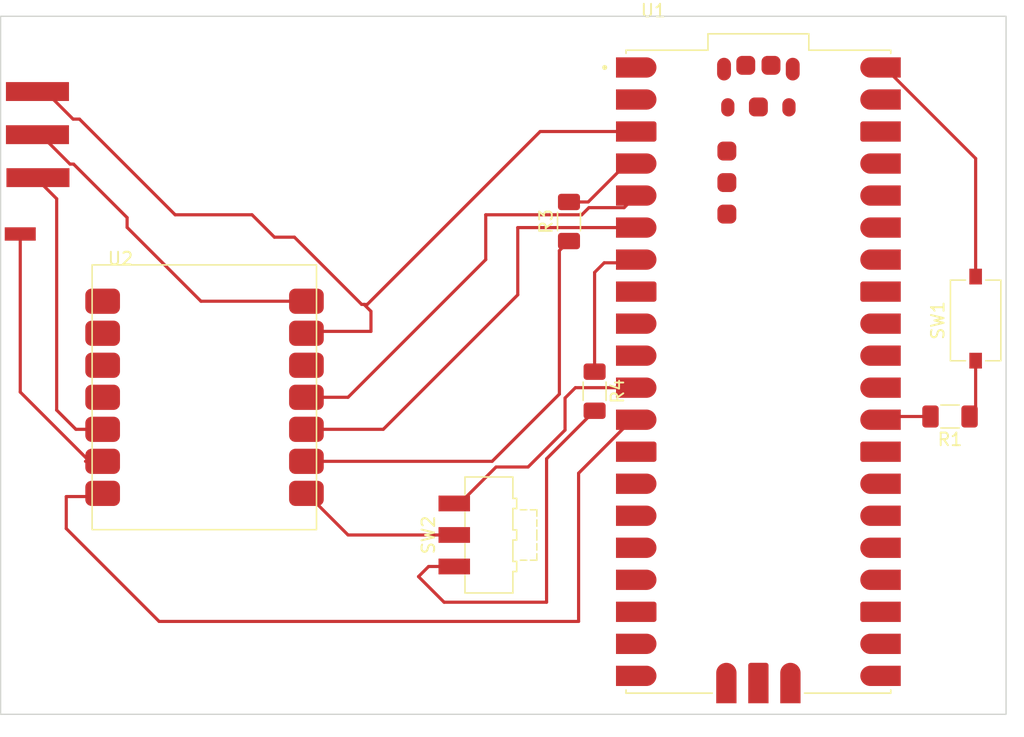
<source format=kicad_pcb>
(kicad_pcb (version 20221018) (generator pcbnew)

  (general
    (thickness 1.6)
  )

  (paper "A4")
  (layers
    (0 "F.Cu" signal)
    (31 "B.Cu" signal)
    (32 "B.Adhes" user "B.Adhesive")
    (33 "F.Adhes" user "F.Adhesive")
    (34 "B.Paste" user)
    (35 "F.Paste" user)
    (36 "B.SilkS" user "B.Silkscreen")
    (37 "F.SilkS" user "F.Silkscreen")
    (38 "B.Mask" user)
    (39 "F.Mask" user)
    (40 "Dwgs.User" user "User.Drawings")
    (41 "Cmts.User" user "User.Comments")
    (42 "Eco1.User" user "User.Eco1")
    (43 "Eco2.User" user "User.Eco2")
    (44 "Edge.Cuts" user)
    (45 "Margin" user)
    (46 "B.CrtYd" user "B.Courtyard")
    (47 "F.CrtYd" user "F.Courtyard")
    (48 "B.Fab" user)
    (49 "F.Fab" user)
    (50 "User.1" user)
    (51 "User.2" user)
    (52 "User.3" user)
    (53 "User.4" user)
    (54 "User.5" user)
    (55 "User.6" user)
    (56 "User.7" user)
    (57 "User.8" user)
    (58 "User.9" user)
  )

  (setup
    (pad_to_mask_clearance 0)
    (pcbplotparams
      (layerselection 0x0001000_7fffffff)
      (plot_on_all_layers_selection 0x0001000_00000001)
      (disableapertmacros false)
      (usegerberextensions false)
      (usegerberattributes true)
      (usegerberadvancedattributes true)
      (creategerberjobfile true)
      (dashed_line_dash_ratio 12.000000)
      (dashed_line_gap_ratio 3.000000)
      (svgprecision 4)
      (plotframeref false)
      (viasonmask false)
      (mode 1)
      (useauxorigin false)
      (hpglpennumber 1)
      (hpglpenspeed 20)
      (hpglpendiameter 15.000000)
      (dxfpolygonmode true)
      (dxfimperialunits true)
      (dxfusepcbnewfont true)
      (psnegative false)
      (psa4output false)
      (plotreference true)
      (plotvalue true)
      (plotinvisibletext false)
      (sketchpadsonfab false)
      (subtractmaskfromsilk false)
      (outputformat 1)
      (mirror false)
      (drillshape 0)
      (scaleselection 1)
      (outputdirectory "C:/Users/Merritt Backerman/Downloads/")
    )
  )

  (net 0 "")
  (net 1 "Net-(JP1-A)")
  (net 2 "Net-(JP1-C)")
  (net 3 "Net-(JP2-A)")
  (net 4 "Net-(SW1-A)")
  (net 5 "Net-(SW1-B)")
  (net 6 "Net-(SW2A-A)")
  (net 7 "Net-(SW2A-B)")
  (net 8 "Net-(SW2A-C)")
  (net 9 "unconnected-(U2-PA02_A0_D0-Pad1)")
  (net 10 "unconnected-(U2-PA4_A1_D1-Pad2)")
  (net 11 "unconnected-(U2-PA10_A2_D2-Pad3)")
  (net 12 "unconnected-(U2-PA11_A3_D3-Pad4)")
  (net 13 "Net-(U1-GPIO9)")
  (net 14 "Net-(U1-GPIO2)")
  (net 15 "Net-(U1-GPIO3)")
  (net 16 "Net-(U1-GPIO4)")
  (net 17 "unconnected-(U2-3V3-Pad12)")
  (net 18 "unconnected-(U1-GPIO0-Pad1)")
  (net 19 "unconnected-(U1-GND-Pad38)")
  (net 20 "unconnected-(U1-GPIO1-Pad2)")
  (net 21 "unconnected-(U1-GPIO6-Pad9)")
  (net 22 "unconnected-(U1-GPIO7-Pad10)")
  (net 23 "unconnected-(U1-GPIO10-Pad14)")
  (net 24 "unconnected-(U1-GPIO11-Pad15)")
  (net 25 "unconnected-(U1-GPIO12-Pad16)")
  (net 26 "unconnected-(U1-GPIO13-Pad17)")
  (net 27 "unconnected-(U1-GPIO14-Pad19)")
  (net 28 "unconnected-(U1-GPIO15-Pad20)")
  (net 29 "unconnected-(U1-GND-Pad8)")
  (net 30 "unconnected-(U1-GND-Pad13)")
  (net 31 "unconnected-(U1-GND-Pad18)")
  (net 32 "unconnected-(U1-VSYS-Pad39)")
  (net 33 "unconnected-(U1-3V3_EN-Pad37)")
  (net 34 "unconnected-(U1-3V3-Pad36)")
  (net 35 "unconnected-(U1-ADC_VREF-Pad35)")
  (net 36 "unconnected-(U1-GPIO28_ADC2-Pad34)")
  (net 37 "unconnected-(U1-GPIO27_ADC1-Pad32)")
  (net 38 "unconnected-(U1-GPIO26_ADC0-Pad31)")
  (net 39 "unconnected-(U1-RUN-Pad30)")
  (net 40 "Net-(U1-GPIO22)")
  (net 41 "unconnected-(U1-GPIO21-Pad27)")
  (net 42 "unconnected-(U1-GPIO20-Pad26)")
  (net 43 "unconnected-(U1-GPIO19-Pad25)")
  (net 44 "unconnected-(U1-GPIO18-Pad24)")
  (net 45 "unconnected-(U1-GPIO17-Pad22)")
  (net 46 "unconnected-(U1-GPIO16-Pad21)")
  (net 47 "unconnected-(U1-AGND-Pad33)")
  (net 48 "unconnected-(U1-GND-Pad28)")
  (net 49 "unconnected-(U1-GND-Pad23)")
  (net 50 "Net-(U2-PA7_A8_D8_SCK)")
  (net 51 "Net-(U1-GPIO5)")
  (net 52 "Net-(JP1-B)")

  (footprint "Button_Switch_SMD:SW_SPDT_CK-JS102011SAQN" (layer "F.Cu") (at 108.458 57.15 90))

  (footprint "Jumper:SolderJumper-2_P1.3mm_Open_Pad1.0x1.5mm" (layer "F.Cu") (at 70.8 32.654 90))

  (footprint "XIAO_PCB:MOUDLE14P-SMD-2.54-21X17.8MM" (layer "F.Cu") (at 76.98 56.728))

  (footprint "Button_Switch_SMD:SW_Tactile_SPST_NO_Straight_CK_PTS636Sx25SMTRLFS" (layer "F.Cu") (at 147.066 40.132 90))

  (footprint "Jumper:SolderJumper-3_P1.3mm_Open_Pad1.0x1.5mm_NumberLabels" (layer "F.Cu") (at 72.7135 25.654 90))

  (footprint "Resistor_SMD:R_1206_3216Metric_Pad1.30x1.75mm_HandSolder" (layer "F.Cu") (at 114.808 32.284 90))

  (footprint "SC0915:MODULE_SC0915" (layer "F.Cu")
    (tstamp 8464b518-9a14-4728-a553-1c233ffbc853)
    (at 129.832 44.196)
    (property "Sheetfile" "Networking.kicad_sch")
    (property "Sheetname" "")
    (path "/e68a40c4-6af9-41be-bb3c-2894b5cdc7a6")
    (attr smd)
    (fp_text reference "U1" (at -8.325 -28.635) (layer "F.SilkS")
        (effects (font (size 1 1) (thickness 0.15)))
      (tstamp 3d325461-cae0-4f2a-8d42-9b6dd37f407d)
    )
    (fp_text value "Pico" (at -3.245 28.135) (layer "F.Fab")
        (effects (font (size 1 1) (thickness 0.15)))
      (tstamp 17258d5c-fb47-470c-a655-6315f3d722a3)
    )
    (fp_poly
      (pts
        (xy -11.29 -23.33)
        (xy -11.29 -24.93)
        (xy -8.89 -24.93)
        (xy -8.848 -24.929)
        (xy -8.806 -24.926)
        (xy -8.765 -24.92)
        (xy -8.724 -24.913)
        (xy -8.683 -24.903)
        (xy -8.643 -24.891)
        (xy -8.603 -24.877)
        (xy -8.565 -24.861)
        (xy -8.527 -24.843)
        (xy -8.49 -24.823)
        (xy -8.454 -24.801)
        (xy -8.42 -24.777)
        (xy -8.387 -24.752)
        (xy -8.355 -24.725)
        (xy -8.324 -24.696)
        (xy -8.295 -24.665)
        (xy -8.268 -24.633)
        (xy -8.243 -24.6)
        (xy -8.219 -24.566)
        (xy -8.197 -24.53)
        (xy -8.177 -24.493)
        (xy -8.159 -24.455)
        (xy -8.143 -24.417)
        (xy -8.129 -24.377)
        (xy -8.117 -24.337)
        (xy -8.107 -24.296)
        (xy -8.1 -24.255)
        (xy -8.094 -24.214)
        (xy -8.091 -24.172)
        (xy -8.09 -24.13)
        (xy -8.091 -24.088)
        (xy -8.094 -24.046)
        (xy -8.1 -24.005)
        (xy -8.107 -23.964)
        (xy -8.117 -23.923)
        (xy -8.129 -23.883)
        (xy -8.143 -23.843)
        (xy -8.159 -23.805)
        (xy -8.177 -23.767)
        (xy -8.197 -23.73)
        (xy -8.219 -23.694)
        (xy -8.243 -23.66)
        (xy -8.268 -23.627)
        (xy -8.295 -23.595)
        (xy -8.324 -23.564)
        (xy -8.355 -23.535)
        (xy -8.387 -23.508)
        (xy -8.42 -23.483)
        (xy -8.454 -23.459)
        (xy -8.49 -23.437)
        (xy -8.527 -23.417)
        (xy -8.565 -23.399)
        (xy -8.603 -23.383)
        (xy -8.643 -23.369)
        (xy -8.683 -23.357)
        (xy -8.724 -23.347)
        (xy -8.765 -23.34)
        (xy -8.806 -23.334)
        (xy -8.848 -23.331)
        (xy -8.89 -23.33)
        (xy -11.29 -23.33)
      )

      (stroke (width 0.01) (type solid)) (fill solid) (layer "F.Paste") (tstamp f370804a-9859-4a70-9009-27d6ee769bdd))
    (fp_poly
      (pts
        (xy -11.29 -20.79)
        (xy -11.29 -22.39)
        (xy -8.89 -22.39)
        (xy -8.848 -22.389)
        (xy -8.806 -22.386)
        (xy -8.765 -22.38)
        (xy -8.724 -22.373)
        (xy -8.683 -22.363)
        (xy -8.643 -22.351)
        (xy -8.603 -22.337)
        (xy -8.565 -22.321)
        (xy -8.527 -22.303)
        (xy -8.49 -22.283)
        (xy -8.454 -22.261)
        (xy -8.42 -22.237)
        (xy -8.387 -22.212)
        (xy -8.355 -22.185)
        (xy -8.324 -22.156)
        (xy -8.295 -22.125)
        (xy -8.268 -22.093)
        (xy -8.243 -22.06)
        (xy -8.219 -22.026)
        (xy -8.197 -21.99)
        (xy -8.177 -21.953)
        (xy -8.159 -21.915)
        (xy -8.143 -21.877)
        (xy -8.129 -21.837)
        (xy -8.117 -21.797)
        (xy -8.107 -21.756)
        (xy -8.1 -21.715)
        (xy -8.094 -21.674)
        (xy -8.091 -21.632)
        (xy -8.09 -21.59)
        (xy -8.091 -21.548)
        (xy -8.094 -21.506)
        (xy -8.1 -21.465)
        (xy -8.107 -21.424)
        (xy -8.117 -21.383)
        (xy -8.129 -21.343)
        (xy -8.143 -21.303)
        (xy -8.159 -21.265)
        (xy -8.177 -21.227)
        (xy -8.197 -21.19)
        (xy -8.219 -21.154)
        (xy -8.243 -21.12)
        (xy -8.268 -21.087)
        (xy -8.295 -21.055)
        (xy -8.324 -21.024)
        (xy -8.355 -20.995)
        (xy -8.387 -20.968)
        (xy -8.42 -20.943)
        (xy -8.454 -20.919)
        (xy -8.49 -20.897)
        (xy -8.527 -20.877)
        (xy -8.565 -20.859)
        (xy -8.603 -20.843)
        (xy -8.643 -20.829)
        (xy -8.683 -20.817)
        (xy -8.724 -20.807)
        (xy -8.765 -20.8)
        (xy -8.806 -20.794)
        (xy -8.848 -20.791)
        (xy -8.89 -20.79)
        (xy -11.29 -20.79)
      )

      (stroke (width 0.01) (type solid)) (fill solid) (layer "F.Paste") (tstamp e012b4bc-e067-4bee-af5a-4e7a1052bcdc))
    (fp_poly
      (pts
        (xy -11.29 -15.71)
        (xy -11.29 -17.31)
        (xy -8.89 -17.31)
        (xy -8.848 -17.309)
        (xy -8.806 -17.306)
        (xy -8.765 -17.3)
        (xy -8.724 -17.293)
        (xy -8.683 -17.283)
        (xy -8.643 -17.271)
        (xy -8.603 -17.257)
        (xy -8.565 -17.241)
        (xy -8.527 -17.223)
        (xy -8.49 -17.203)
        (xy -8.454 -17.181)
        (xy -8.42 -17.157)
        (xy -8.387 -17.132)
        (xy -8.355 -17.105)
        (xy -8.324 -17.076)
        (xy -8.295 -17.045)
        (xy -8.268 -17.013)
        (xy -8.243 -16.98)
        (xy -8.219 -16.946)
        (xy -8.197 -16.91)
        (xy -8.177 -16.873)
        (xy -8.159 -16.835)
        (xy -8.143 -16.797)
        (xy -8.129 -16.757)
        (xy -8.117 -16.717)
        (xy -8.107 -16.676)
        (xy -8.1 -16.635)
        (xy -8.094 -16.594)
        (xy -8.091 -16.552)
        (xy -8.09 -16.51)
        (xy -8.091 -16.468)
        (xy -8.094 -16.426)
        (xy -8.1 -16.385)
        (xy -8.107 -16.344)
        (xy -8.117 -16.303)
        (xy -8.129 -16.263)
        (xy -8.143 -16.223)
        (xy -8.159 -16.185)
        (xy -8.177 -16.147)
        (xy -8.197 -16.11)
        (xy -8.219 -16.074)
        (xy -8.243 -16.04)
        (xy -8.268 -16.007)
        (xy -8.295 -15.975)
        (xy -8.324 -15.944)
        (xy -8.355 -15.915)
        (xy -8.387 -15.888)
        (xy -8.42 -15.863)
        (xy -8.454 -15.839)
        (xy -8.49 -15.817)
        (xy -8.527 -15.797)
        (xy -8.565 -15.779)
        (xy -8.603 -15.763)
        (xy -8.643 -15.749)
        (xy -8.683 -15.737)
        (xy -8.724 -15.727)
        (xy -8.765 -15.72)
        (xy -8.806 -15.714)
        (xy -8.848 -15.711)
        (xy -8.89 -15.71)
        (xy -11.29 -15.71)
      )

      (stroke (width 0.01) (type solid)) (fill solid) (layer "F.Paste") (tstamp df8feff6-ee5d-4146-9cd2-6c8c535fd412))
    (fp_poly
      (pts
        (xy -11.29 -13.17)
        (xy -11.29 -14.77)
        (xy -8.89 -14.77)
        (xy -8.848 -14.769)
        (xy -8.806 -14.766)
        (xy -8.765 -14.76)
        (xy -8.724 -14.753)
        (xy -8.683 -14.743)
        (xy -8.643 -14.731)
        (xy -8.603 -14.717)
        (xy -8.565 -14.701)
        (xy -8.527 -14.683)
        (xy -8.49 -14.663)
        (xy -8.454 -14.641)
        (xy -8.42 -14.617)
        (xy -8.387 -14.592)
        (xy -8.355 -14.565)
        (xy -8.324 -14.536)
        (xy -8.295 -14.505)
        (xy -8.268 -14.473)
        (xy -8.243 -14.44)
        (xy -8.219 -14.406)
        (xy -8.197 -14.37)
        (xy -8.177 -14.333)
        (xy -8.159 -14.295)
        (xy -8.143 -14.257)
        (xy -8.129 -14.217)
        (xy -8.117 -14.177)
        (xy -8.107 -14.136)
        (xy -8.1 -14.095)
        (xy -8.094 -14.054)
        (xy -8.091 -14.012)
        (xy -8.09 -13.97)
        (xy -8.091 -13.928)
        (xy -8.094 -13.886)
        (xy -8.1 -13.845)
        (xy -8.107 -13.804)
        (xy -8.117 -13.763)
        (xy -8.129 -13.723)
        (xy -8.143 -13.683)
        (xy -8.159 -13.645)
        (xy -8.177 -13.607)
        (xy -8.197 -13.57)
        (xy -8.219 -13.534)
        (xy -8.243 -13.5)
        (xy -8.268 -13.467)
        (xy -8.295 -13.435)
        (xy -8.324 -13.404)
        (xy -8.355 -13.375)
        (xy -8.387 -13.348)
        (xy -8.42 -13.323)
        (xy -8.454 -13.299)
        (xy -8.49 -13.277)
        (xy -8.527 -13.257)
        (xy -8.565 -13.239)
        (xy -8.603 -13.223)
        (xy -8.643 -13.209)
        (xy -8.683 -13.197)
        (xy -8.724 -13.187)
        (xy -8.765 -13.18)
        (xy -8.806 -13.174)
        (xy -8.848 -13.171)
        (xy -8.89 -13.17)
        (xy -11.29 -13.17)
      )

      (stroke (width 0.01) (type solid)) (fill solid) (layer "F.Paste") (tstamp 042a6553-1a89-4b8a-bc0f-78a7c8292d05))
    (fp_poly
      (pts
        (xy -11.29 -10.63)
        (xy -11.29 -12.23)
        (xy -8.89 -12.23)
        (xy -8.848 -12.229)
        (xy -8.806 -12.226)
        (xy -8.765 -12.22)
        (xy -8.724 -12.213)
        (xy -8.683 -12.203)
        (xy -8.643 -12.191)
        (xy -8.603 -12.177)
        (xy -8.565 -12.161)
        (xy -8.527 -12.143)
        (xy -8.49 -12.123)
        (xy -8.454 -12.101)
        (xy -8.42 -12.077)
        (xy -8.387 -12.052)
        (xy -8.355 -12.025)
        (xy -8.324 -11.996)
        (xy -8.295 -11.965)
        (xy -8.268 -11.933)
        (xy -8.243 -11.9)
        (xy -8.219 -11.866)
        (xy -8.197 -11.83)
        (xy -8.177 -11.793)
        (xy -8.159 -11.755)
        (xy -8.143 -11.717)
        (xy -8.129 -11.677)
        (xy -8.117 -11.637)
        (xy -8.107 -11.596)
        (xy -8.1 -11.555)
        (xy -8.094 -11.514)
        (xy -8.091 -11.472)
        (xy -8.09 -11.43)
        (xy -8.091 -11.388)
        (xy -8.094 -11.346)
        (xy -8.1 -11.305)
        (xy -8.107 -11.264)
        (xy -8.117 -11.223)
        (xy -8.129 -11.183)
        (xy -8.143 -11.143)
        (xy -8.159 -11.105)
        (xy -8.177 -11.067)
        (xy -8.197 -11.03)
        (xy -8.219 -10.994)
        (xy -8.243 -10.96)
        (xy -8.268 -10.927)
        (xy -8.295 -10.895)
        (xy -8.324 -10.864)
        (xy -8.355 -10.835)
        (xy -8.387 -10.808)
        (xy -8.42 -10.783)
        (xy -8.454 -10.759)
        (xy -8.49 -10.737)
        (xy -8.527 -10.717)
        (xy -8.565 -10.699)
        (xy -8.603 -10.683)
        (xy -8.643 -10.669)
        (xy -8.683 -10.657)
        (xy -8.724 -10.647)
        (xy -8.765 -10.64)
        (xy -8.806 -10.634)
        (xy -8.848 -10.631)
        (xy -8.89 -10.63)
        (xy -11.29 -10.63)
      )

      (stroke (width 0.01) (type solid)) (fill solid) (layer "F.Paste") (tstamp 1d822fb2-21c9-4fda-bfcc-73a598aa4b78))
    (fp_poly
      (pts
        (xy -11.29 -8.09)
        (xy -11.29 -9.69)
        (xy -8.89 -9.69)
        (xy -8.848 -9.689)
        (xy -8.806 -9.686)
        (xy -8.765 -9.68)
        (xy -8.724 -9.673)
        (xy -8.683 -9.663)
        (xy -8.643 -9.651)
        (xy -8.603 -9.637)
        (xy -8.565 -9.621)
        (xy -8.527 -9.603)
        (xy -8.49 -9.583)
        (xy -8.454 -9.561)
        (xy -8.42 -9.537)
        (xy -8.387 -9.512)
        (xy -8.355 -9.485)
        (xy -8.324 -9.456)
        (xy -8.295 -9.425)
        (xy -8.268 -9.393)
        (xy -8.243 -9.36)
        (xy -8.219 -9.326)
        (xy -8.197 -9.29)
        (xy -8.177 -9.253)
        (xy -8.159 -9.215)
        (xy -8.143 -9.177)
        (xy -8.129 -9.137)
        (xy -8.117 -9.097)
        (xy -8.107 -9.056)
        (xy -8.1 -9.015)
        (xy -8.094 -8.974)
        (xy -8.091 -8.932)
        (xy -8.09 -8.89)
        (xy -8.091 -8.848)
        (xy -8.094 -8.806)
        (xy -8.1 -8.765)
        (xy -8.107 -8.724)
        (xy -8.117 -8.683)
        (xy -8.129 -8.643)
        (xy -8.143 -8.603)
        (xy -8.159 -8.565)
        (xy -8.177 -8.527)
        (xy -8.197 -8.49)
        (xy -8.219 -8.454)
        (xy -8.243 -8.42)
        (xy -8.268 -8.387)
        (xy -8.295 -8.355)
        (xy -8.324 -8.324)
        (xy -8.355 -8.295)
        (xy -8.387 -8.268)
        (xy -8.42 -8.243)
        (xy -8.454 -8.219)
        (xy -8.49 -8.197)
        (xy -8.527 -8.177)
        (xy -8.565 -8.159)
        (xy -8.603 -8.143)
        (xy -8.643 -8.129)
        (xy -8.683 -8.117)
        (xy -8.724 -8.107)
        (xy -8.765 -8.1)
        (xy -8.806 -8.094)
        (xy -8.848 -8.091)
        (xy -8.89 -8.09)
        (xy -11.29 -8.09)
      )

      (stroke (width 0.01) (type solid)) (fill solid) (layer "F.Paste") (tstamp 8d014649-9746-450f-84cf-3147289d92c3))
    (fp_poly
      (pts
        (xy -11.29 -3.01)
        (xy -11.29 -4.61)
        (xy -8.89 -4.61)
        (xy -8.848 -4.609)
        (xy -8.806 -4.606)
        (xy -8.765 -4.6)
        (xy -8.724 -4.593)
        (xy -8.683 -4.583)
        (xy -8.643 -4.571)
        (xy -8.603 -4.557)
        (xy -8.565 -4.541)
        (xy -8.527 -4.523)
        (xy -8.49 -4.503)
        (xy -8.454 -4.481)
        (xy -8.42 -4.457)
        (xy -8.387 -4.432)
        (xy -8.355 -4.405)
        (xy -8.324 -4.376)
        (xy -8.295 -4.345)
        (xy -8.268 -4.313)
        (xy -8.243 -4.28)
        (xy -8.219 -4.246)
        (xy -8.197 -4.21)
        (xy -8.177 -4.173)
        (xy -8.159 -4.135)
        (xy -8.143 -4.097)
        (xy -8.129 -4.057)
        (xy -8.117 -4.017)
        (xy -8.107 -3.976)
        (xy -8.1 -3.935)
        (xy -8.094 -3.894)
        (xy -8.091 -3.852)
        (xy -8.09 -3.81)
        (xy -8.091 -3.768)
        (xy -8.094 -3.726)
        (xy -8.1 -3.685)
        (xy -8.107 -3.644)
        (xy -8.117 -3.603)
        (xy -8.129 -3.563)
        (xy -8.143 -3.523)
        (xy -8.159 -3.485)
        (xy -8.177 -3.447)
        (xy -8.197 -3.41)
        (xy -8.219 -3.374)
        (xy -8.243 -3.34)
        (xy -8.268 -3.307)
        (xy -8.295 -3.275)
        (xy -8.324 -3.244)
        (xy -8.355 -3.215)
        (xy -8.387 -3.188)
        (xy -8.42 -3.163)
        (xy -8.454 -3.139)
        (xy -8.49 -3.117)
        (xy -8.527 -3.097)
        (xy -8.565 -3.079)
        (xy -8.603 -3.063)
        (xy -8.643 -3.049)
        (xy -8.683 -3.037)
        (xy -8.724 -3.027)
        (xy -8.765 -3.02)
        (xy -8.806 -3.014)
        (xy -8.848 -3.011)
        (xy -8.89 -3.01)
        (xy -11.29 -3.01)
      )

      (stroke (width 0.01) (type solid)) (fill solid) (layer "F.Paste") (tstamp c72fc7ef-52e1-45d5-a408-5313a4ced511))
    (fp_poly
      (pts
        (xy -11.29 -0.47)
        (xy -11.29 -2.07)
        (xy -8.89 -2.07)
        (xy -8.848 -2.069)
        (xy -8.806 -2.066)
        (xy -8.765 -2.06)
        (xy -8.724 -2.053)
        (xy -8.683 -2.043)
        (xy -8.643 -2.031)
        (xy -8.603 -2.017)
        (xy -8.565 -2.001)
        (xy -8.527 -1.983)
        (xy -8.49 -1.963)
        (xy -8.454 -1.941)
        (xy -8.42 -1.917)
        (xy -8.387 -1.892)
        (xy -8.355 -1.865)
        (xy -8.324 -1.836)
        (xy -8.295 -1.805)
        (xy -8.268 -1.773)
        (xy -8.243 -1.74)
        (xy -8.219 -1.706)
        (xy -8.197 -1.67)
        (xy -8.177 -1.633)
        (xy -8.159 -1.595)
        (xy -8.143 -1.557)
        (xy -8.129 -1.517)
        (xy -8.117 -1.477)
        (xy -8.107 -1.436)
        (xy -8.1 -1.395)
        (xy -8.094 -1.354)
        (xy -8.091 -1.312)
        (xy -8.09 -1.27)
        (xy -8.091 -1.228)
        (xy -8.094 -1.186)
        (xy -8.1 -1.145)
        (xy -8.107 -1.104)
        (xy -8.117 -1.063)
        (xy -8.129 -1.023)
        (xy -8.143 -0.983)
        (xy -8.159 -0.945)
        (xy -8.177 -0.907)
        (xy -8.197 -0.87)
        (xy -8.219 -0.834)
        (xy -8.243 -0.8)
        (xy -8.268 -0.767)
        (xy -8.295 -0.735)
        (xy -8.324 -0.704)
        (xy -8.355 -0.675)
        (xy -8.387 -0.648)
        (xy -8.42 -0.623)
        (xy -8.454 -0.599)
        (xy -8.49 -0.577)
        (xy -8.527 -0.557)
        (xy -8.565 -0.539)
        (xy -8.603 -0.523)
        (xy -8.643 -0.509)
        (xy -8.683 -0.497)
        (xy -8.724 -0.487)
        (xy -8.765 -0.48)
        (xy -8.806 -0.474)
        (xy -8.848 -0.471)
        (xy -8.89 -0.47)
        (xy -11.29 -0.47)
      )

      (stroke (width 0.01) (type solid)) (fill solid) (layer "F.Paste") (tstamp daea7e73-7b03-4b4b-842d-6790ee825051))
    (fp_poly
      (pts
        (xy -11.29 2.07)
        (xy -11.29 0.47)
        (xy -8.89 0.47)
        (xy -8.848 0.471)
        (xy -8.806 0.474)
        (xy -8.765 0.48)
        (xy -8.724 0.487)
        (xy -8.683 0.497)
        (xy -8.643 0.509)
        (xy -8.603 0.523)
        (xy -8.565 0.539)
        (xy -8.527 0.557)
        (xy -8.49 0.577)
        (xy -8.454 0.599)
        (xy -8.42 0.623)
        (xy -8.387 0.648)
        (xy -8.355 0.675)
        (xy -8.324 0.704)
        (xy -8.295 0.735)
        (xy -8.268 0.767)
        (xy -8.243 0.8)
        (xy -8.219 0.834)
        (xy -8.197 0.87)
        (xy -8.177 0.907)
        (xy -8.159 0.945)
        (xy -8.143 0.983)
        (xy -8.129 1.023)
        (xy -8.117 1.063)
        (xy -8.107 1.104)
        (xy -8.1 1.145)
        (xy -8.094 1.186)
        (xy -8.091 1.228)
        (xy -8.09 1.27)
        (xy -8.091 1.312)
        (xy -8.094 1.354)
        (xy -8.1 1.395)
        (xy -8.107 1.436)
        (xy -8.117 1.477)
        (xy -8.129 1.517)
        (xy -8.143 1.557)
        (xy -8.159 1.595)
        (xy -8.177 1.633)
        (xy -8.197 1.67)
        (xy -8.219 1.706)
        (xy -8.243 1.74)
        (xy -8.268 1.773)
        (xy -8.295 1.805)
        (xy -8.324 1.836)
        (xy -8.355 1.865)
        (xy -8.387 1.892)
        (xy -8.42 1.917)
        (xy -8.454 1.941)
        (xy -8.49 1.963)
        (xy -8.527 1.983)
        (xy -8.565 2.001)
        (xy -8.603 2.017)
        (xy -8.643 2.031)
        (xy -8.683 2.043)
        (xy -8.724 2.053)
        (xy -8.765 2.06)
        (xy -8.806 2.066)
        (xy -8.848 2.069)
        (xy -8.89 2.07)
        (xy -11.29 2.07)
      )

      (stroke (width 0.01) (type solid)) (fill solid) (layer "F.Paste") (tstamp c1dd9ec1-d551-4d07-b639-ab330e3f7093))
    (fp_poly
      (pts
        (xy -11.29 4.61)
        (xy -11.29 3.01)
        (xy -8.89 3.01)
        (xy -8.848 3.011)
        (xy -8.806 3.014)
        (xy -8.765 3.02)
        (xy -8.724 3.027)
        (xy -8.683 3.037)
        (xy -8.643 3.049)
        (xy -8.603 3.063)
        (xy -8.565 3.079)
        (xy -8.527 3.097)
        (xy -8.49 3.117)
        (xy -8.454 3.139)
        (xy -8.42 3.163)
        (xy -8.387 3.188)
        (xy -8.355 3.215)
        (xy -8.324 3.244)
        (xy -8.295 3.275)
        (xy -8.268 3.307)
        (xy -8.243 3.34)
        (xy -8.219 3.374)
        (xy -8.197 3.41)
        (xy -8.177 3.447)
        (xy -8.159 3.485)
        (xy -8.143 3.523)
        (xy -8.129 3.563)
        (xy -8.117 3.603)
        (xy -8.107 3.644)
        (xy -8.1 3.685)
        (xy -8.094 3.726)
        (xy -8.091 3.768)
        (xy -8.09 3.81)
        (xy -8.091 3.852)
        (xy -8.094 3.894)
        (xy -8.1 3.935)
        (xy -8.107 3.976)
        (xy -8.117 4.017)
        (xy -8.129 4.057)
        (xy -8.143 4.097)
        (xy -8.159 4.135)
        (xy -8.177 4.173)
        (xy -8.197 4.21)
        (xy -8.219 4.246)
        (xy -8.243 4.28)
        (xy -8.268 4.313)
        (xy -8.295 4.345)
        (xy -8.324 4.376)
        (xy -8.355 4.405)
        (xy -8.387 4.432)
        (xy -8.42 4.457)
        (xy -8.454 4.481)
        (xy -8.49 4.503)
        (xy -8.527 4.523)
        (xy -8.565 4.541)
        (xy -8.603 4.557)
        (xy -8.643 4.571)
        (xy -8.683 4.583)
        (xy -8.724 4.593)
        (xy -8.765 4.6)
        (xy -8.806 4.606)
        (xy -8.848 4.609)
        (xy -8.89 4.61)
        (xy -11.29 4.61)
      )

      (stroke (width 0.01) (type solid)) (fill solid) (layer "F.Paste") (tstamp bc94e63f-f558-4ca2-9419-31f760a8bc8f))
    (fp_poly
      (pts
        (xy -11.29 9.69)
        (xy -11.29 8.09)
        (xy -8.89 8.09)
        (xy -8.848 8.091)
        (xy -8.806 8.094)
        (xy -8.765 8.1)
        (xy -8.724 8.107)
        (xy -8.683 8.117)
        (xy -8.643 8.129)
        (xy -8.603 8.143)
        (xy -8.565 8.159)
        (xy -8.527 8.177)
        (xy -8.49 8.197)
        (xy -8.454 8.219)
        (xy -8.42 8.243)
        (xy -8.387 8.268)
        (xy -8.355 8.295)
        (xy -8.324 8.324)
        (xy -8.295 8.355)
        (xy -8.268 8.387)
        (xy -8.243 8.42)
        (xy -8.219 8.454)
        (xy -8.197 8.49)
        (xy -8.177 8.527)
        (xy -8.159 8.565)
        (xy -8.143 8.603)
        (xy -8.129 8.643)
        (xy -8.117 8.683)
        (xy -8.107 8.724)
        (xy -8.1 8.765)
        (xy -8.094 8.806)
        (xy -8.091 8.848)
        (xy -8.09 8.89)
        (xy -8.091 8.932)
        (xy -8.094 8.974)
        (xy -8.1 9.015)
        (xy -8.107 9.056)
        (xy -8.117 9.097)
        (xy -8.129 9.137)
        (xy -8.143 9.177)
        (xy -8.159 9.215)
        (xy -8.177 9.253)
        (xy -8.197 9.29)
        (xy -8.219 9.326)
        (xy -8.243 9.36)
        (xy -8.268 9.393)
        (xy -8.295 9.425)
        (xy -8.324 9.456)
        (xy -8.355 9.485)
        (xy -8.387 9.512)
        (xy -8.42 9.537)
        (xy -8.454 9.561)
        (xy -8.49 9.583)
        (xy -8.527 9.603)
        (xy -8.565 9.621)
        (xy -8.603 9.637)
        (xy -8.643 9.651)
        (xy -8.683 9.663)
        (xy -8.724 9.673)
        (xy -8.765 9.68)
        (xy -8.806 9.686)
        (xy -8.848 9.689)
        (xy -8.89 9.69)
        (xy -11.29 9.69)
      )

      (stroke (width 0.01) (type solid)) (fill solid) (layer "F.Paste") (tstamp 37c38ed3-b434-48a4-863a-5458fa077944))
    (fp_poly
      (pts
        (xy -11.29 12.23)
        (xy -11.29 10.63)
        (xy -8.89 10.63)
        (xy -8.848 10.631)
        (xy -8.806 10.634)
        (xy -8.765 10.64)
        (xy -8.724 10.647)
        (xy -8.683 10.657)
        (xy -8.643 10.669)
        (xy -8.603 10.683)
        (xy -8.565 10.699)
        (xy -8.527 10.717)
        (xy -8.49 10.737)
        (xy -8.454 10.759)
        (xy -8.42 10.783)
        (xy -8.387 10.808)
        (xy -8.355 10.835)
        (xy -8.324 10.864)
        (xy -8.295 10.895)
        (xy -8.268 10.927)
        (xy -8.243 10.96)
        (xy -8.219 10.994)
        (xy -8.197 11.03)
        (xy -8.177 11.067)
        (xy -8.159 11.105)
        (xy -8.143 11.143)
        (xy -8.129 11.183)
        (xy -8.117 11.223)
        (xy -8.107 11.264)
        (xy -8.1 11.305)
        (xy -8.094 11.346)
        (xy -8.091 11.388)
        (xy -8.09 11.43)
        (xy -8.091 11.472)
        (xy -8.094 11.514)
        (xy -8.1 11.555)
        (xy -8.107 11.596)
        (xy -8.117 11.637)
        (xy -8.129 11.677)
        (xy -8.143 11.717)
        (xy -8.159 11.755)
        (xy -8.177 11.793)
        (xy -8.197 11.83)
        (xy -8.219 11.866)
        (xy -8.243 11.9)
        (xy -8.268 11.933)
        (xy -8.295 11.965)
        (xy -8.324 11.996)
        (xy -8.355 12.025)
        (xy -8.387 12.052)
        (xy -8.42 12.077)
        (xy -8.454 12.101)
        (xy -8.49 12.123)
        (xy -8.527 12.143)
        (xy -8.565 12.161)
        (xy -8.603 12.177)
        (xy -8.643 12.191)
        (xy -8.683 12.203)
        (xy -8.724 12.213)
        (xy -8.765 12.22)
        (xy -8.806 12.226)
        (xy -8.848 12.229)
        (xy -8.89 12.23)
        (xy -11.29 12.23)
      )

      (stroke (width 0.01) (type solid)) (fill solid) (layer "F.Paste") (tstamp 8a2c6de7-f9be-48f0-b68f-3e9d2074a9e3))
    (fp_poly
      (pts
        (xy -11.29 14.77)
        (xy -11.29 13.17)
        (xy -8.89 13.17)
        (xy -8.848 13.171)
        (xy -8.806 13.174)
        (xy -8.765 13.18)
        (xy -8.724 13.187)
        (xy -8.683 13.197)
        (xy -8.643 13.209)
        (xy -8.603 13.223)
        (xy -8.565 13.239)
        (xy -8.527 13.257)
        (xy -8.49 13.277)
        (xy -8.454 13.299)
        (xy -8.42 13.323)
        (xy -8.387 13.348)
        (xy -8.355 13.375)
        (xy -8.324 13.404)
        (xy -8.295 13.435)
        (xy -8.268 13.467)
        (xy -8.243 13.5)
        (xy -8.219 13.534)
        (xy -8.197 13.57)
        (xy -8.177 13.607)
        (xy -8.159 13.645)
        (xy -8.143 13.683)
        (xy -8.129 13.723)
        (xy -8.117 13.763)
        (xy -8.107 13.804)
        (xy -8.1 13.845)
        (xy -8.094 13.886)
        (xy -8.091 13.928)
        (xy -8.09 13.97)
        (xy -8.091 14.012)
        (xy -8.094 14.054)
        (xy -8.1 14.095)
        (xy -8.107 14.136)
        (xy -8.117 14.177)
        (xy -8.129 14.217)
        (xy -8.143 14.257)
        (xy -8.159 14.295)
        (xy -8.177 14.333)
        (xy -8.197 14.37)
        (xy -8.219 14.406)
        (xy -8.243 14.44)
        (xy -8.268 14.473)
        (xy -8.295 14.505)
        (xy -8.324 14.536)
        (xy -8.355 14.565)
        (xy -8.387 14.592)
        (xy -8.42 14.617)
        (xy -8.454 14.641)
        (xy -8.49 14.663)
        (xy -8.527 14.683)
        (xy -8.565 14.701)
        (xy -8.603 14.717)
        (xy -8.643 14.731)
        (xy -8.683 14.743)
        (xy -8.724 14.753)
        (xy -8.765 14.76)
        (xy -8.806 14.766)
        (xy -8.848 14.769)
        (xy -8.89 14.77)
        (xy -11.29 14.77)
      )

      (stroke (width 0.01) (type solid)) (fill solid) (layer "F.Paste") (tstamp 5f0c99e0-71e4-40e7-8aa0-28ff9acc2b69))
    (fp_poly
      (pts
        (xy -11.29 17.31)
        (xy -11.29 15.71)
        (xy -8.89 15.71)
        (xy -8.848 15.711)
        (xy -8.806 15.714)
        (xy -8.765 15.72)
        (xy -8.724 15.727)
        (xy -8.683 15.737)
        (xy -8.643 15.749)
        (xy -8.603 15.763)
        (xy -8.565 15.779)
        (xy -8.527 15.797)
        (xy -8.49 15.817)
        (xy -8.454 15.839)
        (xy -8.42 15.863)
        (xy -8.387 15.888)
        (xy -8.355 15.915)
        (xy -8.324 15.944)
        (xy -8.295 15.975)
        (xy -8.268 16.007)
        (xy -8.243 16.04)
        (xy -8.219 16.074)
        (xy -8.197 16.11)
        (xy -8.177 16.147)
        (xy -8.159 16.185)
        (xy -8.143 16.223)
        (xy -8.129 16.263)
        (xy -8.117 16.303)
        (xy -8.107 16.344)
        (xy -8.1 16.385)
        (xy -8.094 16.426)
        (xy -8.091 16.468)
        (xy -8.09 16.51)
        (xy -8.091 16.552)
        (xy -8.094 16.594)
        (xy -8.1 16.635)
        (xy -8.107 16.676)
        (xy -8.117 16.717)
        (xy -8.129 16.757)
        (xy -8.143 16.797)
        (xy -8.159 16.835)
        (xy -8.177 16.873)
        (xy -8.197 16.91)
        (xy -8.219 16.946)
        (xy -8.243 16.98)
        (xy -8.268 17.013)
        (xy -8.295 17.045)
        (xy -8.324 17.076)
        (xy -8.355 17.105)
        (xy -8.387 17.132)
        (xy -8.42 17.157)
        (xy -8.454 17.181)
        (xy -8.49 17.203)
        (xy -8.527 17.223)
        (xy -8.565 17.241)
        (xy -8.603 17.257)
        (xy -8.643 17.271)
        (xy -8.683 17.283)
        (xy -8.724 17.293)
        (xy -8.765 17.3)
        (xy -8.806 17.306)
        (xy -8.848 17.309)
        (xy -8.89 17.31)
        (xy -11.29 17.31)
      )

      (stroke (width 0.01) (type solid)) (fill solid) (layer "F.Paste") (tstamp b9bc5c6c-4269-4b01-ad77-2ea45d771881))
    (fp_poly
      (pts
        (xy -11.29 22.39)
        (xy -11.29 20.79)
        (xy -8.89 20.79)
        (xy -8.848 20.791)
        (xy -8.806 20.794)
        (xy -8.765 20.8)
        (xy -8.724 20.807)
        (xy -8.683 20.817)
        (xy -8.643 20.829)
        (xy -8.603 20.843)
        (xy -8.565 20.859)
        (xy -8.527 20.877)
        (xy -8.49 20.897)
        (xy -8.454 20.919)
        (xy -8.42 20.943)
        (xy -8.387 20.968)
        (xy -8.355 20.995)
        (xy -8.324 21.024)
        (xy -8.295 21.055)
        (xy -8.268 21.087)
        (xy -8.243 21.12)
        (xy -8.219 21.154)
        (xy -8.197 21.19)
        (xy -8.177 21.227)
        (xy -8.159 21.265)
        (xy -8.143 21.303)
        (xy -8.129 21.343)
        (xy -8.117 21.383)
        (xy -8.107 21.424)
        (xy -8.1 21.465)
        (xy -8.094 21.506)
        (xy -8.091 21.548)
        (xy -8.09 21.59)
        (xy -8.091 21.632)
        (xy -8.094 21.674)
        (xy -8.1 21.715)
        (xy -8.107 21.756)
        (xy -8.117 21.797)
        (xy -8.129 21.837)
        (xy -8.143 21.877)
        (xy -8.159 21.915)
        (xy -8.177 21.953)
        (xy -8.197 21.99)
        (xy -8.219 22.026)
        (xy -8.243 22.06)
        (xy -8.268 22.093)
        (xy -8.295 22.125)
        (xy -8.324 22.156)
        (xy -8.355 22.185)
        (xy -8.387 22.212)
        (xy -8.42 22.237)
        (xy -8.454 22.261)
        (xy -8.49 22.283)
        (xy -8.527 22.303)
        (xy -8.565 22.321)
        (xy -8.603 22.337)
        (xy -8.643 22.351)
        (xy -8.683 22.363)
        (xy -8.724 22.373)
        (xy -8.765 22.38)
        (xy -8.806 22.386)
        (xy -8.848 22.389)
        (xy -8.89 22.39)
        (xy -11.29 22.39)
      )

      (stroke (width 0.01) (type solid)) (fill solid) (layer "F.Paste") (tstamp 7a796e84-8a95-4230-a9cc-2d1b10cf5bb4))
    (fp_poly
      (pts
        (xy -11.29 24.93)
        (xy -11.29 23.33)
        (xy -8.89 23.33)
        (xy -8.848 23.331)
        (xy -8.806 23.334)
        (xy -8.765 23.34)
        (xy -8.724 23.347)
        (xy -8.683 23.357)
        (xy -8.643 23.369)
        (xy -8.603 23.383)
        (xy -8.565 23.399)
        (xy -8.527 23.417)
        (xy -8.49 23.437)
        (xy -8.454 23.459)
        (xy -8.42 23.483)
        (xy -8.387 23.508)
        (xy -8.355 23.535)
        (xy -8.324 23.564)
        (xy -8.295 23.595)
        (xy -8.268 23.627)
        (xy -8.243 23.66)
        (xy -8.219 23.694)
        (xy -8.197 23.73)
        (xy -8.177 23.767)
        (xy -8.159 23.805)
        (xy -8.143 23.843)
        (xy -8.129 23.883)
        (xy -8.117 23.923)
        (xy -8.107 23.964)
        (xy -8.1 24.005)
        (xy -8.094 24.046)
        (xy -8.091 24.088)
        (xy -8.09 24.13)
        (xy -8.091 24.172)
        (xy -8.094 24.214)
        (xy -8.1 24.255)
        (xy -8.107 24.296)
        (xy -8.117 24.337)
        (xy -8.129 24.377)
        (xy -8.143 24.417)
        (xy -8.159 24.455)
        (xy -8.177 24.493)
        (xy -8.197 24.53)
        (xy -8.219 24.566)
        (xy -8.243 24.6)
        (xy -8.268 24.633)
        (xy -8.295 24.665)
        (xy -8.324 24.696)
        (xy -8.355 24.725)
        (xy -8.387 24.752)
        (xy -8.42 24.777)
        (xy -8.454 24.801)
        (xy -8.49 24.823)
        (xy -8.527 24.843)
        (xy -8.565 24.861)
        (xy -8.603 24.877)
        (xy -8.643 24.891)
        (xy -8.683 24.903)
        (xy -8.724 24.913)
        (xy -8.765 24.92)
        (xy -8.806 24.926)
        (xy -8.848 24.929)
        (xy -8.89 24.93)
        (xy -11.29 24.93)
      )

      (stroke (width 0.01) (type solid)) (fill solid) (layer "F.Paste") (tstamp e8e6ddb1-3598-42be-8ecc-954f64d72f01))
    (fp_poly
      (pts
        (xy -3.34 26.3)
        (xy -3.34 23.9)
        (xy -3.339 23.858)
        (xy -3.336 23.816)
        (xy -3.33 23.775)
        (xy -3.323 23.734)
        (xy -3.313 23.693)
        (xy -3.301 23.653)
        (xy -3.287 23.613)
        (xy -3.271 23.575)
        (xy -3.253 23.537)
        (xy -3.233 23.5)
        (xy -3.211 23.464)
        (xy -3.187 23.43)
        (xy -3.162 23.397)
        (xy -3.135 23.365)
        (xy -3.106 23.334)
        (xy -3.075 23.305)
        (xy -3.043 23.278)
        (xy -3.01 23.253)
        (xy -2.976 23.229)
        (xy -2.94 23.207)
        (xy -2.903 23.187)
        (xy -2.865 23.169)
        (xy -2.827 23.153)
        (xy -2.787 23.139)
        (xy -2.747 23.127)
        (xy -2.706 23.117)
        (xy -2.665 23.11)
        (xy -2.624 23.104)
        (xy -2.582 23.101)
        (xy -2.54 23.1)
        (xy -2.498 23.101)
        (xy -2.456 23.104)
        (xy -2.415 23.11)
        (xy -2.374 23.117)
        (xy -2.333 23.127)
        (xy -2.293 23.139)
        (xy -2.253 23.153)
        (xy -2.215 23.169)
        (xy -2.177 23.187)
        (xy -2.14 23.207)
        (xy -2.104 23.229)
        (xy -2.07 23.253)
        (xy -2.037 23.278)
        (xy -2.005 23.305)
        (xy -1.974 23.334)
        (xy -1.945 23.365)
        (xy -1.918 23.397)
        (xy -1.893 23.43)
        (xy -1.869 23.464)
        (xy -1.847 23.5)
        (xy -1.827 23.537)
        (xy -1.809 23.575)
        (xy -1.793 23.613)
        (xy -1.779 23.653)
        (xy -1.767 23.693)
        (xy -1.757 23.734)
        (xy -1.75 23.775)
        (xy -1.744 23.816)
        (xy -1.741 23.858)
        (xy -1.74 23.9)
        (xy -1.74 26.3)
        (xy -3.34 26.3)
      )

      (stroke (width 0.01) (type solid)) (fill solid) (layer "F.Paste") (tstamp 42f5643b-1a86-4cbb-8f7c-33e98cdfe513))
    (fp_poly
      (pts
        (xy 1.74 26.3)
        (xy 1.74 23.9)
        (xy 1.741 23.858)
        (xy 1.744 23.816)
        (xy 1.75 23.775)
        (xy 1.757 23.734)
        (xy 1.767 23.693)
        (xy 1.779 23.653)
        (xy 1.793 23.613)
        (xy 1.809 23.575)
        (xy 1.827 23.537)
        (xy 1.847 23.5)
        (xy 1.869 23.464)
        (xy 1.893 23.43)
        (xy 1.918 23.397)
        (xy 1.945 23.365)
        (xy 1.974 23.334)
        (xy 2.005 23.305)
        (xy 2.037 23.278)
        (xy 2.07 23.253)
        (xy 2.104 23.229)
        (xy 2.14 23.207)
        (xy 2.177 23.187)
        (xy 2.215 23.169)
        (xy 2.253 23.153)
        (xy 2.293 23.139)
        (xy 2.333 23.127)
        (xy 2.374 23.117)
        (xy 2.415 23.11)
        (xy 2.456 23.104)
        (xy 2.498 23.101)
        (xy 2.54 23.1)
        (xy 2.582 23.101)
        (xy 2.624 23.104)
        (xy 2.665 23.11)
        (xy 2.706 23.117)
        (xy 2.747 23.127)
        (xy 2.787 23.139)
        (xy 2.827 23.153)
        (xy 2.865 23.169)
        (xy 2.903 23.187)
        (xy 2.94 23.207)
        (xy 2.976 23.229)
        (xy 3.01 23.253)
        (xy 3.043 23.278)
        (xy 3.075 23.305)
        (xy 3.106 23.334)
        (xy 3.135 23.365)
        (xy 3.162 23.397)
        (xy 3.187 23.43)
        (xy 3.211 23.464)
        (xy 3.233 23.5)
        (xy 3.253 23.537)
        (xy 3.271 23.575)
        (xy 3.287 23.613)
        (xy 3.301 23.653)
        (xy 3.313 23.693)
        (xy 3.323 23.734)
        (xy 3.33 23.775)
        (xy 3.336 23.816)
        (xy 3.339 23.858)
        (xy 3.34 23.9)
        (xy 3.34 26.3)
        (xy 1.74 26.3)
      )

      (stroke (width 0.01) (type solid)) (fill solid) (layer "F.Paste") (tstamp 2e88d66b-400a-4312-b4fd-989ae88a69ce))
    (fp_poly
      (pts
        (xy 11.29 -23.33)
        (xy 11.29 -24.93)
        (xy 8.89 -24.93)
        (xy 8.848 -24.929)
        (xy 8.806 -24.926)
        (xy 8.765 -24.92)
        (xy 8.724 -24.913)
        (xy 8.683 -24.903)
        (xy 8.643 -24.891)
        (xy 8.603 -24.877)
        (xy 8.565 -24.861)
        (xy 8.527 -24.843)
        (xy 8.49 -24.823)
        (xy 8.454 -24.801)
        (xy 8.42 -24.777)
        (xy 8.387 -24.752)
        (xy 8.355 -24.725)
        (xy 8.324 -24.696)
        (xy 8.295 -24.665)
        (xy 8.268 -24.633)
        (xy 8.243 -24.6)
        (xy 8.219 -24.566)
        (xy 8.197 -24.53)
        (xy 8.177 -24.493)
        (xy 8.159 -24.455)
        (xy 8.143 -24.417)
        (xy 8.129 -24.377)
        (xy 8.117 -24.337)
        (xy 8.107 -24.296)
        (xy 8.1 -24.255)
        (xy 8.094 -24.214)
        (xy 8.091 -24.172)
        (xy 8.09 -24.13)
        (xy 8.091 -24.088)
        (xy 8.094 -24.046)
        (xy 8.1 -24.005)
        (xy 8.107 -23.964)
        (xy 8.117 -23.923)
        (xy 8.129 -23.883)
        (xy 8.143 -23.843)
        (xy 8.159 -23.805)
        (xy 8.177 -23.767)
        (xy 8.197 -23.73)
        (xy 8.219 -23.694)
        (xy 8.243 -23.66)
        (xy 8.268 -23.627)
        (xy 8.295 -23.595)
        (xy 8.324 -23.564)
        (xy 8.355 -23.535)
        (xy 8.387 -23.508)
        (xy 8.42 -23.483)
        (xy 8.454 -23.459)
        (xy 8.49 -23.437)
        (xy 8.527 -23.417)
        (xy 8.565 -23.399)
        (xy 8.603 -23.383)
        (xy 8.643 -23.369)
        (xy 8.683 -23.357)
        (xy 8.724 -23.347)
        (xy 8.765 -23.34)
        (xy 8.806 -23.334)
        (xy 8.848 -23.331)
        (xy 8.89 -23.33)
        (xy 11.29 -23.33)
      )

      (stroke (width 0.01) (type solid)) (fill solid) (layer "F.Paste") (tstamp de91c0b5-0bad-45e6-898e-274dcd93f41d))
    (fp_poly
      (pts
        (xy 11.29 -20.79)
        (xy 11.29 -22.39)
        (xy 8.89 -22.39)
        (xy 8.848 -22.389)
        (xy 8.806 -22.386)
        (xy 8.765 -22.38)
        (xy 8.724 -22.373)
        (xy 8.683 -22.363)
        (xy 8.643 -22.351)
        (xy 8.603 -22.337)
        (xy 8.565 -22.321)
        (xy 8.527 -22.303)
        (xy 8.49 -22.283)
        (xy 8.454 -22.261)
        (xy 8.42 -22.237)
        (xy 8.387 -22.212)
        (xy 8.355 -22.185)
        (xy 8.324 -22.156)
        (xy 8.295 -22.125)
        (xy 8.268 -22.093)
        (xy 8.243 -22.06)
        (xy 8.219 -22.026)
        (xy 8.197 -21.99)
        (xy 8.177 -21.953)
        (xy 8.159 -21.915)
        (xy 8.143 -21.877)
        (xy 8.129 -21.837)
        (xy 8.117 -21.797)
        (xy 8.107 -21.756)
        (xy 8.1 -21.715)
        (xy 8.094 -21.674)
        (xy 8.091 -21.632)
        (xy 8.09 -21.59)
        (xy 8.091 -21.548)
        (xy 8.094 -21.506)
        (xy 8.1 -21.465)
        (xy 8.107 -21.424)
        (xy 8.117 -21.383)
        (xy 8.129 -21.343)
        (xy 8.143 -21.303)
        (xy 8.159 -21.265)
        (xy 8.177 -21.227)
        (xy 8.197 -21.19)
        (xy 8.219 -21.154)
        (xy 8.243 -21.12)
        (xy 8.268 -21.087)
        (xy 8.295 -21.055)
        (xy 8.324 -21.024)
        (xy 8.355 -20.995)
        (xy 8.387 -20.968)
        (xy 8.42 -20.943)
        (xy 8.454 -20.919)
        (xy 8.49 -20.897)
        (xy 8.527 -20.877)
        (xy 8.565 -20.859)
        (xy 8.603 -20.843)
        (xy 8.643 -20.829)
        (xy 8.683 -20.817)
        (xy 8.724 -20.807)
        (xy 8.765 -20.8)
        (xy 8.806 -20.794)
        (xy 8.848 -20.791)
        (xy 8.89 -20.79)
        (xy 11.29 -20.79)
      )

      (stroke (width 0.01) (type solid)) (fill solid) (layer "F.Paste") (tstamp 07b99f5f-82c3-423a-ac23-3b04a8c23792))
    (fp_poly
      (pts
        (xy 11.29 -15.71)
        (xy 11.29 -17.31)
        (xy 8.89 -17.31)
        (xy 8.848 -17.309)
        (xy 8.806 -17.306)
        (xy 8.765 -17.3)
        (xy 8.724 -17.293)
        (xy 8.683 -17.283)
        (xy 8.643 -17.271)
        (xy 8.603 -17.257)
        (xy 8.565 -17.241)
        (xy 8.527 -17.223)
        (xy 8.49 -17.203)
        (xy 8.454 -17.181)
        (xy 8.42 -17.157)
        (xy 8.387 -17.132)
        (xy 8.355 -17.105)
        (xy 8.324 -17.076)
        (xy 8.295 -17.045)
        (xy 8.268 -17.013)
        (xy 8.243 -16.98)
        (xy 8.219 -16.946)
        (xy 8.197 -16.91)
        (xy 8.177 -16.873)
        (xy 8.159 -16.835)
        (xy 8.143 -16.797)
        (xy 8.129 -16.757)
        (xy 8.117 -16.717)
        (xy 8.107 -16.676)
        (xy 8.1 -16.635)
        (xy 8.094 -16.594)
        (xy 8.091 -16.552)
        (xy 8.09 -16.51)
        (xy 8.091 -16.468)
        (xy 8.094 -16.426)
        (xy 8.1 -16.385)
        (xy 8.107 -16.344)
        (xy 8.117 -16.303)
        (xy 8.129 -16.263)
        (xy 8.143 -16.223)
        (xy 8.159 -16.185)
        (xy 8.177 -16.147)
        (xy 8.197 -16.11)
        (xy 8.219 -16.074)
        (xy 8.243 -16.04)
        (xy 8.268 -16.007)
        (xy 8.295 -15.975)
        (xy 8.324 -15.944)
        (xy 8.355 -15.915)
        (xy 8.387 -15.888)
        (xy 8.42 -15.863)
        (xy 8.454 -15.839)
        (xy 8.49 -15.817)
        (xy 8.527 -15.797)
        (xy 8.565 -15.779)
        (xy 8.603 -15.763)
        (xy 8.643 -15.749)
        (xy 8.683 -15.737)
        (xy 8.724 -15.727)
        (xy 8.765 -15.72)
        (xy 8.806 -15.714)
        (xy 8.848 -15.711)
        (xy 8.89 -15.71)
        (xy 11.29 -15.71)
      )

      (stroke (width 0.01) (type solid)) (fill solid) (layer "F.Paste") (tstamp e29919aa-b88b-4d96-8c9d-bd0075657106))
    (fp_poly
      (pts
        (xy 11.29 -13.17)
        (xy 11.29 -14.77)
        (xy 8.89 -14.77)
        (xy 8.848 -14.769)
        (xy 8.806 -14.766)
        (xy 8.765 -14.76)
        (xy 8.724 -14.753)
        (xy 8.683 -14.743)
        (xy 8.643 -14.731)
        (xy 8.603 -14.717)
        (xy 8.565 -14.701)
        (xy 8.527 -14.683)
        (xy 8.49 -14.663)
        (xy 8.454 -14.641)
        (xy 8.42 -14.617)
        (xy 8.387 -14.592)
        (xy 8.355 -14.565)
        (xy 8.324 -14.536)
        (xy 8.295 -14.505)
        (xy 8.268 -14.473)
        (xy 8.243 -14.44)
        (xy 8.219 -14.406)
        (xy 8.197 -14.37)
        (xy 8.177 -14.333)
        (xy 8.159 -14.295)
        (xy 8.143 -14.257)
        (xy 8.129 -14.217)
        (xy 8.117 -14.177)
        (xy 8.107 -14.136)
        (xy 8.1 -14.095)
        (xy 8.094 -14.054)
        (xy 8.091 -14.012)
        (xy 8.09 -13.97)
        (xy 8.091 -13.928)
        (xy 8.094 -13.886)
        (xy 8.1 -13.845)
        (xy 8.107 -13.804)
        (xy 8.117 -13.763)
        (xy 8.129 -13.723)
        (xy 8.143 -13.683)
        (xy 8.159 -13.645)
        (xy 8.177 -13.607)
        (xy 8.197 -13.57)
        (xy 8.219 -13.534)
        (xy 8.243 -13.5)
        (xy 8.268 -13.467)
        (xy 8.295 -13.435)
        (xy 8.324 -13.404)
        (xy 8.355 -13.375)
        (xy 8.387 -13.348)
        (xy 8.42 -13.323)
        (xy 8.454 -13.299)
        (xy 8.49 -13.277)
        (xy 8.527 -13.257)
        (xy 8.565 -13.239)
        (xy 8.603 -13.223)
        (xy 8.643 -13.209)
        (xy 8.683 -13.197)
        (xy 8.724 -13.187)
        (xy 8.765 -13.18)
        (xy 8.806 -13.174)
        (xy 8.848 -13.171)
        (xy 8.89 -13.17)
        (xy 11.29 -13.17)
      )

      (stroke (width 0.01) (type solid)) (fill solid) (layer "F.Paste") (tstamp bb852cfe-a8eb-4bdb-8d53-fa1e240a5cfb))
    (fp_poly
      (pts
        (xy 11.29 -10.63)
        (xy 11.29 -12.23)
        (xy 8.89 -12.23)
        (xy 8.848 -12.229)
        (xy 8.806 -12.226)
        (xy 8.765 -12.22)
        (xy 8.724 -12.213)
        (xy 8.683 -12.203)
        (xy 8.643 -12.191)
        (xy 8.603 -12.177)
        (xy 8.565 -12.161)
        (xy 8.527 -12.143)
        (xy 8.49 -12.123)
        (xy 8.454 -12.101)
        (xy 8.42 -12.077)
        (xy 8.387 -12.052)
        (xy 8.355 -12.025)
        (xy 8.324 -11.996)
        (xy 8.295 -11.965)
        (xy 8.268 -11.933)
        (xy 8.243 -11.9)
        (xy 8.219 -11.866)
        (xy 8.197 -11.83)
        (xy 8.177 -11.793)
        (xy 8.159 -11.755)
        (xy 8.143 -11.717)
        (xy 8.129 -11.677)
        (xy 8.117 -11.637)
        (xy 8.107 -11.596)
        (xy 8.1 -11.555)
        (xy 8.094 -11.514)
        (xy 8.091 -11.472)
        (xy 8.09 -11.43)
        (xy 8.091 -11.388)
        (xy 8.094 -11.346)
        (xy 8.1 -11.305)
        (xy 8.107 -11.264)
        (xy 8.117 -11.223)
        (xy 8.129 -11.183)
        (xy 8.143 -11.143)
        (xy 8.159 -11.105)
        (xy 8.177 -11.067)
        (xy 8.197 -11.03)
        (xy 8.219 -10.994)
        (xy 8.243 -10.96)
        (xy 8.268 -10.927)
        (xy 8.295 -10.895)
        (xy 8.324 -10.864)
        (xy 8.355 -10.835)
        (xy 8.387 -10.808)
        (xy 8.42 -10.783)
        (xy 8.454 -10.759)
        (xy 8.49 -10.737)
        (xy 8.527 -10.717)
        (xy 8.565 -10.699)
        (xy 8.603 -10.683)
        (xy 8.643 -10.669)
        (xy 8.683 -10.657)
        (xy 8.724 -10.647)
        (xy 8.765 -10.64)
        (xy 8.806 -10.634)
        (xy 8.848 -10.631)
        (xy 8.89 -10.63)
        (xy 11.29 -10.63)
      )

      (stroke (width 0.01) (type solid)) (fill solid) (layer "F.Paste") (tstamp da7ff4b9-1f88-4561-ad24-0a500d6f8cbd))
    (fp_poly
      (pts
        (xy 11.29 -8.09)
        (xy 11.29 -9.69)
        (xy 8.89 -9.69)
        (xy 8.848 -9.689)
        (xy 8.806 -9.686)
        (xy 8.765 -9.68)
        (xy 8.724 -9.673)
        (xy 8.683 -9.663)
        (xy 8.643 -9.651)
        (xy 8.603 -9.637)
        (xy 8.565 -9.621)
        (xy 8.527 -9.603)
        (xy 8.49 -9.583)
        (xy 8.454 -9.561)
        (xy 8.42 -9.537)
        (xy 8.387 -9.512)
        (xy 8.355 -9.485)
        (xy 8.324 -9.456)
        (xy 8.295 -9.425)
        (xy 8.268 -9.393)
        (xy 8.243 -9.36)
        (xy 8.219 -9.326)
        (xy 8.197 -9.29)
        (xy 8.177 -9.253)
        (xy 8.159 -9.215)
        (xy 8.143 -9.177)
        (xy 8.129 -9.137)
        (xy 8.117 -9.097)
        (xy 8.107 -9.056)
        (xy 8.1 -9.015)
        (xy 8.094 -8.974)
        (xy 8.091 -8.932)
        (xy 8.09 -8.89)
        (xy 8.091 -8.848)
        (xy 8.094 -8.806)
        (xy 8.1 -8.765)
        (xy 8.107 -8.724)
        (xy 8.117 -8.683)
        (xy 8.129 -8.643)
        (xy 8.143 -8.603)
        (xy 8.159 -8.565)
        (xy 8.177 -8.527)
        (xy 8.197 -8.49)
        (xy 8.219 -8.454)
        (xy 8.243 -8.42)
        (xy 8.268 -8.387)
        (xy 8.295 -8.355)
        (xy 8.324 -8.324)
        (xy 8.355 -8.295)
        (xy 8.387 -8.268)
        (xy 8.42 -8.243)
        (xy 8.454 -8.219)
        (xy 8.49 -8.197)
        (xy 8.527 -8.177)
        (xy 8.565 -8.159)
        (xy 8.603 -8.143)
        (xy 8.643 -8.129)
        (xy 8.683 -8.117)
        (xy 8.724 -8.107)
        (xy 8.765 -8.1)
        (xy 8.806 -8.094)
        (xy 8.848 -8.091)
        (xy 8.89 -8.09)
        (xy 11.29 -8.09)
      )

      (stroke (width 0.01) (type solid)) (fill solid) (layer "F.Paste") (tstamp 7bbd63bd-9e22-43b9-90ac-f76ad817044b))
    (fp_poly
      (pts
        (xy 11.29 -3.01)
        (xy 11.29 -4.61)
        (xy 8.89 -4.61)
        (xy 8.848 -4.609)
        (xy 8.806 -4.606)
        (xy 8.765 -4.6)
        (xy 8.724 -4.593)
        (xy 8.683 -4.583)
        (xy 8.643 -4.571)
        (xy 8.603 -4.557)
        (xy 8.565 -4.541)
        (xy 8.527 -4.523)
        (xy 8.49 -4.503)
        (xy 8.454 -4.481)
        (xy 8.42 -4.457)
        (xy 8.387 -4.432)
        (xy 8.355 -4.405)
        (xy 8.324 -4.376)
        (xy 8.295 -4.345)
        (xy 8.268 -4.313)
        (xy 8.243 -4.28)
        (xy 8.219 -4.246)
        (xy 8.197 -4.21)
        (xy 8.177 -4.173)
        (xy 8.159 -4.135)
        (xy 8.143 -4.097)
        (xy 8.129 -4.057)
        (xy 8.117 -4.017)
        (xy 8.107 -3.976)
        (xy 8.1 -3.935)
        (xy 8.094 -3.894)
        (xy 8.091 -3.852)
        (xy 8.09 -3.81)
        (xy 8.091 -3.768)
        (xy 8.094 -3.726)
        (xy 8.1 -3.685)
        (xy 8.107 -3.644)
        (xy 8.117 -3.603)
        (xy 8.129 -3.563)
        (xy 8.143 -3.523)
        (xy 8.159 -3.485)
        (xy 8.177 -3.447)
        (xy 8.197 -3.41)
        (xy 8.219 -3.374)
        (xy 8.243 -3.34)
        (xy 8.268 -3.307)
        (xy 8.295 -3.275)
        (xy 8.324 -3.244)
        (xy 8.355 -3.215)
        (xy 8.387 -3.188)
        (xy 8.42 -3.163)
        (xy 8.454 -3.139)
        (xy 8.49 -3.117)
        (xy 8.527 -3.097)
        (xy 8.565 -3.079)
        (xy 8.603 -3.063)
        (xy 8.643 -3.049)
        (xy 8.683 -3.037)
        (xy 8.724 -3.027)
        (xy 8.765 -3.02)
        (xy 8.806 -3.014)
        (xy 8.848 -3.011)
        (xy 8.89 -3.01)
        (xy 11.29 -3.01)
      )

      (stroke (width 0.01) (type solid)) (fill solid) (layer "F.Paste") (tstamp dd430e76-03d7-4cd2-bac0-1435361079bb))
    (fp_poly
      (pts
        (xy 11.29 -0.47)
        (xy 11.29 -2.07)
        (xy 8.89 -2.07)
        (xy 8.848 -2.069)
        (xy 8.806 -2.066)
        (xy 8.765 -2.06)
        (xy 8.724 -2.053)
        (xy 8.683 -2.043)
        (xy 8.643 -2.031)
        (xy 8.603 -2.017)
        (xy 8.565 -2.001)
        (xy 8.527 -1.983)
        (xy 8.49 -1.963)
        (xy 8.454 -1.941)
        (xy 8.42 -1.917)
        (xy 8.387 -1.892)
        (xy 8.355 -1.865)
        (xy 8.324 -1.836)
        (xy 8.295 -1.805)
        (xy 8.268 -1.773)
        (xy 8.243 -1.74)
        (xy 8.219 -1.706)
        (xy 8.197 -1.67)
        (xy 8.177 -1.633)
        (xy 8.159 -1.595)
        (xy 8.143 -1.557)
        (xy 8.129 -1.517)
        (xy 8.117 -1.477)
        (xy 8.107 -1.436)
        (xy 8.1 -1.395)
        (xy 8.094 -1.354)
        (xy 8.091 -1.312)
        (xy 8.09 -1.27)
        (xy 8.091 -1.228)
        (xy 8.094 -1.186)
        (xy 8.1 -1.145)
        (xy 8.107 -1.104)
        (xy 8.117 -1.063)
        (xy 8.129 -1.023)
        (xy 8.143 -0.983)
        (xy 8.159 -0.945)
        (xy 8.177 -0.907)
        (xy 8.197 -0.87)
        (xy 8.219 -0.834)
        (xy 8.243 -0.8)
        (xy 8.268 -0.767)
        (xy 8.295 -0.735)
        (xy 8.324 -0.704)
        (xy 8.355 -0.675)
        (xy 8.387 -0.648)
        (xy 8.42 -0.623)
        (xy 8.454 -0.599)
        (xy 8.49 -0.577)
        (xy 8.527 -0.557)
        (xy 8.565 -0.539)
        (xy 8.603 -0.523)
        (xy 8.643 -0.509)
        (xy 8.683 -0.497)
        (xy 8.724 -0.487)
        (xy 8.765 -0.48)
        (xy 8.806 -0.474)
        (xy 8.848 -0.471)
        (xy 8.89 -0.47)
        (xy 11.29 -0.47)
      )

      (stroke (width 0.01) (type solid)) (fill solid) (layer "F.Paste") (tstamp d36639d9-7418-45bb-b28e-3ab21faf7961))
    (fp_poly
      (pts
        (xy 11.29 2.07)
        (xy 11.29 0.47)
        (xy 8.89 0.47)
        (xy 8.848 0.471)
        (xy 8.806 0.474)
        (xy 8.765 0.48)
        (xy 8.724 0.487)
        (xy 8.683 0.497)
        (xy 8.643 0.509)
        (xy 8.603 0.523)
        (xy 8.565 0.539)
        (xy 8.527 0.557)
        (xy 8.49 0.577)
        (xy 8.454 0.599)
        (xy 8.42 0.623)
        (xy 8.387 0.648)
        (xy 8.355 0.675)
        (xy 8.324 0.704)
        (xy 8.295 0.735)
        (xy 8.268 0.767)
        (xy 8.243 0.8)
        (xy 8.219 0.834)
        (xy 8.197 0.87)
        (xy 8.177 0.907)
        (xy 8.159 0.945)
        (xy 8.143 0.983)
        (xy 8.129 1.023)
        (xy 8.117 1.063)
        (xy 8.107 1.104)
        (xy 8.1 1.145)
        (xy 8.094 1.186)
        (xy 8.091 1.228)
        (xy 8.09 1.27)
        (xy 8.091 1.312)
        (xy 8.094 1.354)
        (xy 8.1 1.395)
        (xy 8.107 1.436)
        (xy 8.117 1.477)
        (xy 8.129 1.517)
        (xy 8.143 1.557)
        (xy 8.159 1.595)
        (xy 8.177 1.633)
        (xy 8.197 1.67)
        (xy 8.219 1.706)
        (xy 8.243 1.74)
        (xy 8.268 1.773)
        (xy 8.295 1.805)
        (xy 8.324 1.836)
        (xy 8.355 1.865)
        (xy 8.387 1.892)
        (xy 8.42 1.917)
        (xy 8.454 1.941)
        (xy 8.49 1.963)
        (xy 8.527 1.983)
        (xy 8.565 2.001)
        (xy 8.603 2.017)
        (xy 8.643 2.031)
        (xy 8.683 2.043)
        (xy 8.724 2.053)
        (xy 8.765 2.06)
        (xy 8.806 2.066)
        (xy 8.848 2.069)
        (xy 8.89 2.07)
        (xy 11.29 2.07)
      )

      (stroke (width 0.01) (type solid)) (fill solid) (layer "F.Paste") (tstamp 404e6011-cdc5-431c-bb8d-b16f30dad818))
    (fp_poly
      (pts
        (xy 11.29 4.61)
        (xy 11.29 3.01)
        (xy 8.89 3.01)
        (xy 8.848 3.011)
        (xy 8.806 3.014)
        (xy 8.765 3.02)
        (xy 8.724 3.027)
        (xy 8.683 3.037)
        (xy 8.643 3.049)
        (xy 8.603 3.063)
        (xy 8.565 3.079)
        (xy 8.527 3.097)
        (xy 8.49 3.117)
        (xy 8.454 3.139)
        (xy 8.42 3.163)
        (xy 8.387 3.188)
        (xy 8.355 3.215)
        (xy 8.324 3.244)
        (xy 8.295 3.275)
        (xy 8.268 3.307)
        (xy 8.243 3.34)
        (xy 8.219 3.374)
        (xy 8.197 3.41)
        (xy 8.177 3.447)
        (xy 8.159 3.485)
        (xy 8.143 3.523)
        (xy 8.129 3.563)
        (xy 8.117 3.603)
        (xy 8.107 3.644)
        (xy 8.1 3.685)
        (xy 8.094 3.726)
        (xy 8.091 3.768)
        (xy 8.09 3.81)
        (xy 8.091 3.852)
        (xy 8.094 3.894)
        (xy 8.1 3.935)
        (xy 8.107 3.976)
        (xy 8.117 4.017)
        (xy 8.129 4.057)
        (xy 8.143 4.097)
        (xy 8.159 4.135)
        (xy 8.177 4.173)
        (xy 8.197 4.21)
        (xy 8.219 4.246)
        (xy 8.243 4.28)
        (xy 8.268 4.313)
        (xy 8.295 4.345)
        (xy 8.324 4.376)
        (xy 8.355 4.405)
        (xy 8.387 4.432)
        (xy 8.42 4.457)
        (xy 8.454 4.481)
        (xy 8.49 4.503)
        (xy 8.527 4.523)
        (xy 8.565 4.541)
        (xy 8.603 4.557)
        (xy 8.643 4.571)
        (xy 8.683 4.583)
        (xy 8.724 4.593)
        (xy 8.765 4.6)
        (xy 8.806 4.606)
        (xy 8.848 4.609)
        (xy 8.89 4.61)
        (xy 11.29 4.61)
      )

      (stroke (width 0.01) (type solid)) (fill solid) (layer "F.Paste") (tstamp d474836e-bd9b-4f38-8711-d146d54c16b2))
    (fp_poly
      (pts
        (xy 11.29 9.69)
        (xy 11.29 8.09)
        (xy 8.89 8.09)
        (xy 8.848 8.091)
        (xy 8.806 8.094)
        (xy 8.765 8.1)
        (xy 8.724 8.107)
        (xy 8.683 8.117)
        (xy 8.643 8.129)
        (xy 8.603 8.143)
        (xy 8.565 8.159)
        (xy 8.527 8.177)
        (xy 8.49 8.197)
        (xy 8.454 8.219)
        (xy 8.42 8.243)
        (xy 8.387 8.268)
        (xy 8.355 8.295)
        (xy 8.324 8.324)
        (xy 8.295 8.355)
        (xy 8.268 8.387)
        (xy 8.243 8.42)
        (xy 8.219 8.454)
        (xy 8.197 8.49)
        (xy 8.177 8.527)
        (xy 8.159 8.565)
        (xy 8.143 8.603)
        (xy 8.129 8.643)
        (xy 8.117 8.683)
        (xy 8.107 8.724)
        (xy 8.1 8.765)
        (xy 8.094 8.806)
        (xy 8.091 8.848)
        (xy 8.09 8.89)
        (xy 8.091 8.932)
        (xy 8.094 8.974)
        (xy 8.1 9.015)
        (xy 8.107 9.056)
        (xy 8.117 9.097)
        (xy 8.129 9.137)
        (xy 8.143 9.177)
        (xy 8.159 9.215)
        (xy 8.177 9.253)
        (xy 8.197 9.29)
        (xy 8.219 9.326)
        (xy 8.243 9.36)
        (xy 8.268 9.393)
        (xy 8.295 9.425)
        (xy 8.324 9.456)
        (xy 8.355 9.485)
        (xy 8.387 9.512)
        (xy 8.42 9.537)
        (xy 8.454 9.561)
        (xy 8.49 9.583)
        (xy 8.527 9.603)
        (xy 8.565 9.621)
        (xy 8.603 9.637)
        (xy 8.643 9.651)
        (xy 8.683 9.663)
        (xy 8.724 9.673)
        (xy 8.765 9.68)
        (xy 8.806 9.686)
        (xy 8.848 9.689)
        (xy 8.89 9.69)
        (xy 11.29 9.69)
      )

      (stroke (width 0.01) (type solid)) (fill solid) (layer "F.Paste") (tstamp 67f8cbbb-12ee-4b94-8586-c09c436e16a1))
    (fp_poly
      (pts
        (xy 11.29 12.23)
        (xy 11.29 10.63)
        (xy 8.89 10.63)
        (xy 8.848 10.631)
        (xy 8.806 10.634)
        (xy 8.765 10.64)
        (xy 8.724 10.647)
        (xy 8.683 10.657)
        (xy 8.643 10.669)
        (xy 8.603 10.683)
        (xy 8.565 10.699)
        (xy 8.527 10.717)
        (xy 8.49 10.737)
        (xy 8.454 10.759)
        (xy 8.42 10.783)
        (xy 8.387 10.808)
        (xy 8.355 10.835)
        (xy 8.324 10.864)
        (xy 8.295 10.895)
        (xy 8.268 10.927)
        (xy 8.243 10.96)
        (xy 8.219 10.994)
        (xy 8.197 11.03)
        (xy 8.177 11.067)
        (xy 8.159 11.105)
        (xy 8.143 11.143)
        (xy 8.129 11.183)
        (xy 8.117 11.223)
        (xy 8.107 11.264)
        (xy 8.1 11.305)
        (xy 8.094 11.346)
        (xy 8.091 11.388)
        (xy 8.09 11.43)
        (xy 8.091 11.472)
        (xy 8.094 11.514)
        (xy 8.1 11.555)
        (xy 8.107 11.596)
        (xy 8.117 11.637)
        (xy 8.129 11.677)
        (xy 8.143 11.717)
        (xy 8.159 11.755)
        (xy 8.177 11.793)
        (xy 8.197 11.83)
        (xy 8.219 11.866)
        (xy 8.243 11.9)
        (xy 8.268 11.933)
        (xy 8.295 11.965)
        (xy 8.324 11.996)
        (xy 8.355 12.025)
        (xy 8.387 12.052)
        (xy 8.42 12.077)
        (xy 8.454 12.101)
        (xy 8.49 12.123)
        (xy 8.527 12.143)
        (xy 8.565 12.161)
        (xy 8.603 12.177)
        (xy 8.643 12.191)
        (xy 8.683 12.203)
        (xy 8.724 12.213)
        (xy 8.765 12.22)
        (xy 8.806 12.226)
        (xy 8.848 12.229)
        (xy 8.89 12.23)
        (xy 11.29 12.23)
      )

      (stroke (width 0.01) (type solid)) (fill solid) (layer "F.Paste") (tstamp 98faeb2e-bcc5-4e33-8bba-bd686d2bb040))
    (fp_poly
      (pts
        (xy 11.29 14.77)
        (xy 11.29 13.17)
        (xy 8.89 13.17)
        (xy 8.848 13.171)
        (xy 8.806 13.174)
        (xy 8.765 13.18)
        (xy 8.724 13.187)
        (xy 8.683 13.197)
        (xy 8.643 13.209)
        (xy 8.603 13.223)
        (xy 8.565 13.239)
        (xy 8.527 13.257)
        (xy 8.49 13.277)
        (xy 8.454 13.299)
        (xy 8.42 13.323)
        (xy 8.387 13.348)
        (xy 8.355 13.375)
        (xy 8.324 13.404)
        (xy 8.295 13.435)
        (xy 8.268 13.467)
        (xy 8.243 13.5)
        (xy 8.219 13.534)
        (xy 8.197 13.57)
        (xy 8.177 13.607)
        (xy 8.159 13.645)
        (xy 8.143 13.683)
        (xy 8.129 13.723)
        (xy 8.117 13.763)
        (xy 8.107 13.804)
        (xy 8.1 13.845)
        (xy 8.094 13.886)
        (xy 8.091 13.928)
        (xy 8.09 13.97)
        (xy 8.091 14.012)
        (xy 8.094 14.054)
        (xy 8.1 14.095)
        (xy 8.107 14.136)
        (xy 8.117 14.177)
        (xy 8.129 14.217)
        (xy 8.143 14.257)
        (xy 8.159 14.295)
        (xy 8.177 14.333)
        (xy 8.197 14.37)
        (xy 8.219 14.406)
        (xy 8.243 14.44)
        (xy 8.268 14.473)
        (xy 8.295 14.505)
        (xy 8.324 14.536)
        (xy 8.355 14.565)
        (xy 8.387 14.592)
        (xy 8.42 14.617)
        (xy 8.454 14.641)
        (xy 8.49 14.663)
        (xy 8.527 14.683)
        (xy 8.565 14.701)
        (xy 8.603 14.717)
        (xy 8.643 14.731)
        (xy 8.683 14.743)
        (xy 8.724 14.753)
        (xy 8.765 14.76)
        (xy 8.806 14.766)
        (xy 8.848 14.769)
        (xy 8.89 14.77)
        (xy 11.29 14.77)
      )

      (stroke (width 0.01) (type solid)) (fill solid) (layer "F.Paste") (tstamp 646c9c99-555b-4c99-82ef-f9f57e67b151))
    (fp_poly
      (pts
        (xy 11.29 17.31)
        (xy 11.29 15.71)
        (xy 8.89 15.71)
        (xy 8.848 15.711)
        (xy 8.806 15.714)
        (xy 8.765 15.72)
        (xy 8.724 15.727)
        (xy 8.683 15.737)
        (xy 8.643 15.749)
        (xy 8.603 15.763)
        (xy 8.565 15.779)
        (xy 8.527 15.797)
        (xy 8.49 15.817)
        (xy 8.454 15.839)
        (xy 8.42 15.863)
        (xy 8.387 15.888)
        (xy 8.355 15.915)
        (xy 8.324 15.944)
        (xy 8.295 15.975)
        (xy 8.268 16.007)
        (xy 8.243 16.04)
        (xy 8.219 16.074)
        (xy 8.197 16.11)
        (xy 8.177 16.147)
        (xy 8.159 16.185)
        (xy 8.143 16.223)
        (xy 8.129 16.263)
        (xy 8.117 16.303)
        (xy 8.107 16.344)
        (xy 8.1 16.385)
        (xy 8.094 16.426)
        (xy 8.091 16.468)
        (xy 8.09 16.51)
        (xy 8.091 16.552)
        (xy 8.094 16.594)
        (xy 8.1 16.635)
        (xy 8.107 16.676)
        (xy 8.117 16.717)
        (xy 8.129 16.757)
        (xy 8.143 16.797)
        (xy 8.159 16.835)
        (xy 8.177 16.873)
        (xy 8.197 16.91)
        (xy 8.219 16.946)
        (xy 8.243 16.98)
        (xy 8.268 17.013)
        (xy 8.295 17.045)
        (xy 8.324 17.076)
        (xy 8.355 17.105)
        (xy 8.387 17.132)
        (xy 8.42 17.157)
        (xy 8.454 17.181)
        (xy 8.49 17.203)
        (xy 8.527 17.223)
        (xy 8.565 17.241)
        (xy 8.603 17.257)
        (xy 8.643 17.271)
        (xy 8.683 17.283)
        (xy 8.724 17.293)
        (xy 8.765 17.3)
        (xy 8.806 17.306)
        (xy 8.848 17.309)
        (xy 8.89 17.31)
        (xy 11.29 17.31)
      )

      (stroke (width 0.01) (type solid)) (fill solid) (layer "F.Paste") (tstamp 534a40ca-17ba-473e-89fa-049424135f77))
    (fp_poly
      (pts
        (xy 11.29 22.39)
        (xy 11.29 20.79)
        (xy 8.89 20.79)
        (xy 8.848 20.791)
        (xy 8.806 20.794)
        (xy 8.765 20.8)
        (xy 8.724 20.807)
        (xy 8.683 20.817)
        (xy 8.643 20.829)
        (xy 8.603 20.843)
        (xy 8.565 20.859)
        (xy 8.527 20.877)
        (xy 8.49 20.897)
        (xy 8.454 20.919)
        (xy 8.42 20.943)
        (xy 8.387 20.968)
        (xy 8.355 20.995)
        (xy 8.324 21.024)
        (xy 8.295 21.055)
        (xy 8.268 21.087)
        (xy 8.243 21.12)
        (xy 8.219 21.154)
        (xy 8.197 21.19)
        (xy 8.177 21.227)
        (xy 8.159 21.265)
        (xy 8.143 21.303)
        (xy 8.129 21.343)
        (xy 8.117 21.383)
        (xy 8.107 21.424)
        (xy 8.1 21.465)
        (xy 8.094 21.506)
        (xy 8.091 21.548)
        (xy 8.09 21.59)
        (xy 8.091 21.632)
        (xy 8.094 21.674)
        (xy 8.1 21.715)
        (xy 8.107 21.756)
        (xy 8.117 21.797)
        (xy 8.129 21.837)
        (xy 8.143 21.877)
        (xy 8.159 21.915)
        (xy 8.177 21.953)
        (xy 8.197 21.99)
        (xy 8.219 22.026)
        (xy 8.243 22.06)
        (xy 8.268 22.093)
        (xy 8.295 22.125)
        (xy 8.324 22.156)
        (xy 8.355 22.185)
        (xy 8.387 22.212)
        (xy 8.42 22.237)
        (xy 8.454 22.261)
        (xy 8.49 22.283)
        (xy 8.527 22.303)
        (xy 8.565 22.321)
        (xy 8.603 22.337)
        (xy 8.643 22.351)
        (xy 8.683 22.363)
        (xy 8.724 22.373)
        (xy 8.765 22.38)
        (xy 8.806 22.386)
        (xy 8.848 22.389)
        (xy 8.89 22.39)
        (xy 11.29 22.39)
      )

      (stroke (width 0.01) (type solid)) (fill solid) (layer "F.Paste") (tstamp c19bbc36-2f6c-43b0-b08b-213cc6c9d69f))
    (fp_poly
      (pts
        (xy 11.29 24.93)
        (xy 11.29 23.33)
        (xy 8.89 23.33)
        (xy 8.848 23.331)
        (xy 8.806 23.334)
        (xy 8.765 23.34)
        (xy 8.724 23.347)
        (xy 8.683 23.357)
        (xy 8.643 23.369)
        (xy 8.603 23.383)
        (xy 8.565 23.399)
        (xy 8.527 23.417)
        (xy 8.49 23.437)
        (xy 8.454 23.459)
        (xy 8.42 23.483)
        (xy 8.387 23.508)
        (xy 8.355 23.535)
        (xy 8.324 23.564)
        (xy 8.295 23.595)
        (xy 8.268 23.627)
        (xy 8.243 23.66)
        (xy 8.219 23.694)
        (xy 8.197 23.73)
        (xy 8.177 23.767)
        (xy 8.159 23.805)
        (xy 8.143 23.843)
        (xy 8.129 23.883)
        (xy 8.117 23.923)
        (xy 8.107 23.964)
        (xy 8.1 24.005)
        (xy 8.094 24.046)
        (xy 8.091 24.088)
        (xy 8.09 24.13)
        (xy 8.091 24.172)
        (xy 8.094 24.214)
        (xy 8.1 24.255)
        (xy 8.107 24.296)
        (xy 8.117 24.337)
        (xy 8.129 24.377)
        (xy 8.143 24.417)
        (xy 8.159 24.455)
        (xy 8.177 24.493)
        (xy 8.197 24.53)
        (xy 8.219 24.566)
        (xy 8.243 24.6)
        (xy 8.268 24.633)
        (xy 8.295 24.665)
        (xy 8.324 24.696)
        (xy 8.355 24.725)
        (xy 8.387 24.752)
        (xy 8.42 24.777)
        (xy 8.454 24.801)
        (xy 8.49 24.823)
        (xy 8.527 24.843)
        (xy 8.565 24.861)
        (xy 8.603 24.877)
        (xy 8.643 24.891)
        (xy 8.683 24.903)
        (xy 8.724 24.913)
        (xy 8.765 24.92)
        (xy 8.806 24.926)
        (xy 8.848 24.929)
        (xy 8.89 24.93)
        (xy 11.29 24.93)
      )

      (stroke (width 0.01) (type solid)) (fill solid) (layer "F.Paste") (tstamp 3647feee-3281-4650-8711-85663b6d9753))
    (fp_poly
      (pts
        (xy -11.29 -18.25)
        (xy -11.29 -19.85)
        (xy -8.29 -19.85)
        (xy -8.28 -19.85)
        (xy -8.269 -19.849)
        (xy -8.259 -19.848)
        (xy -8.248 -19.846)
        (xy -8.238 -19.843)
        (xy -8.228 -19.84)
        (xy -8.218 -19.837)
        (xy -8.209 -19.833)
        (xy -8.199 -19.828)
        (xy -8.19 -19.823)
        (xy -8.181 -19.818)
        (xy -8.172 -19.812)
        (xy -8.164 -19.805)
        (xy -8.156 -19.799)
        (xy -8.149 -19.791)
        (xy -8.141 -19.784)
        (xy -8.135 -19.776)
        (xy -8.128 -19.768)
        (xy -8.122 -19.759)
        (xy -8.117 -19.75)
        (xy -8.112 -19.741)
        (xy -8.107 -19.731)
        (xy -8.103 -19.722)
        (xy -8.1 -19.712)
        (xy -8.097 -19.702)
        (xy -8.094 -19.692)
        (xy -8.092 -19.681)
        (xy -8.091 -19.671)
        (xy -8.09 -19.66)
        (xy -8.09 -19.65)
        (xy -8.09 -18.45)
        (xy -8.09 -18.44)
        (xy -8.091 -18.429)
        (xy -8.092 -18.419)
        (xy -8.094 -18.408)
        (xy -8.097 -18.398)
        (xy -8.1 -18.388)
        (xy -8.103 -18.378)
        (xy -8.107 -18.369)
        (xy -8.112 -18.359)
        (xy -8.117 -18.35)
        (xy -8.122 -18.341)
        (xy -8.128 -18.332)
        (xy -8.135 -18.324)
        (xy -8.141 -18.316)
        (xy -8.149 -18.309)
        (xy -8.156 -18.301)
        (xy -8.164 -18.295)
        (xy -8.172 -18.288)
        (xy -8.181 -18.282)
        (xy -8.19 -18.277)
        (xy -8.199 -18.272)
        (xy -8.209 -18.267)
        (xy -8.218 -18.263)
        (xy -8.228 -18.26)
        (xy -8.238 -18.257)
        (xy -8.248 -18.254)
        (xy -8.259 -18.252)
        (xy -8.269 -18.251)
        (xy -8.28 -18.25)
        (xy -8.29 -18.25)
        (xy -11.29 -18.25)
      )

      (stroke (width 0.01) (type solid)) (fill solid) (layer "F.Paste") (tstamp bb262288-6b73-4975-8cc2-eeffb6b08bc8))
    (fp_poly
      (pts
        (xy -11.29 -5.55)
        (xy -11.29 -7.15)
        (xy -8.29 -7.15)
        (xy -8.28 -7.15)
        (xy -8.269 -7.149)
        (xy -8.259 -7.148)
        (xy -8.248 -7.146)
        (xy -8.238 -7.143)
        (xy -8.228 -7.14)
        (xy -8.218 -7.137)
        (xy -8.209 -7.133)
        (xy -8.199 -7.128)
        (xy -8.19 -7.123)
        (xy -8.181 -7.118)
        (xy -8.172 -7.112)
        (xy -8.164 -7.105)
        (xy -8.156 -7.099)
        (xy -8.149 -7.091)
        (xy -8.141 -7.084)
        (xy -8.135 -7.076)
        (xy -8.128 -7.068)
        (xy -8.122 -7.059)
        (xy -8.117 -7.05)
        (xy -8.112 -7.041)
        (xy -8.107 -7.031)
        (xy -8.103 -7.022)
        (xy -8.1 -7.012)
        (xy -8.097 -7.002)
        (xy -8.094 -6.992)
        (xy -8.092 -6.981)
        (xy -8.091 -6.971)
        (xy -8.09 -6.96)
        (xy -8.09 -6.95)
        (xy -8.09 -5.75)
        (xy -8.09 -5.74)
        (xy -8.091 -5.729)
        (xy -8.092 -5.719)
        (xy -8.094 -5.708)
        (xy -8.097 -5.698)
        (xy -8.1 -5.688)
        (xy -8.103 -5.678)
        (xy -8.107 -5.669)
        (xy -8.112 -5.659)
        (xy -8.117 -5.65)
        (xy -8.122 -5.641)
        (xy -8.128 -5.632)
        (xy -8.135 -5.624)
        (xy -8.141 -5.616)
        (xy -8.149 -5.609)
        (xy -8.156 -5.601)
        (xy -8.164 -5.595)
        (xy -8.172 -5.588)
        (xy -8.181 -5.582)
        (xy -8.19 -5.577)
        (xy -8.199 -5.572)
        (xy -8.209 -5.567)
        (xy -8.218 -5.563)
        (xy -8.228 -5.56)
        (xy -8.238 -5.557)
        (xy -8.248 -5.554)
        (xy -8.259 -5.552)
        (xy -8.269 -5.551)
        (xy -8.28 -5.55)
        (xy -8.29 -5.55)
        (xy -11.29 -5.55)
      )

      (stroke (width 0.01) (type solid)) (fill solid) (layer "F.Paste") (tstamp 5b6858f8-42c5-4797-a999-11578f59fe20))
    (fp_poly
      (pts
        (xy -11.29 7.15)
        (xy -11.29 5.55)
        (xy -8.29 5.55)
        (xy -8.28 5.55)
        (xy -8.269 5.551)
        (xy -8.259 5.552)
        (xy -8.248 5.554)
        (xy -8.238 5.557)
        (xy -8.228 5.56)
        (xy -8.218 5.563)
        (xy -8.209 5.567)
        (xy -8.199 5.572)
        (xy -8.19 5.577)
        (xy -8.181 5.582)
        (xy -8.172 5.588)
        (xy -8.164 5.595)
        (xy -8.156 5.601)
        (xy -8.149 5.609)
        (xy -8.141 5.616)
        (xy -8.135 5.624)
        (xy -8.128 5.632)
        (xy -8.122 5.641)
        (xy -8.117 5.65)
        (xy -8.112 5.659)
        (xy -8.107 5.669)
        (xy -8.103 5.678)
        (xy -8.1 5.688)
        (xy -8.097 5.698)
        (xy -8.094 5.708)
        (xy -8.092 5.719)
        (xy -8.091 5.729)
        (xy -8.09 5.74)
        (xy -8.09 5.75)
        (xy -8.09 6.95)
        (xy -8.09 6.96)
        (xy -8.091 6.971)
        (xy -8.092 6.981)
        (xy -8.094 6.992)
        (xy -8.097 7.002)
        (xy -8.1 7.012)
        (xy -8.103 7.022)
        (xy -8.107 7.031)
        (xy -8.112 7.041)
        (xy -8.117 7.05)
        (xy -8.122 7.059)
        (xy -8.128 7.068)
        (xy -8.135 7.076)
        (xy -8.141 7.084)
        (xy -8.149 7.091)
        (xy -8.156 7.099)
        (xy -8.164 7.105)
        (xy -8.172 7.112)
        (xy -8.181 7.118)
        (xy -8.19 7.123)
        (xy -8.199 7.128)
        (xy -8.209 7.133)
        (xy -8.218 7.137)
        (xy -8.228 7.14)
        (xy -8.238 7.143)
        (xy -8.248 7.146)
        (xy -8.259 7.148)
        (xy -8.269 7.149)
        (xy -8.28 7.15)
        (xy -8.29 7.15)
        (xy -11.29 7.15)
      )

      (stroke (width 0.01) (type solid)) (fill solid) (layer "F.Paste") (tstamp 39672e00-2815-4ad7-bc16-532421c7faf2))
    (fp_poly
      (pts
        (xy -11.29 19.85)
        (xy -11.29 18.25)
        (xy -8.29 18.25)
        (xy -8.28 18.25)
        (xy -8.269 18.251)
        (xy -8.259 18.252)
        (xy -8.248 18.254)
        (xy -8.238 18.257)
        (xy -8.228 18.26)
        (xy -8.218 18.263)
        (xy -8.209 18.267)
        (xy -8.199 18.272)
        (xy -8.19 18.277)
        (xy -8.181 18.282)
        (xy -8.172 18.288)
        (xy -8.164 18.295)
        (xy -8.156 18.301)
        (xy -8.149 18.309)
        (xy -8.141 18.316)
        (xy -8.135 18.324)
        (xy -8.128 18.332)
        (xy -8.122 18.341)
        (xy -8.117 18.35)
        (xy -8.112 18.359)
        (xy -8.107 18.369)
        (xy -8.103 18.378)
        (xy -8.1 18.388)
        (xy -8.097 18.398)
        (xy -8.094 18.408)
        (xy -8.092 18.419)
        (xy -8.091 18.429)
        (xy -8.09 18.44)
        (xy -8.09 18.45)
        (xy -8.09 19.65)
        (xy -8.09 19.66)
        (xy -8.091 19.671)
        (xy -8.092 19.681)
        (xy -8.094 19.692)
        (xy -8.097 19.702)
        (xy -8.1 19.712)
        (xy -8.103 19.722)
        (xy -8.107 19.731)
        (xy -8.112 19.741)
        (xy -8.117 19.75)
        (xy -8.122 19.759)
        (xy -8.128 19.768)
        (xy -8.135 19.776)
        (xy -8.141 19.784)
        (xy -8.149 19.791)
        (xy -8.156 19.799)
        (xy -8.164 19.805)
        (xy -8.172 19.812)
        (xy -8.181 19.818)
        (xy -8.19 19.823)
        (xy -8.199 19.828)
        (xy -8.209 19.833)
        (xy -8.218 19.837)
        (xy -8.228 19.84)
        (xy -8.238 19.843)
        (xy -8.248 19.846)
        (xy -8.259 19.848)
        (xy -8.269 19.849)
        (xy -8.28 19.85)
        (xy -8.29 19.85)
        (xy -11.29 19.85)
      )

      (stroke (width 0.01) (type solid)) (fill solid) (layer "F.Paste") (tstamp 02aa120f-850e-406a-8566-65c3580b8198))
    (fp_poly
      (pts
        (xy -0.8 26.3)
        (xy -0.8 23.3)
        (xy -0.8 23.29)
        (xy -0.799 23.279)
        (xy -0.798 23.269)
        (xy -0.796 23.258)
        (xy -0.793 23.248)
        (xy -0.79 23.238)
        (xy -0.787 23.228)
        (xy -0.783 23.219)
        (xy -0.778 23.209)
        (xy -0.773 23.2)
        (xy -0.768 23.191)
        (xy -0.762 23.182)
        (xy -0.755 23.174)
        (xy -0.749 23.166)
        (xy -0.741 23.159)
        (xy -0.734 23.151)
        (xy -0.726 23.145)
        (xy -0.718 23.138)
        (xy -0.709 23.132)
        (xy -0.7 23.127)
        (xy -0.691 23.122)
        (xy -0.681 23.117)
        (xy -0.672 23.113)
        (xy -0.662 23.11)
        (xy -0.652 23.107)
        (xy -0.642 23.104)
        (xy -0.631 23.102)
        (xy -0.621 23.101)
        (xy -0.61 23.1)
        (xy -0.6 23.1)
        (xy 0.6 23.1)
        (xy 0.61 23.1)
        (xy 0.621 23.101)
        (xy 0.631 23.102)
        (xy 0.642 23.104)
        (xy 0.652 23.107)
        (xy 0.662 23.11)
        (xy 0.672 23.113)
        (xy 0.681 23.117)
        (xy 0.691 23.122)
        (xy 0.7 23.127)
        (xy 0.709 23.132)
        (xy 0.718 23.138)
        (xy 0.726 23.145)
        (xy 0.734 23.151)
        (xy 0.741 23.159)
        (xy 0.749 23.166)
        (xy 0.755 23.174)
        (xy 0.762 23.182)
        (xy 0.768 23.191)
        (xy 0.773 23.2)
        (xy 0.778 23.209)
        (xy 0.783 23.219)
        (xy 0.787 23.228)
        (xy 0.79 23.238)
        (xy 0.793 23.248)
        (xy 0.796 23.258)
        (xy 0.798 23.269)
        (xy 0.799 23.279)
        (xy 0.8 23.29)
        (xy 0.8 23.3)
        (xy 0.8 26.3)
        (xy -0.8 26.3)
      )

      (stroke (width 0.01) (type solid)) (fill solid) (layer "F.Paste") (tstamp 8ecfadee-a95d-4792-8fdc-a8854cbe9c35))
    (fp_poly
      (pts
        (xy 11.29 -18.25)
        (xy 11.29 -19.85)
        (xy 8.29 -19.85)
        (xy 8.28 -19.85)
        (xy 8.269 -19.849)
        (xy 8.259 -19.848)
        (xy 8.248 -19.846)
        (xy 8.238 -19.843)
        (xy 8.228 -19.84)
        (xy 8.218 -19.837)
        (xy 8.209 -19.833)
        (xy 8.199 -19.828)
        (xy 8.19 -19.823)
        (xy 8.181 -19.818)
        (xy 8.172 -19.812)
        (xy 8.164 -19.805)
        (xy 8.156 -19.799)
        (xy 8.149 -19.791)
        (xy 8.141 -19.784)
        (xy 8.135 -19.776)
        (xy 8.128 -19.768)
        (xy 8.122 -19.759)
        (xy 8.117 -19.75)
        (xy 8.112 -19.741)
        (xy 8.107 -19.731)
        (xy 8.103 -19.722)
        (xy 8.1 -19.712)
        (xy 8.097 -19.702)
        (xy 8.094 -19.692)
        (xy 8.092 -19.681)
        (xy 8.091 -19.671)
        (xy 8.09 -19.66)
        (xy 8.09 -19.65)
        (xy 8.09 -18.45)
        (xy 8.09 -18.44)
        (xy 8.091 -18.429)
        (xy 8.092 -18.419)
        (xy 8.094 -18.408)
        (xy 8.097 -18.398)
        (xy 8.1 -18.388)
        (xy 8.103 -18.378)
        (xy 8.107 -18.369)
        (xy 8.112 -18.359)
        (xy 8.117 -18.35)
        (xy 8.122 -18.341)
        (xy 8.128 -18.332)
        (xy 8.135 -18.324)
        (xy 8.141 -18.316)
        (xy 8.149 -18.309)
        (xy 8.156 -18.301)
        (xy 8.164 -18.295)
        (xy 8.172 -18.288)
        (xy 8.181 -18.282)
        (xy 8.19 -18.277)
        (xy 8.199 -18.272)
        (xy 8.209 -18.267)
        (xy 8.218 -18.263)
        (xy 8.228 -18.26)
        (xy 8.238 -18.257)
        (xy 8.248 -18.254)
        (xy 8.259 -18.252)
        (xy 8.269 -18.251)
        (xy 8.28 -18.25)
        (xy 8.29 -18.25)
        (xy 11.29 -18.25)
      )

      (stroke (width 0.01) (type solid)) (fill solid) (layer "F.Paste") (tstamp 8f0e1468-2fc1-4781-859d-686ebd5501ad))
    (fp_poly
      (pts
        (xy 11.29 -5.55)
        (xy 11.29 -7.15)
        (xy 8.29 -7.15)
        (xy 8.28 -7.15)
        (xy 8.269 -7.149)
        (xy 8.259 -7.148)
        (xy 8.248 -7.146)
        (xy 8.238 -7.143)
        (xy 8.228 -7.14)
        (xy 8.218 -7.137)
        (xy 8.209 -7.133)
        (xy 8.199 -7.128)
        (xy 8.19 -7.123)
        (xy 8.181 -7.118)
        (xy 8.172 -7.112)
        (xy 8.164 -7.105)
        (xy 8.156 -7.099)
        (xy 8.149 -7.091)
        (xy 8.141 -7.084)
        (xy 8.135 -7.076)
        (xy 8.128 -7.068)
        (xy 8.122 -7.059)
        (xy 8.117 -7.05)
        (xy 8.112 -7.041)
        (xy 8.107 -7.031)
        (xy 8.103 -7.022)
        (xy 8.1 -7.012)
        (xy 8.097 -7.002)
        (xy 8.094 -6.992)
        (xy 8.092 -6.981)
        (xy 8.091 -6.971)
        (xy 8.09 -6.96)
        (xy 8.09 -6.95)
        (xy 8.09 -5.75)
        (xy 8.09 -5.74)
        (xy 8.091 -5.729)
        (xy 8.092 -5.719)
        (xy 8.094 -5.708)
        (xy 8.097 -5.698)
        (xy 8.1 -5.688)
        (xy 8.103 -5.678)
        (xy 8.107 -5.669)
        (xy 8.112 -5.659)
        (xy 8.117 -5.65)
        (xy 8.122 -5.641)
        (xy 8.128 -5.632)
        (xy 8.135 -5.624)
        (xy 8.141 -5.616)
        (xy 8.149 -5.609)
        (xy 8.156 -5.601)
        (xy 8.164 -5.595)
        (xy 8.172 -5.588)
        (xy 8.181 -5.582)
        (xy 8.19 -5.577)
        (xy 8.199 -5.572)
        (xy 8.209 -5.567)
        (xy 8.218 -5.563)
        (xy 8.228 -5.56)
        (xy 8.238 -5.557)
        (xy 8.248 -5.554)
        (xy 8.259 -5.552)
        (xy 8.269 -5.551)
        (xy 8.28 -5.55)
        (xy 8.29 -5.55)
        (xy 11.29 -5.55)
      )

      (stroke (width 0.01) (type solid)) (fill solid) (layer "F.Paste") (tstamp 1e0aeec9-289c-40b0-9ddd-8c131881eca9))
    (fp_poly
      (pts
        (xy 11.29 7.15)
        (xy 11.29 5.55)
        (xy 8.29 5.55)
        (xy 8.28 5.55)
        (xy 8.269 5.551)
        (xy 8.259 5.552)
        (xy 8.248 5.554)
        (xy 8.238 5.557)
        (xy 8.228 5.56)
        (xy 8.218 5.563)
        (xy 8.209 5.567)
        (xy 8.199 5.572)
        (xy 8.19 5.577)
        (xy 8.181 5.582)
        (xy 8.172 5.588)
        (xy 8.164 5.595)
        (xy 8.156 5.601)
        (xy 8.149 5.609)
        (xy 8.141 5.616)
        (xy 8.135 5.624)
        (xy 8.128 5.632)
        (xy 8.122 5.641)
        (xy 8.117 5.65)
        (xy 8.112 5.659)
        (xy 8.107 5.669)
        (xy 8.103 5.678)
        (xy 8.1 5.688)
        (xy 8.097 5.698)
        (xy 8.094 5.708)
        (xy 8.092 5.719)
        (xy 8.091 5.729)
        (xy 8.09 5.74)
        (xy 8.09 5.75)
        (xy 8.09 6.95)
        (xy 8.09 6.96)
        (xy 8.091 6.971)
        (xy 8.092 6.981)
        (xy 8.094 6.992)
        (xy 8.097 7.002)
        (xy 8.1 7.012)
        (xy 8.103 7.022)
        (xy 8.107 7.031)
        (xy 8.112 7.041)
        (xy 8.117 7.05)
        (xy 8.122 7.059)
        (xy 8.128 7.068)
        (xy 8.135 7.076)
        (xy 8.141 7.084)
        (xy 8.149 7.091)
        (xy 8.156 7.099)
        (xy 8.164 7.105)
        (xy 8.172 7.112)
        (xy 8.181 7.118)
        (xy 8.19 7.123)
        (xy 8.199 7.128)
        (xy 8.209 7.133)
        (xy 8.218 7.137)
        (xy 8.228 7.14)
        (xy 8.238 7.143)
        (xy 8.248 7.146)
        (xy 8.259 7.148)
        (xy 8.269 7.149)
        (xy 8.28 7.15)
        (xy 8.29 7.15)
        (xy 11.29 7.15)
      )

      (stroke (width 0.01) (type solid)) (fill solid) (layer "F.Paste") (tstamp 574de58b-75e2-4cbf-961e-9a0c4dab4c86))
    (fp_poly
      (pts
        (xy 11.29 19.85)
        (xy 11.29 18.25)
        (xy 8.29 18.25)
        (xy 8.28 18.25)
        (xy 8.269 18.251)
        (xy 8.259 18.252)
        (xy 8.248 18.254)
        (xy 8.238 18.257)
        (xy 8.228 18.26)
        (xy 8.218 18.263)
        (xy 8.209 18.267)
        (xy 8.199 18.272)
        (xy 8.19 18.277)
        (xy 8.181 18.282)
        (xy 8.172 18.288)
        (xy 8.164 18.295)
        (xy 8.156 18.301)
        (xy 8.149 18.309)
        (xy 8.141 18.316)
        (xy 8.135 18.324)
        (xy 8.128 18.332)
        (xy 8.122 18.341)
        (xy 8.117 18.35)
        (xy 8.112 18.359)
        (xy 8.107 18.369)
        (xy 8.103 18.378)
        (xy 8.1 18.388)
        (xy 8.097 18.398)
        (xy 8.094 18.408)
        (xy 8.092 18.419)
        (xy 8.091 18.429)
        (xy 8.09 18.44)
        (xy 8.09 18.45)
        (xy 8.09 19.65)
        (xy 8.09 19.66)
        (xy 8.091 19.671)
        (xy 8.092 19.681)
        (xy 8.094 19.692)
        (xy 8.097 19.702)
        (xy 8.1 19.712)
        (xy 8.103 19.722)
        (xy 8.107 19.731)
        (xy 8.112 19.741)
        (xy 8.117 19.75)
        (xy 8.122 19.759)
        (xy 8.128 19.768)
        (xy 8.135 19.776)
        (xy 8.141 19.784)
        (xy 8.149 19.791)
        (xy 8.156 19.799)
        (xy 8.164 19.805)
        (xy 8.172 19.812)
        (xy 8.181 19.818)
        (xy 8.19 19.823)
        (xy 8.199 19.828)
        (xy 8.209 19.833)
        (xy 8.218 19.837)
        (xy 8.228 19.84)
        (xy 8.238 19.843)
        (xy 8.248 19.846)
        (xy 8.259 19.848)
        (xy 8.269 19.849)
        (xy 8.28 19.85)
        (xy 8.29 19.85)
        (xy 11.29 19.85)
      )

      (stroke (width 0.01) (type solid)) (fill solid) (layer "F.Paste") (tstamp 3921b5a2-db85-4ee9-a0cd-957db627afe1))
    (fp_line (start -10.5 -25.5) (end -4 -25.5)
      (stroke (width 0.127) (type solid)) (layer "F.SilkS") (tstamp 59d02979-7ee0-4d26-a772-57370d16cb11))
    (fp_line (start -10.5 -25.25) (end -10.5 -25.5)
      (stroke (width 0.127) (type solid)) (layer "F.SilkS") (tstamp 25ab98d3-8ce0-4104-9ee3-2b0e71253643))
    (fp_line (start -10.5 25.5) (end -10.5 25.25)
      (stroke (width 0.127) (type solid)) (layer "F.SilkS") (tstamp e5e8f6b1-9e9b-4e9d-bebd-7ee10872bbba))
    (fp_line (start -4 -26.8) (end 4 -26.8)
      (stroke (width 0.127) (type solid)) (layer "F.SilkS") (tstamp 57c3bdae-abc1-4887-a28f-b3ac0bac0ab2))
    (fp_line (start -4 -25.5) (end -4 -26.8)
      (stroke (width 0.127) (type solid)) (layer "F.SilkS") (tstamp c002a52e-4145-4a02-92e6-0d3b06db5ef7))
    (fp_line (start -3.66 25.5) (end -10.5 25.5)
      (stroke (width 0.127) (type solid)) (layer "F.SilkS") (tstamp bc6ecf9a-2ff1-48d6-9461-c7b3b53e8738))
    (fp_line (start 4 -26.8) (end 4 -25.5)
      (stroke (width 0.127) (type solid)) (layer "F.SilkS") (tstamp d806bb64-fad3-4191-ad70-9e804917c11d))
    (fp_line (start 4 -25.5) (end 10.5 -25.5)
      (stroke (width 0.127) (type solid)) (layer "F.SilkS") (tstamp db07a74d-0149-41a7-b797-fe7cf9f52dbd))
    (fp_line (start 10.5 -25.5) (end 10.5 -25.25)
      (stroke (width 0.127) (type solid)) (layer "F.SilkS") (tstamp d2ae362f-c129-437d-9250-a4791778dd09))
    (fp_line (start 10.5 25.5) (end 3.66 25.5)
      (stroke (width 0.127) (type solid)) (layer "F.SilkS") (tstamp c5641359-e966-4dd0-a57d-949c06074111))
    (fp_line (start 10.5 25.5) (end 10.5 25.25)
      (stroke (width 0.127) (type solid)) (layer "F.SilkS") (tstamp 28906623-c629-4f82-8ae0-6cc2141a3f15))
    (fp_circle (center -12.19 -24.13) (end -12.09 -24.13)
      (stroke (width 0.2) (type solid)) (fill none) (layer "F.SilkS") (tstamp a748532a-b505-4fe5-b98a-3a253718cd65))
    (fp_poly
      (pts
        (xy -11.39 -23.23)
        (xy -11.39 -25.03)
        (xy -8.89 -25.03)
        (xy -8.843 -25.029)
        (xy -8.796 -25.025)
        (xy -8.749 -25.019)
        (xy -8.703 -25.01)
        (xy -8.657 -24.999)
        (xy -8.612 -24.986)
        (xy -8.567 -24.97)
        (xy -8.524 -24.952)
        (xy -8.481 -24.932)
        (xy -8.44 -24.909)
        (xy -8.4 -24.885)
        (xy -8.361 -24.858)
        (xy -8.324 -24.829)
        (xy -8.288 -24.799)
        (xy -8.254 -24.766)
        (xy -8.221 -24.732)
        (xy -8.191 -24.696)
        (xy -8.162 -24.659)
        (xy -8.135 -24.62)
        (xy -8.111 -24.58)
        (xy -8.088 -24.539)
        (xy -8.068 -24.496)
        (xy -8.05 -24.453)
        (xy -8.034 -24.408)
        (xy -8.021 -24.363)
        (xy -8.01 -24.317)
        (xy -8.001 -24.271)
        (xy -7.995 -24.224)
        (xy -7.991 -24.177)
        (xy -7.99 -24.13)
        (xy -7.991 -24.083)
        (xy -7.995 -24.036)
        (xy -8.001 -23.989)
        (xy -8.01 -23.943)
        (xy -8.021 -23.897)
        (xy -8.034 -23.852)
        (xy -8.05 -23.807)
        (xy -8.068 -23.764)
        (xy -8.088 -23.721)
        (xy -8.111 -23.68)
        (xy -8.135 -23.64)
        (xy -8.162 -23.601)
        (xy -8.191 -23.564)
        (xy -8.221 -23.528)
        (xy -8.254 -23.494)
        (xy -8.288 -23.461)
        (xy -8.324 -23.431)
        (xy -8.361 -23.402)
        (xy -8.4 -23.375)
        (xy -8.44 -23.351)
        (xy -8.481 -23.328)
        (xy -8.524 -23.308)
        (xy -8.567 -23.29)
        (xy -8.612 -23.274)
        (xy -8.657 -23.261)
        (xy -8.703 -23.25)
        (xy -8.749 -23.241)
        (xy -8.796 -23.235)
        (xy -8.843 -23.231)
        (xy -8.89 -23.23)
        (xy -11.39 -23.23)
      )

      (stroke (width 0.01) (type solid)) (fill solid) (layer "F.Mask") (tstamp 3379e38d-59fd-42e6-9af4-b61639c7864d))
    (fp_poly
      (pts
        (xy -11.39 -20.69)
        (xy -11.39 -22.49)
        (xy -8.89 -22.49)
        (xy -8.843 -22.489)
        (xy -8.796 -22.485)
        (xy -8.749 -22.479)
        (xy -8.703 -22.47)
        (xy -8.657 -22.459)
        (xy -8.612 -22.446)
        (xy -8.567 -22.43)
        (xy -8.524 -22.412)
        (xy -8.481 -22.392)
        (xy -8.44 -22.369)
        (xy -8.4 -22.345)
        (xy -8.361 -22.318)
        (xy -8.324 -22.289)
        (xy -8.288 -22.259)
        (xy -8.254 -22.226)
        (xy -8.221 -22.192)
        (xy -8.191 -22.156)
        (xy -8.162 -22.119)
        (xy -8.135 -22.08)
        (xy -8.111 -22.04)
        (xy -8.088 -21.999)
        (xy -8.068 -21.956)
        (xy -8.05 -21.913)
        (xy -8.034 -21.868)
        (xy -8.021 -21.823)
        (xy -8.01 -21.777)
        (xy -8.001 -21.731)
        (xy -7.995 -21.684)
        (xy -7.991 -21.637)
        (xy -7.99 -21.59)
        (xy -7.991 -21.543)
        (xy -7.995 -21.496)
        (xy -8.001 -21.449)
        (xy -8.01 -21.403)
        (xy -8.021 -21.357)
        (xy -8.034 -21.312)
        (xy -8.05 -21.267)
        (xy -8.068 -21.224)
        (xy -8.088 -21.181)
        (xy -8.111 -21.14)
        (xy -8.135 -21.1)
        (xy -8.162 -21.061)
        (xy -8.191 -21.024)
        (xy -8.221 -20.988)
        (xy -8.254 -20.954)
        (xy -8.288 -20.921)
        (xy -8.324 -20.891)
        (xy -8.361 -20.862)
        (xy -8.4 -20.835)
        (xy -8.44 -20.811)
        (xy -8.481 -20.788)
        (xy -8.524 -20.768)
        (xy -8.567 -20.75)
        (xy -8.612 -20.734)
        (xy -8.657 -20.721)
        (xy -8.703 -20.71)
        (xy -8.749 -20.701)
        (xy -8.796 -20.695)
        (xy -8.843 -20.691)
        (xy -8.89 -20.69)
        (xy -11.39 -20.69)
      )

      (stroke (width 0.01) (type solid)) (fill solid) (layer "F.Mask") (tstamp 39e0f2a0-cbb3-4f75-8072-5e3fa7629af5))
    (fp_poly
      (pts
        (xy -11.39 -15.61)
        (xy -11.39 -17.41)
        (xy -8.89 -17.41)
        (xy -8.843 -17.409)
        (xy -8.796 -17.405)
        (xy -8.749 -17.399)
        (xy -8.703 -17.39)
        (xy -8.657 -17.379)
        (xy -8.612 -17.366)
        (xy -8.567 -17.35)
        (xy -8.524 -17.332)
        (xy -8.481 -17.312)
        (xy -8.44 -17.289)
        (xy -8.4 -17.265)
        (xy -8.361 -17.238)
        (xy -8.324 -17.209)
        (xy -8.288 -17.179)
        (xy -8.254 -17.146)
        (xy -8.221 -17.112)
        (xy -8.191 -17.076)
        (xy -8.162 -17.039)
        (xy -8.135 -17)
        (xy -8.111 -16.96)
        (xy -8.088 -16.919)
        (xy -8.068 -16.876)
        (xy -8.05 -16.833)
        (xy -8.034 -16.788)
        (xy -8.021 -16.743)
        (xy -8.01 -16.697)
        (xy -8.001 -16.651)
        (xy -7.995 -16.604)
        (xy -7.991 -16.557)
        (xy -7.99 -16.51)
        (xy -7.991 -16.463)
        (xy -7.995 -16.416)
        (xy -8.001 -16.369)
        (xy -8.01 -16.323)
        (xy -8.021 -16.277)
        (xy -8.034 -16.232)
        (xy -8.05 -16.187)
        (xy -8.068 -16.144)
        (xy -8.088 -16.101)
        (xy -8.111 -16.06)
        (xy -8.135 -16.02)
        (xy -8.162 -15.981)
        (xy -8.191 -15.944)
        (xy -8.221 -15.908)
        (xy -8.254 -15.874)
        (xy -8.288 -15.841)
        (xy -8.324 -15.811)
        (xy -8.361 -15.782)
        (xy -8.4 -15.755)
        (xy -8.44 -15.731)
        (xy -8.481 -15.708)
        (xy -8.524 -15.688)
        (xy -8.567 -15.67)
        (xy -8.612 -15.654)
        (xy -8.657 -15.641)
        (xy -8.703 -15.63)
        (xy -8.749 -15.621)
        (xy -8.796 -15.615)
        (xy -8.843 -15.611)
        (xy -8.89 -15.61)
        (xy -11.39 -15.61)
      )

      (stroke (width 0.01) (type solid)) (fill solid) (layer "F.Mask") (tstamp 8d5f8459-76fa-4a7c-8c2b-5174c1fa3ac8))
    (fp_poly
      (pts
        (xy -11.39 -13.07)
        (xy -11.39 -14.87)
        (xy -8.89 -14.87)
        (xy -8.843 -14.869)
        (xy -8.796 -14.865)
        (xy -8.749 -14.859)
        (xy -8.703 -14.85)
        (xy -8.657 -14.839)
        (xy -8.612 -14.826)
        (xy -8.567 -14.81)
        (xy -8.524 -14.792)
        (xy -8.481 -14.772)
        (xy -8.44 -14.749)
        (xy -8.4 -14.725)
        (xy -8.361 -14.698)
        (xy -8.324 -14.669)
        (xy -8.288 -14.639)
        (xy -8.254 -14.606)
        (xy -8.221 -14.572)
        (xy -8.191 -14.536)
        (xy -8.162 -14.499)
        (xy -8.135 -14.46)
        (xy -8.111 -14.42)
        (xy -8.088 -14.379)
        (xy -8.068 -14.336)
        (xy -8.05 -14.293)
        (xy -8.034 -14.248)
        (xy -8.021 -14.203)
        (xy -8.01 -14.157)
        (xy -8.001 -14.111)
        (xy -7.995 -14.064)
        (xy -7.991 -14.017)
        (xy -7.99 -13.97)
        (xy -7.991 -13.923)
        (xy -7.995 -13.876)
        (xy -8.001 -13.829)
        (xy -8.01 -13.783)
        (xy -8.021 -13.737)
        (xy -8.034 -13.692)
        (xy -8.05 -13.647)
        (xy -8.068 -13.604)
        (xy -8.088 -13.561)
        (xy -8.111 -13.52)
        (xy -8.135 -13.48)
        (xy -8.162 -13.441)
        (xy -8.191 -13.404)
        (xy -8.221 -13.368)
        (xy -8.254 -13.334)
        (xy -8.288 -13.301)
        (xy -8.324 -13.271)
        (xy -8.361 -13.242)
        (xy -8.4 -13.215)
        (xy -8.44 -13.191)
        (xy -8.481 -13.168)
        (xy -8.524 -13.148)
        (xy -8.567 -13.13)
        (xy -8.612 -13.114)
        (xy -8.657 -13.101)
        (xy -8.703 -13.09)
        (xy -8.749 -13.081)
        (xy -8.796 -13.075)
        (xy -8.843 -13.071)
        (xy -8.89 -13.07)
        (xy -11.39 -13.07)
      )

      (stroke (width 0.01) (type solid)) (fill solid) (layer "F.Mask") (tstamp ca80b513-3460-43b8-886c-c9464b73a37e))
    (fp_poly
      (pts
        (xy -11.39 -10.53)
        (xy -11.39 -12.33)
        (xy -8.89 -12.33)
        (xy -8.843 -12.329)
        (xy -8.796 -12.325)
        (xy -8.749 -12.319)
        (xy -8.703 -12.31)
        (xy -8.657 -12.299)
        (xy -8.612 -12.286)
        (xy -8.567 -12.27)
        (xy -8.524 -12.252)
        (xy -8.481 -12.232)
        (xy -8.44 -12.209)
        (xy -8.4 -12.185)
        (xy -8.361 -12.158)
        (xy -8.324 -12.129)
        (xy -8.288 -12.099)
        (xy -8.254 -12.066)
        (xy -8.221 -12.032)
        (xy -8.191 -11.996)
        (xy -8.162 -11.959)
        (xy -8.135 -11.92)
        (xy -8.111 -11.88)
        (xy -8.088 -11.839)
        (xy -8.068 -11.796)
        (xy -8.05 -11.753)
        (xy -8.034 -11.708)
        (xy -8.021 -11.663)
        (xy -8.01 -11.617)
        (xy -8.001 -11.571)
        (xy -7.995 -11.524)
        (xy -7.991 -11.477)
        (xy -7.99 -11.43)
        (xy -7.991 -11.383)
        (xy -7.995 -11.336)
        (xy -8.001 -11.289)
        (xy -8.01 -11.243)
        (xy -8.021 -11.197)
        (xy -8.034 -11.152)
        (xy -8.05 -11.107)
        (xy -8.068 -11.064)
        (xy -8.088 -11.021)
        (xy -8.111 -10.98)
        (xy -8.135 -10.94)
        (xy -8.162 -10.901)
        (xy -8.191 -10.864)
        (xy -8.221 -10.828)
        (xy -8.254 -10.794)
        (xy -8.288 -10.761)
        (xy -8.324 -10.731)
        (xy -8.361 -10.702)
        (xy -8.4 -10.675)
        (xy -8.44 -10.651)
        (xy -8.481 -10.628)
        (xy -8.524 -10.608)
        (xy -8.567 -10.59)
        (xy -8.612 -10.574)
        (xy -8.657 -10.561)
        (xy -8.703 -10.55)
        (xy -8.749 -10.541)
        (xy -8.796 -10.535)
        (xy -8.843 -10.531)
        (xy -8.89 -10.53)
        (xy -11.39 -10.53)
      )

      (stroke (width 0.01) (type solid)) (fill solid) (layer "F.Mask") (tstamp 1496d27c-5a33-4fbb-ac08-8b31b5255c3b))
    (fp_poly
      (pts
        (xy -11.39 -7.99)
        (xy -11.39 -9.79)
        (xy -8.89 -9.79)
        (xy -8.843 -9.789)
        (xy -8.796 -9.785)
        (xy -8.749 -9.779)
        (xy -8.703 -9.77)
        (xy -8.657 -9.759)
        (xy -8.612 -9.746)
        (xy -8.567 -9.73)
        (xy -8.524 -9.712)
        (xy -8.481 -9.692)
        (xy -8.44 -9.669)
        (xy -8.4 -9.645)
        (xy -8.361 -9.618)
        (xy -8.324 -9.589)
        (xy -8.288 -9.559)
        (xy -8.254 -9.526)
        (xy -8.221 -9.492)
        (xy -8.191 -9.456)
        (xy -8.162 -9.419)
        (xy -8.135 -9.38)
        (xy -8.111 -9.34)
        (xy -8.088 -9.299)
        (xy -8.068 -9.256)
        (xy -8.05 -9.213)
        (xy -8.034 -9.168)
        (xy -8.021 -9.123)
        (xy -8.01 -9.077)
        (xy -8.001 -9.031)
        (xy -7.995 -8.984)
        (xy -7.991 -8.937)
        (xy -7.99 -8.89)
        (xy -7.991 -8.843)
        (xy -7.995 -8.796)
        (xy -8.001 -8.749)
        (xy -8.01 -8.703)
        (xy -8.021 -8.657)
        (xy -8.034 -8.612)
        (xy -8.05 -8.567)
        (xy -8.068 -8.524)
        (xy -8.088 -8.481)
        (xy -8.111 -8.44)
        (xy -8.135 -8.4)
        (xy -8.162 -8.361)
        (xy -8.191 -8.324)
        (xy -8.221 -8.288)
        (xy -8.254 -8.254)
        (xy -8.288 -8.221)
        (xy -8.324 -8.191)
        (xy -8.361 -8.162)
        (xy -8.4 -8.135)
        (xy -8.44 -8.111)
        (xy -8.481 -8.088)
        (xy -8.524 -8.068)
        (xy -8.567 -8.05)
        (xy -8.612 -8.034)
        (xy -8.657 -8.021)
        (xy -8.703 -8.01)
        (xy -8.749 -8.001)
        (xy -8.796 -7.995)
        (xy -8.843 -7.991)
        (xy -8.89 -7.99)
        (xy -11.39 -7.99)
      )

      (stroke (width 0.01) (type solid)) (fill solid) (layer "F.Mask") (tstamp 57bfec4c-3a2d-48fe-9216-6e61a086cdca))
    (fp_poly
      (pts
        (xy -11.39 -2.91)
        (xy -11.39 -4.71)
        (xy -8.89 -4.71)
        (xy -8.843 -4.709)
        (xy -8.796 -4.705)
        (xy -8.749 -4.699)
        (xy -8.703 -4.69)
        (xy -8.657 -4.679)
        (xy -8.612 -4.666)
        (xy -8.567 -4.65)
        (xy -8.524 -4.632)
        (xy -8.481 -4.612)
        (xy -8.44 -4.589)
        (xy -8.4 -4.565)
        (xy -8.361 -4.538)
        (xy -8.324 -4.509)
        (xy -8.288 -4.479)
        (xy -8.254 -4.446)
        (xy -8.221 -4.412)
        (xy -8.191 -4.376)
        (xy -8.162 -4.339)
        (xy -8.135 -4.3)
        (xy -8.111 -4.26)
        (xy -8.088 -4.219)
        (xy -8.068 -4.176)
        (xy -8.05 -4.133)
        (xy -8.034 -4.088)
        (xy -8.021 -4.043)
        (xy -8.01 -3.997)
        (xy -8.001 -3.951)
        (xy -7.995 -3.904)
        (xy -7.991 -3.857)
        (xy -7.99 -3.81)
        (xy -7.991 -3.763)
        (xy -7.995 -3.716)
        (xy -8.001 -3.669)
        (xy -8.01 -3.623)
        (xy -8.021 -3.577)
        (xy -8.034 -3.532)
        (xy -8.05 -3.487)
        (xy -8.068 -3.444)
        (xy -8.088 -3.401)
        (xy -8.111 -3.36)
        (xy -8.135 -3.32)
        (xy -8.162 -3.281)
        (xy -8.191 -3.244)
        (xy -8.221 -3.208)
        (xy -8.254 -3.174)
        (xy -8.288 -3.141)
        (xy -8.324 -3.111)
        (xy -8.361 -3.082)
        (xy -8.4 -3.055)
        (xy -8.44 -3.031)
        (xy -8.481 -3.008)
        (xy -8.524 -2.988)
        (xy -8.567 -2.97)
        (xy -8.612 -2.954)
        (xy -8.657 -2.941)
        (xy -8.703 -2.93)
        (xy -8.749 -2.921)
        (xy -8.796 -2.915)
        (xy -8.843 -2.911)
        (xy -8.89 -2.91)
        (xy -11.39 -2.91)
      )

      (stroke (width 0.01) (type solid)) (fill solid) (layer "F.Mask") (tstamp 08ca9837-0a6b-4612-bfa2-a7632767e64a))
    (fp_poly
      (pts
        (xy -11.39 -0.37)
        (xy -11.39 -2.17)
        (xy -8.89 -2.17)
        (xy -8.843 -2.169)
        (xy -8.796 -2.165)
        (xy -8.749 -2.159)
        (xy -8.703 -2.15)
        (xy -8.657 -2.139)
        (xy -8.612 -2.126)
        (xy -8.567 -2.11)
        (xy -8.524 -2.092)
        (xy -8.481 -2.072)
        (xy -8.44 -2.049)
        (xy -8.4 -2.025)
        (xy -8.361 -1.998)
        (xy -8.324 -1.969)
        (xy -8.288 -1.939)
        (xy -8.254 -1.906)
        (xy -8.221 -1.872)
        (xy -8.191 -1.836)
        (xy -8.162 -1.799)
        (xy -8.135 -1.76)
        (xy -8.111 -1.72)
        (xy -8.088 -1.679)
        (xy -8.068 -1.636)
        (xy -8.05 -1.593)
        (xy -8.034 -1.548)
        (xy -8.021 -1.503)
        (xy -8.01 -1.457)
        (xy -8.001 -1.411)
        (xy -7.995 -1.364)
        (xy -7.991 -1.317)
        (xy -7.99 -1.27)
        (xy -7.991 -1.223)
        (xy -7.995 -1.176)
        (xy -8.001 -1.129)
        (xy -8.01 -1.083)
        (xy -8.021 -1.037)
        (xy -8.034 -0.992)
        (xy -8.05 -0.947)
        (xy -8.068 -0.904)
        (xy -8.088 -0.861)
        (xy -8.111 -0.82)
        (xy -8.135 -0.78)
        (xy -8.162 -0.741)
        (xy -8.191 -0.704)
        (xy -8.221 -0.668)
        (xy -8.254 -0.634)
        (xy -8.288 -0.601)
        (xy -8.324 -0.571)
        (xy -8.361 -0.542)
        (xy -8.4 -0.515)
        (xy -8.44 -0.491)
        (xy -8.481 -0.468)
        (xy -8.524 -0.448)
        (xy -8.567 -0.43)
        (xy -8.612 -0.414)
        (xy -8.657 -0.401)
        (xy -8.703 -0.39)
        (xy -8.749 -0.381)
        (xy -8.796 -0.375)
        (xy -8.843 -0.371)
        (xy -8.89 -0.37)
        (xy -11.39 -0.37)
      )

      (stroke (width 0.01) (type solid)) (fill solid) (layer "F.Mask") (tstamp 3f4f2a71-f695-4126-aef6-b43643837d35))
    (fp_poly
      (pts
        (xy -11.39 2.17)
        (xy -11.39 0.37)
        (xy -8.89 0.37)
        (xy -8.843 0.371)
        (xy -8.796 0.375)
        (xy -8.749 0.381)
        (xy -8.703 0.39)
        (xy -8.657 0.401)
        (xy -8.612 0.414)
        (xy -8.567 0.43)
        (xy -8.524 0.448)
        (xy -8.481 0.468)
        (xy -8.44 0.491)
        (xy -8.4 0.515)
        (xy -8.361 0.542)
        (xy -8.324 0.571)
        (xy -8.288 0.601)
        (xy -8.254 0.634)
        (xy -8.221 0.668)
        (xy -8.191 0.704)
        (xy -8.162 0.741)
        (xy -8.135 0.78)
        (xy -8.111 0.82)
        (xy -8.088 0.861)
        (xy -8.068 0.904)
        (xy -8.05 0.947)
        (xy -8.034 0.992)
        (xy -8.021 1.037)
        (xy -8.01 1.083)
        (xy -8.001 1.129)
        (xy -7.995 1.176)
        (xy -7.991 1.223)
        (xy -7.99 1.27)
        (xy -7.991 1.317)
        (xy -7.995 1.364)
        (xy -8.001 1.411)
        (xy -8.01 1.457)
        (xy -8.021 1.503)
        (xy -8.034 1.548)
        (xy -8.05 1.593)
        (xy -8.068 1.636)
        (xy -8.088 1.679)
        (xy -8.111 1.72)
        (xy -8.135 1.76)
        (xy -8.162 1.799)
        (xy -8.191 1.836)
        (xy -8.221 1.872)
        (xy -8.254 1.906)
        (xy -8.288 1.939)
        (xy -8.324 1.969)
        (xy -8.361 1.998)
        (xy -8.4 2.025)
        (xy -8.44 2.049)
        (xy -8.481 2.072)
        (xy -8.524 2.092)
        (xy -8.567 2.11)
        (xy -8.612 2.126)
        (xy -8.657 2.139)
        (xy -8.703 2.15)
        (xy -8.749 2.159)
        (xy -8.796 2.165)
        (xy -8.843 2.169)
        (xy -8.89 2.17)
        (xy -11.39 2.17)
      )

      (stroke (width 0.01) (type solid)) (fill solid) (layer "F.Mask") (tstamp ba5cf788-ae2f-4f45-a3dd-4b77d6f6a331))
    (fp_poly
      (pts
        (xy -11.39 4.71)
        (xy -11.39 2.91)
        (xy -8.89 2.91)
        (xy -8.843 2.911)
        (xy -8.796 2.915)
        (xy -8.749 2.921)
        (xy -8.703 2.93)
        (xy -8.657 2.941)
        (xy -8.612 2.954)
        (xy -8.567 2.97)
        (xy -8.524 2.988)
        (xy -8.481 3.008)
        (xy -8.44 3.031)
        (xy -8.4 3.055)
        (xy -8.361 3.082)
        (xy -8.324 3.111)
        (xy -8.288 3.141)
        (xy -8.254 3.174)
        (xy -8.221 3.208)
        (xy -8.191 3.244)
        (xy -8.162 3.281)
        (xy -8.135 3.32)
        (xy -8.111 3.36)
        (xy -8.088 3.401)
        (xy -8.068 3.444)
        (xy -8.05 3.487)
        (xy -8.034 3.532)
        (xy -8.021 3.577)
        (xy -8.01 3.623)
        (xy -8.001 3.669)
        (xy -7.995 3.716)
        (xy -7.991 3.763)
        (xy -7.99 3.81)
        (xy -7.991 3.857)
        (xy -7.995 3.904)
        (xy -8.001 3.951)
        (xy -8.01 3.997)
        (xy -8.021 4.043)
        (xy -8.034 4.088)
        (xy -8.05 4.133)
        (xy -8.068 4.176)
        (xy -8.088 4.219)
        (xy -8.111 4.26)
        (xy -8.135 4.3)
        (xy -8.162 4.339)
        (xy -8.191 4.376)
        (xy -8.221 4.412)
        (xy -8.254 4.446)
        (xy -8.288 4.479)
        (xy -8.324 4.509)
        (xy -8.361 4.538)
        (xy -8.4 4.565)
        (xy -8.44 4.589)
        (xy -8.481 4.612)
        (xy -8.524 4.632)
        (xy -8.567 4.65)
        (xy -8.612 4.666)
        (xy -8.657 4.679)
        (xy -8.703 4.69)
        (xy -8.749 4.699)
        (xy -8.796 4.705)
        (xy -8.843 4.709)
        (xy -8.89 4.71)
        (xy -11.39 4.71)
      )

      (stroke (width 0.01) (type solid)) (fill solid) (layer "F.Mask") (tstamp 5afe0920-113a-441b-a9e9-84ef8ca0b73a))
    (fp_poly
      (pts
        (xy -11.39 9.79)
        (xy -11.39 7.99)
        (xy -8.89 7.99)
        (xy -8.843 7.991)
        (xy -8.796 7.995)
        (xy -8.749 8.001)
        (xy -8.703 8.01)
        (xy -8.657 8.021)
        (xy -8.612 8.034)
        (xy -8.567 8.05)
        (xy -8.524 8.068)
        (xy -8.481 8.088)
        (xy -8.44 8.111)
        (xy -8.4 8.135)
        (xy -8.361 8.162)
        (xy -8.324 8.191)
        (xy -8.288 8.221)
        (xy -8.254 8.254)
        (xy -8.221 8.288)
        (xy -8.191 8.324)
        (xy -8.162 8.361)
        (xy -8.135 8.4)
        (xy -8.111 8.44)
        (xy -8.088 8.481)
        (xy -8.068 8.524)
        (xy -8.05 8.567)
        (xy -8.034 8.612)
        (xy -8.021 8.657)
        (xy -8.01 8.703)
        (xy -8.001 8.749)
        (xy -7.995 8.796)
        (xy -7.991 8.843)
        (xy -7.99 8.89)
        (xy -7.991 8.937)
        (xy -7.995 8.984)
        (xy -8.001 9.031)
        (xy -8.01 9.077)
        (xy -8.021 9.123)
        (xy -8.034 9.168)
        (xy -8.05 9.213)
        (xy -8.068 9.256)
        (xy -8.088 9.299)
        (xy -8.111 9.34)
        (xy -8.135 9.38)
        (xy -8.162 9.419)
        (xy -8.191 9.456)
        (xy -8.221 9.492)
        (xy -8.254 9.526)
        (xy -8.288 9.559)
        (xy -8.324 9.589)
        (xy -8.361 9.618)
        (xy -8.4 9.645)
        (xy -8.44 9.669)
        (xy -8.481 9.692)
        (xy -8.524 9.712)
        (xy -8.567 9.73)
        (xy -8.612 9.746)
        (xy -8.657 9.759)
        (xy -8.703 9.77)
        (xy -8.749 9.779)
        (xy -8.796 9.785)
        (xy -8.843 9.789)
        (xy -8.89 9.79)
        (xy -11.39 9.79)
      )

      (stroke (width 0.01) (type solid)) (fill solid) (layer "F.Mask") (tstamp bda58d8b-8e49-42d5-8045-d62a19ee75bf))
    (fp_poly
      (pts
        (xy -11.39 12.33)
        (xy -11.39 10.53)
        (xy -8.89 10.53)
        (xy -8.843 10.531)
        (xy -8.796 10.535)
        (xy -8.749 10.541)
        (xy -8.703 10.55)
        (xy -8.657 10.561)
        (xy -8.612 10.574)
        (xy -8.567 10.59)
        (xy -8.524 10.608)
        (xy -8.481 10.628)
        (xy -8.44 10.651)
        (xy -8.4 10.675)
        (xy -8.361 10.702)
        (xy -8.324 10.731)
        (xy -8.288 10.761)
        (xy -8.254 10.794)
        (xy -8.221 10.828)
        (xy -8.191 10.864)
        (xy -8.162 10.901)
        (xy -8.135 10.94)
        (xy -8.111 10.98)
        (xy -8.088 11.021)
        (xy -8.068 11.064)
        (xy -8.05 11.107)
        (xy -8.034 11.152)
        (xy -8.021 11.197)
        (xy -8.01 11.243)
        (xy -8.001 11.289)
        (xy -7.995 11.336)
        (xy -7.991 11.383)
        (xy -7.99 11.43)
        (xy -7.991 11.477)
        (xy -7.995 11.524)
        (xy -8.001 11.571)
        (xy -8.01 11.617)
        (xy -8.021 11.663)
        (xy -8.034 11.708)
        (xy -8.05 11.753)
        (xy -8.068 11.796)
        (xy -8.088 11.839)
        (xy -8.111 11.88)
        (xy -8.135 11.92)
        (xy -8.162 11.959)
        (xy -8.191 11.996)
        (xy -8.221 12.032)
        (xy -8.254 12.066)
        (xy -8.288 12.099)
        (xy -8.324 12.129)
        (xy -8.361 12.158)
        (xy -8.4 12.185)
        (xy -8.44 12.209)
        (xy -8.481 12.232)
        (xy -8.524 12.252)
        (xy -8.567 12.27)
        (xy -8.612 12.286)
        (xy -8.657 12.299)
        (xy -8.703 12.31)
        (xy -8.749 12.319)
        (xy -8.796 12.325)
        (xy -8.843 12.329)
        (xy -8.89 12.33)
        (xy -11.39 12.33)
      )

      (stroke (width 0.01) (type solid)) (fill solid) (layer "F.Mask") (tstamp 4cdf81e6-07ab-40d2-b01d-e9cba40ae5c7))
    (fp_poly
      (pts
        (xy -11.39 14.87)
        (xy -11.39 13.07)
        (xy -8.89 13.07)
        (xy -8.843 13.071)
        (xy -8.796 13.075)
        (xy -8.749 13.081)
        (xy -8.703 13.09)
        (xy -8.657 13.101)
        (xy -8.612 13.114)
        (xy -8.567 13.13)
        (xy -8.524 13.148)
        (xy -8.481 13.168)
        (xy -8.44 13.191)
        (xy -8.4 13.215)
        (xy -8.361 13.242)
        (xy -8.324 13.271)
        (xy -8.288 13.301)
        (xy -8.254 13.334)
        (xy -8.221 13.368)
        (xy -8.191 13.404)
        (xy -8.162 13.441)
        (xy -8.135 13.48)
        (xy -8.111 13.52)
        (xy -8.088 13.561)
        (xy -8.068 13.604)
        (xy -8.05 13.647)
        (xy -8.034 13.692)
        (xy -8.021 13.737)
        (xy -8.01 13.783)
        (xy -8.001 13.829)
        (xy -7.995 13.876)
        (xy -7.991 13.923)
        (xy -7.99 13.97)
        (xy -7.991 14.017)
        (xy -7.995 14.064)
        (xy -8.001 14.111)
        (xy -8.01 14.157)
        (xy -8.021 14.203)
        (xy -8.034 14.248)
        (xy -8.05 14.293)
        (xy -8.068 14.336)
        (xy -8.088 14.379)
        (xy -8.111 14.42)
        (xy -8.135 14.46)
        (xy -8.162 14.499)
        (xy -8.191 14.536)
        (xy -8.221 14.572)
        (xy -8.254 14.606)
        (xy -8.288 14.639)
        (xy -8.324 14.669)
        (xy -8.361 14.698)
        (xy -8.4 14.725)
        (xy -8.44 14.749)
        (xy -8.481 14.772)
        (xy -8.524 14.792)
        (xy -8.567 14.81)
        (xy -8.612 14.826)
        (xy -8.657 14.839)
        (xy -8.703 14.85)
        (xy -8.749 14.859)
        (xy -8.796 14.865)
        (xy -8.843 14.869)
        (xy -8.89 14.87)
        (xy -11.39 14.87)
      )

      (stroke (width 0.01) (type solid)) (fill solid) (layer "F.Mask") (tstamp 5e9f5f0b-75c4-4fba-b39a-264511c919cd))
    (fp_poly
      (pts
        (xy -11.39 17.41)
        (xy -11.39 15.61)
        (xy -8.89 15.61)
        (xy -8.843 15.611)
        (xy -8.796 15.615)
        (xy -8.749 15.621)
        (xy -8.703 15.63)
        (xy -8.657 15.641)
        (xy -8.612 15.654)
        (xy -8.567 15.67)
        (xy -8.524 15.688)
        (xy -8.481 15.708)
        (xy -8.44 15.731)
        (xy -8.4 15.755)
        (xy -8.361 15.782)
        (xy -8.324 15.811)
        (xy -8.288 15.841)
        (xy -8.254 15.874)
        (xy -8.221 15.908)
        (xy -8.191 15.944)
        (xy -8.162 15.981)
        (xy -8.135 16.02)
        (xy -8.111 16.06)
        (xy -8.088 16.101)
        (xy -8.068 16.144)
        (xy -8.05 16.187)
        (xy -8.034 16.232)
        (xy -8.021 16.277)
        (xy -8.01 16.323)
        (xy -8.001 16.369)
        (xy -7.995 16.416)
        (xy -7.991 16.463)
        (xy -7.99 16.51)
        (xy -7.991 16.557)
        (xy -7.995 16.604)
        (xy -8.001 16.651)
        (xy -8.01 16.697)
        (xy -8.021 16.743)
        (xy -8.034 16.788)
        (xy -8.05 16.833)
        (xy -8.068 16.876)
        (xy -8.088 16.919)
        (xy -8.111 16.96)
        (xy -8.135 17)
        (xy -8.162 17.039)
        (xy -8.191 17.076)
        (xy -8.221 17.112)
        (xy -8.254 17.146)
        (xy -8.288 17.179)
        (xy -8.324 17.209)
        (xy -8.361 17.238)
        (xy -8.4 17.265)
        (xy -8.44 17.289)
        (xy -8.481 17.312)
        (xy -8.524 17.332)
        (xy -8.567 17.35)
        (xy -8.612 17.366)
        (xy -8.657 17.379)
        (xy -8.703 17.39)
        (xy -8.749 17.399)
        (xy -8.796 17.405)
        (xy -8.843 17.409)
        (xy -8.89 17.41)
        (xy -11.39 17.41)
      )

      (stroke (width 0.01) (type solid)) (fill solid) (layer "F.Mask") (tstamp e7eb60a1-d298-4f2a-98f0-f6f6fe52fe2c))
    (fp_poly
      (pts
        (xy -11.39 22.49)
        (xy -11.39 20.69)
        (xy -8.89 20.69)
        (xy -8.843 20.691)
        (xy -8.796 20.695)
        (xy -8.749 20.701)
        (xy -8.703 20.71)
        (xy -8.657 20.721)
        (xy -8.612 20.734)
        (xy -8.567 20.75)
        (xy -8.524 20.768)
        (xy -8.481 20.788)
        (xy -8.44 20.811)
        (xy -8.4 20.835)
        (xy -8.361 20.862)
        (xy -8.324 20.891)
        (xy -8.288 20.921)
        (xy -8.254 20.954)
        (xy -8.221 20.988)
        (xy -8.191 21.024)
        (xy -8.162 21.061)
        (xy -8.135 21.1)
        (xy -8.111 21.14)
        (xy -8.088 21.181)
        (xy -8.068 21.224)
        (xy -8.05 21.267)
        (xy -8.034 21.312)
        (xy -8.021 21.357)
        (xy -8.01 21.403)
        (xy -8.001 21.449)
        (xy -7.995 21.496)
        (xy -7.991 21.543)
        (xy -7.99 21.59)
        (xy -7.991 21.637)
        (xy -7.995 21.684)
        (xy -8.001 21.731)
        (xy -8.01 21.777)
        (xy -8.021 21.823)
        (xy -8.034 21.868)
        (xy -8.05 21.913)
        (xy -8.068 21.956)
        (xy -8.088 21.999)
        (xy -8.111 22.04)
        (xy -8.135 22.08)
        (xy -8.162 22.119)
        (xy -8.191 22.156)
        (xy -8.221 22.192)
        (xy -8.254 22.226)
        (xy -8.288 22.259)
        (xy -8.324 22.289)
        (xy -8.361 22.318)
        (xy -8.4 22.345)
        (xy -8.44 22.369)
        (xy -8.481 22.392)
        (xy -8.524 22.412)
        (xy -8.567 22.43)
        (xy -8.612 22.446)
        (xy -8.657 22.459)
        (xy -8.703 22.47)
        (xy -8.749 22.479)
        (xy -8.796 22.485)
        (xy -8.843 22.489)
        (xy -8.89 22.49)
        (xy -11.39 22.49)
      )

      (stroke (width 0.01) (type solid)) (fill solid) (layer "F.Mask") (tstamp 739c3eb8-f33a-475f-8f08-dae6ea07c048))
    (fp_poly
      (pts
        (xy -11.39 25.03)
        (xy -11.39 23.23)
        (xy -8.89 23.23)
        (xy -8.843 23.231)
        (xy -8.796 23.235)
        (xy -8.749 23.241)
        (xy -8.703 23.25)
        (xy -8.657 23.261)
        (xy -8.612 23.274)
        (xy -8.567 23.29)
        (xy -8.524 23.308)
        (xy -8.481 23.328)
        (xy -8.44 23.351)
        (xy -8.4 23.375)
        (xy -8.361 23.402)
        (xy -8.324 23.431)
        (xy -8.288 23.461)
        (xy -8.254 23.494)
        (xy -8.221 23.528)
        (xy -8.191 23.564)
        (xy -8.162 23.601)
        (xy -8.135 23.64)
        (xy -8.111 23.68)
        (xy -8.088 23.721)
        (xy -8.068 23.764)
        (xy -8.05 23.807)
        (xy -8.034 23.852)
        (xy -8.021 23.897)
        (xy -8.01 23.943)
        (xy -8.001 23.989)
        (xy -7.995 24.036)
        (xy -7.991 24.083)
        (xy -7.99 24.13)
        (xy -7.991 24.177)
        (xy -7.995 24.224)
        (xy -8.001 24.271)
        (xy -8.01 24.317)
        (xy -8.021 24.363)
        (xy -8.034 24.408)
        (xy -8.05 24.453)
        (xy -8.068 24.496)
        (xy -8.088 24.539)
        (xy -8.111 24.58)
        (xy -8.135 24.62)
        (xy -8.162 24.659)
        (xy -8.191 24.696)
        (xy -8.221 24.732)
        (xy -8.254 24.766)
        (xy -8.288 24.799)
        (xy -8.324 24.829)
        (xy -8.361 24.858)
        (xy -8.4 24.885)
        (xy -8.44 24.909)
        (xy -8.481 24.932)
        (xy -8.524 24.952)
        (xy -8.567 24.97)
        (xy -8.612 24.986)
        (xy -8.657 24.999)
        (xy -8.703 25.01)
        (xy -8.749 25.019)
        (xy -8.796 25.025)
        (xy -8.843 25.029)
        (xy -8.89 25.03)
        (xy -11.39 25.03)
      )

      (stroke (width 0.01) (type solid)) (fill solid) (layer "F.Mask") (tstamp 3cbe1979-adf2-4dfe-96f3-602391ddd8ed))
    (fp_poly
      (pts
        (xy -3.44 26.4)
        (xy -3.44 23.9)
        (xy -3.439 23.853)
        (xy -3.435 23.806)
        (xy -3.429 23.759)
        (xy -3.42 23.713)
        (xy -3.409 23.667)
        (xy -3.396 23.622)
        (xy -3.38 23.577)
        (xy -3.362 23.534)
        (xy -3.342 23.491)
        (xy -3.319 23.45)
        (xy -3.295 23.41)
        (xy -3.268 23.371)
        (xy -3.239 23.334)
        (xy -3.209 23.298)
        (xy -3.176 23.264)
        (xy -3.142 23.231)
        (xy -3.106 23.201)
        (xy -3.069 23.172)
        (xy -3.03 23.145)
        (xy -2.99 23.121)
        (xy -2.949 23.098)
        (xy -2.906 23.078)
        (xy -2.863 23.06)
        (xy -2.818 23.044)
        (xy -2.773 23.031)
        (xy -2.727 23.02)
        (xy -2.681 23.011)
        (xy -2.634 23.005)
        (xy -2.587 23.001)
        (xy -2.54 23)
        (xy -2.493 23.001)
        (xy -2.446 23.005)
        (xy -2.399 23.011)
        (xy -2.353 23.02)
        (xy -2.307 23.031)
        (xy -2.262 23.044)
        (xy -2.217 23.06)
        (xy -2.174 23.078)
        (xy -2.131 23.098)
        (xy -2.09 23.121)
        (xy -2.05 23.145)
        (xy -2.011 23.172)
        (xy -1.974 23.201)
        (xy -1.938 23.231)
        (xy -1.904 23.264)
        (xy -1.871 23.298)
        (xy -1.841 23.334)
        (xy -1.812 23.371)
        (xy -1.785 23.41)
        (xy -1.761 23.45)
        (xy -1.738 23.491)
        (xy -1.718 23.534)
        (xy -1.7 23.577)
        (xy -1.684 23.622)
        (xy -1.671 23.667)
        (xy -1.66 23.713)
        (xy -1.651 23.759)
        (xy -1.645 23.806)
        (xy -1.641 23.853)
        (xy -1.64 23.9)
        (xy -1.64 26.4)
        (xy -3.44 26.4)
      )

      (stroke (width 0.01) (type solid)) (fill solid) (layer "F.Mask") (tstamp ffa854cf-356c-44b7-85db-df55dbf1d127))
    (fp_poly
      (pts
        (xy 1.64 26.4)
        (xy 1.64 23.9)
        (xy 1.641 23.853)
        (xy 1.645 23.806)
        (xy 1.651 23.759)
        (xy 1.66 23.713)
        (xy 1.671 23.667)
        (xy 1.684 23.622)
        (xy 1.7 23.577)
        (xy 1.718 23.534)
        (xy 1.738 23.491)
        (xy 1.761 23.45)
        (xy 1.785 23.41)
        (xy 1.812 23.371)
        (xy 1.841 23.334)
        (xy 1.871 23.298)
        (xy 1.904 23.264)
        (xy 1.938 23.231)
        (xy 1.974 23.201)
        (xy 2.011 23.172)
        (xy 2.05 23.145)
        (xy 2.09 23.121)
        (xy 2.131 23.098)
        (xy 2.174 23.078)
        (xy 2.217 23.06)
        (xy 2.262 23.044)
        (xy 2.307 23.031)
        (xy 2.353 23.02)
        (xy 2.399 23.011)
        (xy 2.446 23.005)
        (xy 2.493 23.001)
        (xy 2.54 23)
        (xy 2.587 23.001)
        (xy 2.634 23.005)
        (xy 2.681 23.011)
        (xy 2.727 23.02)
        (xy 2.773 23.031)
        (xy 2.818 23.044)
        (xy 2.863 23.06)
        (xy 2.906 23.078)
        (xy 2.949 23.098)
        (xy 2.99 23.121)
        (xy 3.03 23.145)
        (xy 3.069 23.172)
        (xy 3.106 23.201)
        (xy 3.142 23.231)
        (xy 3.176 23.264)
        (xy 3.209 23.298)
        (xy 3.239 23.334)
        (xy 3.268 23.371)
        (xy 3.295 23.41)
        (xy 3.319 23.45)
        (xy 3.342 23.491)
        (xy 3.362 23.534)
        (xy 3.38 23.577)
        (xy 3.396 23.622)
        (xy 3.409 23.667)
        (xy 3.42 23.713)
        (xy 3.429 23.759)
        (xy 3.435 23.806)
        (xy 3.439 23.853)
        (xy 3.44 23.9)
        (xy 3.44 26.4)
        (xy 1.64 26.4)
      )

      (stroke (width 0.01) (type solid)) (fill solid) (layer "F.Mask") (tstamp 147a73b4-097e-47d6-889f-d30ac3359fdd))
    (fp_poly
      (pts
        (xy 11.39 -23.23)
        (xy 11.39 -25.03)
        (xy 8.89 -25.03)
        (xy 8.843 -25.029)
        (xy 8.796 -25.025)
        (xy 8.749 -25.019)
        (xy 8.703 -25.01)
        (xy 8.657 -24.999)
        (xy 8.612 -24.986)
        (xy 8.567 -24.97)
        (xy 8.524 -24.952)
        (xy 8.481 -24.932)
        (xy 8.44 -24.909)
        (xy 8.4 -24.885)
        (xy 8.361 -24.858)
        (xy 8.324 -24.829)
        (xy 8.288 -24.799)
        (xy 8.254 -24.766)
        (xy 8.221 -24.732)
        (xy 8.191 -24.696)
        (xy 8.162 -24.659)
        (xy 8.135 -24.62)
        (xy 8.111 -24.58)
        (xy 8.088 -24.539)
        (xy 8.068 -24.496)
        (xy 8.05 -24.453)
        (xy 8.034 -24.408)
        (xy 8.021 -24.363)
        (xy 8.01 -24.317)
        (xy 8.001 -24.271)
        (xy 7.995 -24.224)
        (xy 7.991 -24.177)
        (xy 7.99 -24.13)
        (xy 7.991 -24.083)
        (xy 7.995 -24.036)
        (xy 8.001 -23.989)
        (xy 8.01 -23.943)
        (xy 8.021 -23.897)
        (xy 8.034 -23.852)
        (xy 8.05 -23.807)
        (xy 8.068 -23.764)
        (xy 8.088 -23.721)
        (xy 8.111 -23.68)
        (xy 8.135 -23.64)
        (xy 8.162 -23.601)
        (xy 8.191 -23.564)
        (xy 8.221 -23.528)
        (xy 8.254 -23.494)
        (xy 8.288 -23.461)
        (xy 8.324 -23.431)
        (xy 8.361 -23.402)
        (xy 8.4 -23.375)
        (xy 8.44 -23.351)
        (xy 8.481 -23.328)
        (xy 8.524 -23.308)
        (xy 8.567 -23.29)
        (xy 8.612 -23.274)
        (xy 8.657 -23.261)
        (xy 8.703 -23.25)
        (xy 8.749 -23.241)
        (xy 8.796 -23.235)
        (xy 8.843 -23.231)
        (xy 8.89 -23.23)
        (xy 11.39 -23.23)
      )

      (stroke (width 0.01) (type solid)) (fill solid) (layer "F.Mask") (tstamp b3cdb6bc-0c93-47cd-bf78-92f73f1cb8a7))
    (fp_poly
      (pts
        (xy 11.39 -20.69)
        (xy 11.39 -22.49)
        (xy 8.89 -22.49)
        (xy 8.843 -22.489)
        (xy 8.796 -22.485)
        (xy 8.749 -22.479)
        (xy 8.703 -22.47)
        (xy 8.657 -22.459)
        (xy 8.612 -22.446)
        (xy 8.567 -22.43)
        (xy 8.524 -22.412)
        (xy 8.481 -22.392)
        (xy 8.44 -22.369)
        (xy 8.4 -22.345)
        (xy 8.361 -22.318)
        (xy 8.324 -22.289)
        (xy 8.288 -22.259)
        (xy 8.254 -22.226)
        (xy 8.221 -22.192)
        (xy 8.191 -22.156)
        (xy 8.162 -22.119)
        (xy 8.135 -22.08)
        (xy 8.111 -22.04)
        (xy 8.088 -21.999)
        (xy 8.068 -21.956)
        (xy 8.05 -21.913)
        (xy 8.034 -21.868)
        (xy 8.021 -21.823)
        (xy 8.01 -21.777)
        (xy 8.001 -21.731)
        (xy 7.995 -21.684)
        (xy 7.991 -21.637)
        (xy 7.99 -21.59)
        (xy 7.991 -21.543)
        (xy 7.995 -21.496)
        (xy 8.001 -21.449)
        (xy 8.01 -21.403)
        (xy 8.021 -21.357)
        (xy 8.034 -21.312)
        (xy 8.05 -21.267)
        (xy 8.068 -21.224)
        (xy 8.088 -21.181)
        (xy 8.111 -21.14)
        (xy 8.135 -21.1)
        (xy 8.162 -21.061)
        (xy 8.191 -21.024)
        (xy 8.221 -20.988)
        (xy 8.254 -20.954)
        (xy 8.288 -20.921)
        (xy 8.324 -20.891)
        (xy 8.361 -20.862)
        (xy 8.4 -20.835)
        (xy 8.44 -20.811)
        (xy 8.481 -20.788)
        (xy 8.524 -20.768)
        (xy 8.567 -20.75)
        (xy 8.612 -20.734)
        (xy 8.657 -20.721)
        (xy 8.703 -20.71)
        (xy 8.749 -20.701)
        (xy 8.796 -20.695)
        (xy 8.843 -20.691)
        (xy 8.89 -20.69)
        (xy 11.39 -20.69)
      )

      (stroke (width 0.01) (type solid)) (fill solid) (layer "F.Mask") (tstamp d400c424-67d5-41eb-80ad-5e47ada7c370))
    (fp_poly
      (pts
        (xy 11.39 -15.61)
        (xy 11.39 -17.41)
        (xy 8.89 -17.41)
        (xy 8.843 -17.409)
        (xy 8.796 -17.405)
        (xy 8.749 -17.399)
        (xy 8.703 -17.39)
        (xy 8.657 -17.379)
        (xy 8.612 -17.366)
        (xy 8.567 -17.35)
        (xy 8.524 -17.332)
        (xy 8.481 -17.312)
        (xy 8.44 -17.289)
        (xy 8.4 -17.265)
        (xy 8.361 -17.238)
        (xy 8.324 -17.209)
        (xy 8.288 -17.179)
        (xy 8.254 -17.146)
        (xy 8.221 -17.112)
        (xy 8.191 -17.076)
        (xy 8.162 -17.039)
        (xy 8.135 -17)
        (xy 8.111 -16.96)
        (xy 8.088 -16.919)
        (xy 8.068 -16.876)
        (xy 8.05 -16.833)
        (xy 8.034 -16.788)
        (xy 8.021 -16.743)
        (xy 8.01 -16.697)
        (xy 8.001 -16.651)
        (xy 7.995 -16.604)
        (xy 7.991 -16.557)
        (xy 7.99 -16.51)
        (xy 7.991 -16.463)
        (xy 7.995 -16.416)
        (xy 8.001 -16.369)
        (xy 8.01 -16.323)
        (xy 8.021 -16.277)
        (xy 8.034 -16.232)
        (xy 8.05 -16.187)
        (xy 8.068 -16.144)
        (xy 8.088 -16.101)
        (xy 8.111 -16.06)
        (xy 8.135 -16.02)
        (xy 8.162 -15.981)
        (xy 8.191 -15.944)
        (xy 8.221 -15.908)
        (xy 8.254 -15.874)
        (xy 8.288 -15.841)
        (xy 8.324 -15.811)
        (xy 8.361 -15.782)
        (xy 8.4 -15.755)
        (xy 8.44 -15.731)
        (xy 8.481 -15.708)
        (xy 8.524 -15.688)
        (xy 8.567 -15.67)
        (xy 8.612 -15.654)
        (xy 8.657 -15.641)
        (xy 8.703 -15.63)
        (xy 8.749 -15.621)
        (xy 8.796 -15.615)
        (xy 8.843 -15.611)
        (xy 8.89 -15.61)
        (xy 11.39 -15.61)
      )

      (stroke (width 0.01) (type solid)) (fill solid) (layer "F.Mask") (tstamp 4cdb32c6-faf4-4bd9-9d52-424b98130c50))
    (fp_poly
      (pts
        (xy 11.39 -13.07)
        (xy 11.39 -14.87)
        (xy 8.89 -14.87)
        (xy 8.843 -14.869)
        (xy 8.796 -14.865)
        (xy 8.749 -14.859)
        (xy 8.703 -14.85)
        (xy 8.657 -14.839)
        (xy 8.612 -14.826)
        (xy 8.567 -14.81)
        (xy 8.524 -14.792)
        (xy 8.481 -14.772)
        (xy 8.44 -14.749)
        (xy 8.4 -14.725)
        (xy 8.361 -14.698)
        (xy 8.324 -14.669)
        (xy 8.288 -14.639)
        (xy 8.254 -14.606)
        (xy 8.221 -14.572)
        (xy 8.191 -14.536)
        (xy 8.162 -14.499)
        (xy 8.135 -14.46)
        (xy 8.111 -14.42)
        (xy 8.088 -14.379)
        (xy 8.068 -14.336)
        (xy 8.05 -14.293)
        (xy 8.034 -14.248)
        (xy 8.021 -14.203)
        (xy 8.01 -14.157)
        (xy 8.001 -14.111)
        (xy 7.995 -14.064)
        (xy 7.991 -14.017)
        (xy 7.99 -13.97)
        (xy 7.991 -13.923)
        (xy 7.995 -13.876)
        (xy 8.001 -13.829)
        (xy 8.01 -13.783)
        (xy 8.021 -13.737)
        (xy 8.034 -13.692)
        (xy 8.05 -13.647)
        (xy 8.068 -13.604)
        (xy 8.088 -13.561)
        (xy 8.111 -13.52)
        (xy 8.135 -13.48)
        (xy 8.162 -13.441)
        (xy 8.191 -13.404)
        (xy 8.221 -13.368)
        (xy 8.254 -13.334)
        (xy 8.288 -13.301)
        (xy 8.324 -13.271)
        (xy 8.361 -13.242)
        (xy 8.4 -13.215)
        (xy 8.44 -13.191)
        (xy 8.481 -13.168)
        (xy 8.524 -13.148)
        (xy 8.567 -13.13)
        (xy 8.612 -13.114)
        (xy 8.657 -13.101)
        (xy 8.703 -13.09)
        (xy 8.749 -13.081)
        (xy 8.796 -13.075)
        (xy 8.843 -13.071)
        (xy 8.89 -13.07)
        (xy 11.39 -13.07)
      )

      (stroke (width 0.01) (type solid)) (fill solid) (layer "F.Mask") (tstamp 40d07a68-bf25-4dbc-aac1-a9957dc50339))
    (fp_poly
      (pts
        (xy 11.39 -10.53)
        (xy 11.39 -12.33)
        (xy 8.89 -12.33)
        (xy 8.843 -12.329)
        (xy 8.796 -12.325)
        (xy 8.749 -12.319)
        (xy 8.703 -12.31)
        (xy 8.657 -12.299)
        (xy 8.612 -12.286)
        (xy 8.567 -12.27)
        (xy 8.524 -12.252)
        (xy 8.481 -12.232)
        (xy 8.44 -12.209)
        (xy 8.4 -12.185)
        (xy 8.361 -12.158)
        (xy 8.324 -12.129)
        (xy 8.288 -12.099)
        (xy 8.254 -12.066)
        (xy 8.221 -12.032)
        (xy 8.191 -11.996)
        (xy 8.162 -11.959)
        (xy 8.135 -11.92)
        (xy 8.111 -11.88)
        (xy 8.088 -11.839)
        (xy 8.068 -11.796)
        (xy 8.05 -11.753)
        (xy 8.034 -11.708)
        (xy 8.021 -11.663)
        (xy 8.01 -11.617)
        (xy 8.001 -11.571)
        (xy 7.995 -11.524)
        (xy 7.991 -11.477)
        (xy 7.99 -11.43)
        (xy 7.991 -11.383)
        (xy 7.995 -11.336)
        (xy 8.001 -11.289)
        (xy 8.01 -11.243)
        (xy 8.021 -11.197)
        (xy 8.034 -11.152)
        (xy 8.05 -11.107)
        (xy 8.068 -11.064)
        (xy 8.088 -11.021)
        (xy 8.111 -10.98)
        (xy 8.135 -10.94)
        (xy 8.162 -10.901)
        (xy 8.191 -10.864)
        (xy 8.221 -10.828)
        (xy 8.254 -10.794)
        (xy 8.288 -10.761)
        (xy 8.324 -10.731)
        (xy 8.361 -10.702)
        (xy 8.4 -10.675)
        (xy 8.44 -10.651)
        (xy 8.481 -10.628)
        (xy 8.524 -10.608)
        (xy 8.567 -10.59)
        (xy 8.612 -10.574)
        (xy 8.657 -10.561)
        (xy 8.703 -10.55)
        (xy 8.749 -10.541)
        (xy 8.796 -10.535)
        (xy 8.843 -10.531)
        (xy 8.89 -10.53)
        (xy 11.39 -10.53)
      )

      (stroke (width 0.01) (type solid)) (fill solid) (layer "F.Mask") (tstamp 8a5b65af-c753-4ba6-b9aa-150edad5f8cc))
    (fp_poly
      (pts
        (xy 11.39 -7.99)
        (xy 11.39 -9.79)
        (xy 8.89 -9.79)
        (xy 8.843 -9.789)
        (xy 8.796 -9.785)
        (xy 8.749 -9.779)
        (xy 8.703 -9.77)
        (xy 8.657 -9.759)
        (xy 8.612 -9.746)
        (xy 8.567 -9.73)
        (xy 8.524 -9.712)
        (xy 8.481 -9.692)
        (xy 8.44 -9.669)
        (xy 8.4 -9.645)
        (xy 8.361 -9.618)
        (xy 8.324 -9.589)
        (xy 8.288 -9.559)
        (xy 8.254 -9.526)
        (xy 8.221 -9.492)
        (xy 8.191 -9.456)
        (xy 8.162 -9.419)
        (xy 8.135 -9.38)
        (xy 8.111 -9.34)
        (xy 8.088 -9.299)
        (xy 8.068 -9.256)
        (xy 8.05 -9.213)
        (xy 8.034 -9.168)
        (xy 8.021 -9.123)
        (xy 8.01 -9.077)
        (xy 8.001 -9.031)
        (xy 7.995 -8.984)
        (xy 7.991 -8.937)
        (xy 7.99 -8.89)
        (xy 7.991 -8.843)
        (xy 7.995 -8.796)
        (xy 8.001 -8.749)
        (xy 8.01 -8.703)
        (xy 8.021 -8.657)
        (xy 8.034 -8.612)
        (xy 8.05 -8.567)
        (xy 8.068 -8.524)
        (xy 8.088 -8.481)
        (xy 8.111 -8.44)
        (xy 8.135 -8.4)
        (xy 8.162 -8.361)
        (xy 8.191 -8.324)
        (xy 8.221 -8.288)
        (xy 8.254 -8.254)
        (xy 8.288 -8.221)
        (xy 8.324 -8.191)
        (xy 8.361 -8.162)
        (xy 8.4 -8.135)
        (xy 8.44 -8.111)
        (xy 8.481 -8.088)
        (xy 8.524 -8.068)
        (xy 8.567 -8.05)
        (xy 8.612 -8.034)
        (xy 8.657 -8.021)
        (xy 8.703 -8.01)
        (xy 8.749 -8.001)
        (xy 8.796 -7.995)
        (xy 8.843 -7.991)
        (xy 8.89 -7.99)
        (xy 11.39 -7.99)
      )

      (stroke (width 0.01) (type solid)) (fill solid) (layer "F.Mask") (tstamp e53d90b9-aaf0-4112-8dd9-54e80d593970))
    (fp_poly
      (pts
        (xy 11.39 -2.91)
        (xy 11.39 -4.71)
        (xy 8.89 -4.71)
        (xy 8.843 -4.709)
        (xy 8.796 -4.705)
        (xy 8.749 -4.699)
        (xy 8.703 -4.69)
        (xy 8.657 -4.679)
        (xy 8.612 -4.666)
        (xy 8.567 -4.65)
        (xy 8.524 -4.632)
        (xy 8.481 -4.612)
        (xy 8.44 -4.589)
        (xy 8.4 -4.565)
        (xy 8.361 -4.538)
        (xy 8.324 -4.509)
        (xy 8.288 -4.479)
        (xy 8.254 -4.446)
        (xy 8.221 -4.412)
        (xy 8.191 -4.376)
        (xy 8.162 -4.339)
        (xy 8.135 -4.3)
        (xy 8.111 -4.26)
        (xy 8.088 -4.219)
        (xy 8.068 -4.176)
        (xy 8.05 -4.133)
        (xy 8.034 -4.088)
        (xy 8.021 -4.043)
        (xy 8.01 -3.997)
        (xy 8.001 -3.951)
        (xy 7.995 -3.904)
        (xy 7.991 -3.857)
        (xy 7.99 -3.81)
        (xy 7.991 -3.763)
        (xy 7.995 -3.716)
        (xy 8.001 -3.669)
        (xy 8.01 -3.623)
        (xy 8.021 -3.577)
        (xy 8.034 -3.532)
        (xy 8.05 -3.487)
        (xy 8.068 -3.444)
        (xy 8.088 -3.401)
        (xy 8.111 -3.36)
        (xy 8.135 -3.32)
        (xy 8.162 -3.281)
        (xy 8.191 -3.244)
        (xy 8.221 -3.208)
        (xy 8.254 -3.174)
        (xy 8.288 -3.141)
        (xy 8.324 -3.111)
        (xy 8.361 -3.082)
        (xy 8.4 -3.055)
        (xy 8.44 -3.031)
        (xy 8.481 -3.008)
        (xy 8.524 -2.988)
        (xy 8.567 -2.97)
        (xy 8.612 -2.954)
        (xy 8.657 -2.941)
        (xy 8.703 -2.93)
        (xy 8.749 -2.921)
        (xy 8.796 -2.915)
        (xy 8.843 -2.911)
        (xy 8.89 -2.91)
        (xy 11.39 -2.91)
      )

      (stroke (width 0.01) (type solid)) (fill solid) (layer "F.Mask") (tstamp 24f4ad8a-ba10-42b2-a233-f670d465df97))
    (fp_poly
      (pts
        (xy 11.39 -0.37)
        (xy 11.39 -2.17)
        (xy 8.89 -2.17)
        (xy 8.843 -2.169)
        (xy 8.796 -2.165)
        (xy 8.749 -2.159)
        (xy 8.703 -2.15)
        (xy 8.657 -2.139)
        (xy 8.612 -2.126)
        (xy 8.567 -2.11)
        (xy 8.524 -2.092)
        (xy 8.481 -2.072)
        (xy 8.44 -2.049)
        (xy 8.4 -2.025)
        (xy 8.361 -1.998)
        (xy 8.324 -1.969)
        (xy 8.288 -1.939)
        (xy 8.254 -1.906)
        (xy 8.221 -1.872)
        (xy 8.191 -1.836)
        (xy 8.162 -1.799)
        (xy 8.135 -1.76)
        (xy 8.111 -1.72)
        (xy 8.088 -1.679)
        (xy 8.068 -1.636)
        (xy 8.05 -1.593)
        (xy 8.034 -1.548)
        (xy 8.021 -1.503)
        (xy 8.01 -1.457)
        (xy 8.001 -1.411)
        (xy 7.995 -1.364)
        (xy 7.991 -1.317)
        (xy 7.99 -1.27)
        (xy 7.991 -1.223)
        (xy 7.995 -1.176)
        (xy 8.001 -1.129)
        (xy 8.01 -1.083)
        (xy 8.021 -1.037)
        (xy 8.034 -0.992)
        (xy 8.05 -0.947)
        (xy 8.068 -0.904)
        (xy 8.088 -0.861)
        (xy 8.111 -0.82)
        (xy 8.135 -0.78)
        (xy 8.162 -0.741)
        (xy 8.191 -0.704)
        (xy 8.221 -0.668)
        (xy 8.254 -0.634)
        (xy 8.288 -0.601)
        (xy 8.324 -0.571)
        (xy 8.361 -0.542)
        (xy 8.4 -0.515)
        (xy 8.44 -0.491)
        (xy 8.481 -0.468)
        (xy 8.524 -0.448)
        (xy 8.567 -0.43)
        (xy 8.612 -0.414)
        (xy 8.657 -0.401)
        (xy 8.703 -0.39)
        (xy 8.749 -0.381)
        (xy 8.796 -0.375)
        (xy 8.843 -0.371)
        (xy 8.89 -0.37)
        (xy 11.39 -0.37)
      )

      (stroke (width 0.01) (type solid)) (fill solid) (layer "F.Mask") (tstamp 8ff4a020-d736-424d-8f5d-aef44c1dcff1))
    (fp_poly
      (pts
        (xy 11.39 2.17)
        (xy 11.39 0.37)
        (xy 8.89 0.37)
        (xy 8.843 0.371)
        (xy 8.796 0.375)
        (xy 8.749 0.381)
        (xy 8.703 0.39)
        (xy 8.657 0.401)
        (xy 8.612 0.414)
        (xy 8.567 0.43)
        (xy 8.524 0.448)
        (xy 8.481 0.468)
        (xy 8.44 0.491)
        (xy 8.4 0.515)
        (xy 8.361 0.542)
        (xy 8.324 0.571)
        (xy 8.288 0.601)
        (xy 8.254 0.634)
        (xy 8.221 0.668)
        (xy 8.191 0.704)
        (xy 8.162 0.741)
        (xy 8.135 0.78)
        (xy 8.111 0.82)
        (xy 8.088 0.861)
        (xy 8.068 0.904)
        (xy 8.05 0.947)
        (xy 8.034 0.992)
        (xy 8.021 1.037)
        (xy 8.01 1.083)
        (xy 8.001 1.129)
        (xy 7.995 1.176)
        (xy 7.991 1.223)
        (xy 7.99 1.27)
        (xy 7.991 1.317)
        (xy 7.995 1.364)
        (xy 8.001 1.411)
        (xy 8.01 1.457)
        (xy 8.021 1.503)
        (xy 8.034 1.548)
        (xy 8.05 1.593)
        (xy 8.068 1.636)
        (xy 8.088 1.679)
        (xy 8.111 1.72)
        (xy 8.135 1.76)
        (xy 8.162 1.799)
        (xy 8.191 1.836)
        (xy 8.221 1.872)
        (xy 8.254 1.906)
        (xy 8.288 1.939)
        (xy 8.324 1.969)
        (xy 8.361 1.998)
        (xy 8.4 2.025)
        (xy 8.44 2.049)
        (xy 8.481 2.072)
        (xy 8.524 2.092)
        (xy 8.567 2.11)
        (xy 8.612 2.126)
        (xy 8.657 2.139)
        (xy 8.703 2.15)
        (xy 8.749 2.159)
        (xy 8.796 2.165)
        (xy 8.843 2.169)
        (xy 8.89 2.17)
        (xy 11.39 2.17)
      )

      (stroke (width 0.01) (type solid)) (fill solid) (layer "F.Mask") (tstamp 2833e9b7-8a00-4fa7-a75f-4691c6ce0795))
    (fp_poly
      (pts
        (xy 11.39 4.71)
        (xy 11.39 2.91)
        (xy 8.89 2.91)
        (xy 8.843 2.911)
        (xy 8.796 2.915)
        (xy 8.749 2.921)
        (xy 8.703 2.93)
        (xy 8.657 2.941)
        (xy 8.612 2.954)
        (xy 8.567 2.97)
        (xy 8.524 2.988)
        (xy 8.481 3.008)
        (xy 8.44 3.031)
        (xy 8.4 3.055)
        (xy 8.361 3.082)
        (xy 8.324 3.111)
        (xy 8.288 3.141)
        (xy 8.254 3.174)
        (xy 8.221 3.208)
        (xy 8.191 3.244)
        (xy 8.162 3.281)
        (xy 8.135 3.32)
        (xy 8.111 3.36)
        (xy 8.088 3.401)
        (xy 8.068 3.444)
        (xy 8.05 3.487)
        (xy 8.034 3.532)
        (xy 8.021 3.577)
        (xy 8.01 3.623)
        (xy 8.001 3.669)
        (xy 7.995 3.716)
        (xy 7.991 3.763)
        (xy 7.99 3.81)
        (xy 7.991 3.857)
        (xy 7.995 3.904)
        (xy 8.001 3.951)
        (xy 8.01 3.997)
        (xy 8.021 4.043)
        (xy 8.034 4.088)
        (xy 8.05 4.133)
        (xy 8.068 4.176)
        (xy 8.088 4.219)
        (xy 8.111 4.26)
        (xy 8.135 4.3)
        (xy 8.162 4.339)
        (xy 8.191 4.376)
        (xy 8.221 4.412)
        (xy 8.254 4.446)
        (xy 8.288 4.479)
        (xy 8.324 4.509)
        (xy 8.361 4.538)
        (xy 8.4 4.565)
        (xy 8.44 4.589)
        (xy 8.481 4.612)
        (xy 8.524 4.632)
        (xy 8.567 4.65)
        (xy 8.612 4.666)
        (xy 8.657 4.679)
        (xy 8.703 4.69)
        (xy 8.749 4.699)
        (xy 8.796 4.705)
        (xy 8.843 4.709)
        (xy 8.89 4.71)
        (xy 11.39 4.71)
      )

      (stroke (width 0.01) (type solid)) (fill solid) (layer "F.Mask") (tstamp 0b962b54-e8a8-4449-897a-c48421425f02))
    (fp_poly
      (pts
        (xy 11.39 9.79)
        (xy 11.39 7.99)
        (xy 8.89 7.99)
        (xy 8.843 7.991)
        (xy 8.796 7.995)
        (xy 8.749 8.001)
        (xy 8.703 8.01)
        (xy 8.657 8.021)
        (xy 8.612 8.034)
        (xy 8.567 8.05)
        (xy 8.524 8.068)
        (xy 8.481 8.088)
        (xy 8.44 8.111)
        (xy 8.4 8.135)
        (xy 8.361 8.162)
        (xy 8.324 8.191)
        (xy 8.288 8.221)
        (xy 8.254 8.254)
        (xy 8.221 8.288)
        (xy 8.191 8.324)
        (xy 8.162 8.361)
        (xy 8.135 8.4)
        (xy 8.111 8.44)
        (xy 8.088 8.481)
        (xy 8.068 8.524)
        (xy 8.05 8.567)
        (xy 8.034 8.612)
        (xy 8.021 8.657)
        (xy 8.01 8.703)
        (xy 8.001 8.749)
        (xy 7.995 8.796)
        (xy 7.991 8.843)
        (xy 7.99 8.89)
        (xy 7.991 8.937)
        (xy 7.995 8.984)
        (xy 8.001 9.031)
        (xy 8.01 9.077)
        (xy 8.021 9.123)
        (xy 8.034 9.168)
        (xy 8.05 9.213)
        (xy 8.068 9.256)
        (xy 8.088 9.299)
        (xy 8.111 9.34)
        (xy 8.135 9.38)
        (xy 8.162 9.419)
        (xy 8.191 9.456)
        (xy 8.221 9.492)
        (xy 8.254 9.526)
        (xy 8.288 9.559)
        (xy 8.324 9.589)
        (xy 8.361 9.618)
        (xy 8.4 9.645)
        (xy 8.44 9.669)
        (xy 8.481 9.692)
        (xy 8.524 9.712)
        (xy 8.567 9.73)
        (xy 8.612 9.746)
        (xy 8.657 9.759)
        (xy 8.703 9.77)
        (xy 8.749 9.779)
        (xy 8.796 9.785)
        (xy 8.843 9.789)
        (xy 8.89 9.79)
        (xy 11.39 9.79)
      )

      (stroke (width 0.01) (type solid)) (fill solid) (layer "F.Mask") (tstamp 1332dc12-facc-4ed5-8381-85bba45f7e40))
    (fp_poly
      (pts
        (xy 11.39 12.33)
        (xy 11.39 10.53)
        (xy 8.89 10.53)
        (xy 8.843 10.531)
        (xy 8.796 10.535)
        (xy 8.749 10.541)
        (xy 8.703 10.55)
        (xy 8.657 10.561)
        (xy 8.612 10.574)
        (xy 8.567 10.59)
        (xy 8.524 10.608)
        (xy 8.481 10.628)
        (xy 8.44 10.651)
        (xy 8.4 10.675)
        (xy 8.361 10.702)
        (xy 8.324 10.731)
        (xy 8.288 10.761)
        (xy 8.254 10.794)
        (xy 8.221 10.828)
        (xy 8.191 10.864)
        (xy 8.162 10.901)
        (xy 8.135 10.94)
        (xy 8.111 10.98)
        (xy 8.088 11.021)
        (xy 8.068 11.064)
        (xy 8.05 11.107)
        (xy 8.034 11.152)
        (xy 8.021 11.197)
        (xy 8.01 11.243)
        (xy 8.001 11.289)
        (xy 7.995 11.336)
        (xy 7.991 11.383)
        (xy 7.99 11.43)
        (xy 7.991 11.477)
        (xy 7.995 11.524)
        (xy 8.001 11.571)
        (xy 8.01 11.617)
        (xy 8.021 11.663)
        (xy 8.034 11.708)
        (xy 8.05 11.753)
        (xy 8.068 11.796)
        (xy 8.088 11.839)
        (xy 8.111 11.88)
        (xy 8.135 11.92)
        (xy 8.162 11.959)
        (xy 8.191 11.996)
        (xy 8.221 12.032)
        (xy 8.254 12.066)
        (xy 8.288 12.099)
        (xy 8.324 12.129)
        (xy 8.361 12.158)
        (xy 8.4 12.185)
        (xy 8.44 12.209)
        (xy 8.481 12.232)
        (xy 8.524 12.252)
        (xy 8.567 12.27)
        (xy 8.612 12.286)
        (xy 8.657 12.299)
        (xy 8.703 12.31)
        (xy 8.749 12.319)
        (xy 8.796 12.325)
        (xy 8.843 12.329)
        (xy 8.89 12.33)
        (xy 11.39 12.33)
      )

      (stroke (width 0.01) (type solid)) (fill solid) (layer "F.Mask") (tstamp c3c9fcff-2c66-4fbd-bff0-b91398bd8930))
    (fp_poly
      (pts
        (xy 11.39 14.87)
        (xy 11.39 13.07)
        (xy 8.89 13.07)
        (xy 8.843 13.071)
        (xy 8.796 13.075)
        (xy 8.749 13.081)
        (xy 8.703 13.09)
        (xy 8.657 13.101)
        (xy 8.612 13.114)
        (xy 8.567 13.13)
        (xy 8.524 13.148)
        (xy 8.481 13.168)
        (xy 8.44 13.191)
        (xy 8.4 13.215)
        (xy 8.361 13.242)
        (xy 8.324 13.271)
        (xy 8.288 13.301)
        (xy 8.254 13.334)
        (xy 8.221 13.368)
        (xy 8.191 13.404)
        (xy 8.162 13.441)
        (xy 8.135 13.48)
        (xy 8.111 13.52)
        (xy 8.088 13.561)
        (xy 8.068 13.604)
        (xy 8.05 13.647)
        (xy 8.034 13.692)
        (xy 8.021 13.737)
        (xy 8.01 13.783)
        (xy 8.001 13.829)
        (xy 7.995 13.876)
        (xy 7.991 13.923)
        (xy 7.99 13.97)
        (xy 7.991 14.017)
        (xy 7.995 14.064)
        (xy 8.001 14.111)
        (xy 8.01 14.157)
        (xy 8.021 14.203)
        (xy 8.034 14.248)
        (xy 8.05 14.293)
        (xy 8.068 14.336)
        (xy 8.088 14.379)
        (xy 8.111 14.42)
        (xy 8.135 14.46)
        (xy 8.162 14.499)
        (xy 8.191 14.536)
        (xy 8.221 14.572)
        (xy 8.254 14.606)
        (xy 8.288 14.639)
        (xy 8.324 14.669)
        (xy 8.361 14.698)
        (xy 8.4 14.725)
        (xy 8.44 14.749)
        (xy 8.481 14.772)
        (xy 8.524 14.792)
        (xy 8.567 14.81)
        (xy 8.612 14.826)
        (xy 8.657 14.839)
        (xy 8.703 14.85)
        (xy 8.749 14.859)
        (xy 8.796 14.865)
        (xy 8.843 14.869)
        (xy 8.89 14.87)
        (xy 11.39 14.87)
      )

      (stroke (width 0.01) (type solid)) (fill solid) (layer "F.Mask") (tstamp cd1717dd-2357-48ae-a3d0-a09de253a57f))
    (fp_poly
      (pts
        (xy 11.39 17.41)
        (xy 11.39 15.61)
        (xy 8.89 15.61)
        (xy 8.843 15.611)
        (xy 8.796 15.615)
        (xy 8.749 15.621)
        (xy 8.703 15.63)
        (xy 8.657 15.641)
        (xy 8.612 15.654)
        (xy 8.567 15.67)
        (xy 8.524 15.688)
        (xy 8.481 15.708)
        (xy 8.44 15.731)
        (xy 8.4 15.755)
        (xy 8.361 15.782)
        (xy 8.324 15.811)
        (xy 8.288 15.841)
        (xy 8.254 15.874)
        (xy 8.221 15.908)
        (xy 8.191 15.944)
        (xy 8.162 15.981)
        (xy 8.135 16.02)
        (xy 8.111 16.06)
        (xy 8.088 16.101)
        (xy 8.068 16.144)
        (xy 8.05 16.187)
        (xy 8.034 16.232)
        (xy 8.021 16.277)
        (xy 8.01 16.323)
        (xy 8.001 16.369)
        (xy 7.995 16.416)
        (xy 7.991 16.463)
        (xy 7.99 16.51)
        (xy 7.991 16.557)
        (xy 7.995 16.604)
        (xy 8.001 16.651)
        (xy 8.01 16.697)
        (xy 8.021 16.743)
        (xy 8.034 16.788)
        (xy 8.05 16.833)
        (xy 8.068 16.876)
        (xy 8.088 16.919)
        (xy 8.111 16.96)
        (xy 8.135 17)
        (xy 8.162 17.039)
        (xy 8.191 17.076)
        (xy 8.221 17.112)
        (xy 8.254 17.146)
        (xy 8.288 17.179)
        (xy 8.324 17.209)
        (xy 8.361 17.238)
        (xy 8.4 17.265)
        (xy 8.44 17.289)
        (xy 8.481 17.312)
        (xy 8.524 17.332)
        (xy 8.567 17.35)
        (xy 8.612 17.366)
        (xy 8.657 17.379)
        (xy 8.703 17.39)
        (xy 8.749 17.399)
        (xy 8.796 17.405)
        (xy 8.843 17.409)
        (xy 8.89 17.41)
        (xy 11.39 17.41)
      )

      (stroke (width 0.01) (type solid)) (fill solid) (layer "F.Mask") (tstamp a9788a8d-b6ad-4538-a012-c3dfd6fb102f))
    (fp_poly
      (pts
        (xy 11.39 22.49)
        (xy 11.39 20.69)
        (xy 8.89 20.69)
        (xy 8.843 20.691)
        (xy 8.796 20.695)
        (xy 8.749 20.701)
        (xy 8.703 20.71)
        (xy 8.657 20.721)
        (xy 8.612 20.734)
        (xy 8.567 20.75)
        (xy 8.524 20.768)
        (xy 8.481 20.788)
        (xy 8.44 20.811)
        (xy 8.4 20.835)
        (xy 8.361 20.862)
        (xy 8.324 20.891)
        (xy 8.288 20.921)
        (xy 8.254 20.954)
        (xy 8.221 20.988)
        (xy 8.191 21.024)
        (xy 8.162 21.061)
        (xy 8.135 21.1)
        (xy 8.111 21.14)
        (xy 8.088 21.181)
        (xy 8.068 21.224)
        (xy 8.05 21.267)
        (xy 8.034 21.312)
        (xy 8.021 21.357)
        (xy 8.01 21.403)
        (xy 8.001 21.449)
        (xy 7.995 21.496)
        (xy 7.991 21.543)
        (xy 7.99 21.59)
        (xy 7.991 21.637)
        (xy 7.995 21.684)
        (xy 8.001 21.731)
        (xy 8.01 21.777)
        (xy 8.021 21.823)
        (xy 8.034 21.868)
        (xy 8.05 21.913)
        (xy 8.068 21.956)
        (xy 8.088 21.999)
        (xy 8.111 22.04)
        (xy 8.135 22.08)
        (xy 8.162 22.119)
        (xy 8.191 22.156)
        (xy 8.221 22.192)
        (xy 8.254 22.226)
        (xy 8.288 22.259)
        (xy 8.324 22.289)
        (xy 8.361 22.318)
        (xy 8.4 22.345)
        (xy 8.44 22.369)
        (xy 8.481 22.392)
        (xy 8.524 22.412)
        (xy 8.567 22.43)
        (xy 8.612 22.446)
        (xy 8.657 22.459)
        (xy 8.703 22.47)
        (xy 8.749 22.479)
        (xy 8.796 22.485)
        (xy 8.843 22.489)
        (xy 8.89 22.49)
        (xy 11.39 22.49)
      )

      (stroke (width 0.01) (type solid)) (fill solid) (layer "F.Mask") (tstamp 0dffb7d8-bf4f-40fc-b22b-34f8335cad1c))
    (fp_poly
      (pts
        (xy 11.39 25.03)
        (xy 11.39 23.23)
        (xy 8.89 23.23)
        (xy 8.843 23.231)
        (xy 8.796 23.235)
        (xy 8.749 23.241)
        (xy 8.703 23.25)
        (xy 8.657 23.261)
        (xy 8.612 23.274)
        (xy 8.567 23.29)
        (xy 8.524 23.308)
        (xy 8.481 23.328)
        (xy 8.44 23.351)
        (xy 8.4 23.375)
        (xy 8.361 23.402)
        (xy 8.324 23.431)
        (xy 8.288 23.461)
        (xy 8.254 23.494)
        (xy 8.221 23.528)
        (xy 8.191 23.564)
        (xy 8.162 23.601)
        (xy 8.135 23.64)
        (xy 8.111 23.68)
        (xy 8.088 23.721)
        (xy 8.068 23.764)
        (xy 8.05 23.807)
        (xy 8.034 23.852)
        (xy 8.021 23.897)
        (xy 8.01 23.943)
        (xy 8.001 23.989)
        (xy 7.995 24.036)
        (xy 7.991 24.083)
        (xy 7.99 24.13)
        (xy 7.991 24.177)
        (xy 7.995 24.224)
        (xy 8.001 24.271)
        (xy 8.01 24.317)
        (xy 8.021 24.363)
        (xy 8.034 24.408)
        (xy 8.05 24.453)
        (xy 8.068 24.496)
        (xy 8.088 24.539)
        (xy 8.111 24.58)
        (xy 8.135 24.62)
        (xy 8.162 24.659)
        (xy 8.191 24.696)
        (xy 8.221 24.732)
        (xy 8.254 24.766)
        (xy 8.288 24.799)
        (xy 8.324 24.829)
        (xy 8.361 24.858)
        (xy 8.4 24.885)
        (xy 8.44 24.909)
        (xy 8.481 24.932)
        (xy 8.524 24.952)
        (xy 8.567 24.97)
        (xy 8.612 24.986)
        (xy 8.657 24.999)
        (xy 8.703 25.01)
        (xy 8.749 25.019)
        (xy 8.796 25.025)
        (xy 8.843 25.029)
        (xy 8.89 25.03)
        (xy 11.39 25.03)
      )

      (stroke (width 0.01) (type solid)) (fill solid) (layer "F.Mask") (tstamp 64fdb35d-0789-465d-900b-ff21b8e64ca0))
    (fp_poly
      (pts
        (xy -11.39 -18.15)
        (xy -11.39 -19.95)
        (xy -8.29 -19.95)
        (xy -8.274 -19.95)
        (xy -8.259 -19.948)
        (xy -8.243 -19.946)
        (xy -8.228 -19.943)
        (xy -8.212 -19.94)
        (xy -8.197 -19.935)
        (xy -8.182 -19.93)
        (xy -8.168 -19.924)
        (xy -8.154 -19.917)
        (xy -8.14 -19.91)
        (xy -8.127 -19.902)
        (xy -8.114 -19.893)
        (xy -8.101 -19.883)
        (xy -8.089 -19.873)
        (xy -8.078 -19.862)
        (xy -8.067 -19.851)
        (xy -8.057 -19.839)
        (xy -8.047 -19.826)
        (xy -8.038 -19.813)
        (xy -8.03 -19.8)
        (xy -8.023 -19.786)
        (xy -8.016 -19.772)
        (xy -8.01 -19.758)
        (xy -8.005 -19.743)
        (xy -8 -19.728)
        (xy -7.997 -19.712)
        (xy -7.994 -19.697)
        (xy -7.992 -19.681)
        (xy -7.99 -19.666)
        (xy -7.99 -19.65)
        (xy -7.99 -18.45)
        (xy -7.99 -18.434)
        (xy -7.992 -18.419)
        (xy -7.994 -18.403)
        (xy -7.997 -18.388)
        (xy -8 -18.372)
        (xy -8.005 -18.357)
        (xy -8.01 -18.342)
        (xy -8.016 -18.328)
        (xy -8.023 -18.314)
        (xy -8.03 -18.3)
        (xy -8.038 -18.287)
        (xy -8.047 -18.274)
        (xy -8.057 -18.261)
        (xy -8.067 -18.249)
        (xy -8.078 -18.238)
        (xy -8.089 -18.227)
        (xy -8.101 -18.217)
        (xy -8.114 -18.207)
        (xy -8.127 -18.198)
        (xy -8.14 -18.19)
        (xy -8.154 -18.183)
        (xy -8.168 -18.176)
        (xy -8.182 -18.17)
        (xy -8.197 -18.165)
        (xy -8.212 -18.16)
        (xy -8.228 -18.157)
        (xy -8.243 -18.154)
        (xy -8.259 -18.152)
        (xy -8.274 -18.15)
        (xy -8.29 -18.15)
        (xy -11.39 -18.15)
      )

      (stroke (width 0.01) (type solid)) (fill solid) (layer "F.Mask") (tstamp 886334f1-cdbb-4717-83b8-0c74f98e4433))
    (fp_poly
      (pts
        (xy -11.39 -5.45)
        (xy -11.39 -7.25)
        (xy -8.29 -7.25)
        (xy -8.274 -7.25)
        (xy -8.259 -7.248)
        (xy -8.243 -7.246)
        (xy -8.228 -7.243)
        (xy -8.212 -7.24)
        (xy -8.197 -7.235)
        (xy -8.182 -7.23)
        (xy -8.168 -7.224)
        (xy -8.154 -7.217)
        (xy -8.14 -7.21)
        (xy -8.127 -7.202)
        (xy -8.114 -7.193)
        (xy -8.101 -7.183)
        (xy -8.089 -7.173)
        (xy -8.078 -7.162)
        (xy -8.067 -7.151)
        (xy -8.057 -7.139)
        (xy -8.047 -7.126)
        (xy -8.038 -7.113)
        (xy -8.03 -7.1)
        (xy -8.023 -7.086)
        (xy -8.016 -7.072)
        (xy -8.01 -7.058)
        (xy -8.005 -7.043)
        (xy -8 -7.028)
        (xy -7.997 -7.012)
        (xy -7.994 -6.997)
        (xy -7.992 -6.981)
        (xy -7.99 -6.966)
        (xy -7.99 -6.95)
        (xy -7.99 -5.75)
        (xy -7.99 -5.734)
        (xy -7.992 -5.719)
        (xy -7.994 -5.703)
        (xy -7.997 -5.688)
        (xy -8 -5.672)
        (xy -8.005 -5.657)
        (xy -8.01 -5.642)
        (xy -8.016 -5.628)
        (xy -8.023 -5.614)
        (xy -8.03 -5.6)
        (xy -8.038 -5.587)
        (xy -8.047 -5.574)
        (xy -8.057 -5.561)
        (xy -8.067 -5.549)
        (xy -8.078 -5.538)
        (xy -8.089 -5.527)
        (xy -8.101 -5.517)
        (xy -8.114 -5.507)
        (xy -8.127 -5.498)
        (xy -8.14 -5.49)
        (xy -8.154 -5.483)
        (xy -8.168 -5.476)
        (xy -8.182 -5.47)
        (xy -8.197 -5.465)
        (xy -8.212 -5.46)
        (xy -8.228 -5.457)
        (xy -8.243 -5.454)
        (xy -8.259 -5.452)
        (xy -8.274 -5.45)
        (xy -8.29 -5.45)
        (xy -11.39 -5.45)
      )

      (stroke (width 0.01) (type solid)) (fill solid) (layer "F.Mask") (tstamp 5a6732f7-dd18-4ed7-bcc7-24bed64a85be))
    (fp_poly
      (pts
        (xy -11.39 7.25)
        (xy -11.39 5.45)
        (xy -8.29 5.45)
        (xy -8.274 5.45)
        (xy -8.259 5.452)
        (xy -8.243 5.454)
        (xy -8.228 5.457)
        (xy -8.212 5.46)
        (xy -8.197 5.465)
        (xy -8.182 5.47)
        (xy -8.168 5.476)
        (xy -8.154 5.483)
        (xy -8.14 5.49)
        (xy -8.127 5.498)
        (xy -8.114 5.507)
        (xy -8.101 5.517)
        (xy -8.089 5.527)
        (xy -8.078 5.538)
        (xy -8.067 5.549)
        (xy -8.057 5.561)
        (xy -8.047 5.574)
        (xy -8.038 5.587)
        (xy -8.03 5.6)
        (xy -8.023 5.614)
        (xy -8.016 5.628)
        (xy -8.01 5.642)
        (xy -8.005 5.657)
        (xy -8 5.672)
        (xy -7.997 5.688)
        (xy -7.994 5.703)
        (xy -7.992 5.719)
        (xy -7.99 5.734)
        (xy -7.99 5.75)
        (xy -7.99 6.95)
        (xy -7.99 6.966)
        (xy -7.992 6.981)
        (xy -7.994 6.997)
        (xy -7.997 7.012)
        (xy -8 7.028)
        (xy -8.005 7.043)
        (xy -8.01 7.058)
        (xy -8.016 7.072)
        (xy -8.023 7.086)
        (xy -8.03 7.1)
        (xy -8.038 7.113)
        (xy -8.047 7.126)
        (xy -8.057 7.139)
        (xy -8.067 7.151)
        (xy -8.078 7.162)
        (xy -8.089 7.173)
        (xy -8.101 7.183)
        (xy -8.114 7.193)
        (xy -8.127 7.202)
        (xy -8.14 7.21)
        (xy -8.154 7.217)
        (xy -8.168 7.224)
        (xy -8.182 7.23)
        (xy -8.197 7.235)
        (xy -8.212 7.24)
        (xy -8.228 7.243)
        (xy -8.243 7.246)
        (xy -8.259 7.248)
        (xy -8.274 7.25)
        (xy -8.29 7.25)
        (xy -11.39 7.25)
      )

      (stroke (width 0.01) (type solid)) (fill solid) (layer "F.Mask") (tstamp 933985cb-dbe4-41cd-8aa3-0a7659f49373))
    (fp_poly
      (pts
        (xy -11.39 19.95)
        (xy -11.39 18.15)
        (xy -8.29 18.15)
        (xy -8.274 18.15)
        (xy -8.259 18.152)
        (xy -8.243 18.154)
        (xy -8.228 18.157)
        (xy -8.212 18.16)
        (xy -8.197 18.165)
        (xy -8.182 18.17)
        (xy -8.168 18.176)
        (xy -8.154 18.183)
        (xy -8.14 18.19)
        (xy -8.127 18.198)
        (xy -8.114 18.207)
        (xy -8.101 18.217)
        (xy -8.089 18.227)
        (xy -8.078 18.238)
        (xy -8.067 18.249)
        (xy -8.057 18.261)
        (xy -8.047 18.274)
        (xy -8.038 18.287)
        (xy -8.03 18.3)
        (xy -8.023 18.314)
        (xy -8.016 18.328)
        (xy -8.01 18.342)
        (xy -8.005 18.357)
        (xy -8 18.372)
        (xy -7.997 18.388)
        (xy -7.994 18.403)
        (xy -7.992 18.419)
        (xy -7.99 18.434)
        (xy -7.99 18.45)
        (xy -7.99 19.65)
        (xy -7.99 19.666)
        (xy -7.992 19.681)
        (xy -7.994 19.697)
        (xy -7.997 19.712)
        (xy -8 19.728)
        (xy -8.005 19.743)
        (xy -8.01 19.758)
        (xy -8.016 19.772)
        (xy -8.023 19.786)
        (xy -8.03 19.8)
        (xy -8.038 19.813)
        (xy -8.047 19.826)
        (xy -8.057 19.839)
        (xy -8.067 19.851)
        (xy -8.078 19.862)
        (xy -8.089 19.873)
        (xy -8.101 19.883)
        (xy -8.114 19.893)
        (xy -8.127 19.902)
        (xy -8.14 19.91)
        (xy -8.154 19.917)
        (xy -8.168 19.924)
        (xy -8.182 19.93)
        (xy -8.197 19.935)
        (xy -8.212 19.94)
        (xy -8.228 19.943)
        (xy -8.243 19.946)
        (xy -8.259 19.948)
        (xy -8.274 19.95)
        (xy -8.29 19.95)
        (xy -11.39 19.95)
      )

      (stroke (width 0.01) (type solid)) (fill solid) (layer "F.Mask") (tstamp 56c0018f-c1c4-41ee-960d-614b516c35f1))
    (fp_poly
      (pts
        (xy -0.9 26.4)
        (xy -0.9 23.3)
        (xy -0.9 23.284)
        (xy -0.898 23.269)
        (xy -0.896 23.253)
        (xy -0.893 23.238)
        (xy -0.89 23.222)
        (xy -0.885 23.207)
        (xy -0.88 23.192)
        (xy -0.874 23.178)
        (xy -0.867 23.164)
        (xy -0.86 23.15)
        (xy -0.852 23.137)
        (xy -0.843 23.124)
        (xy -0.833 23.111)
        (xy -0.823 23.099)
        (xy -0.812 23.088)
        (xy -0.801 23.077)
        (xy -0.789 23.067)
        (xy -0.776 23.057)
        (xy -0.763 23.048)
        (xy -0.75 23.04)
        (xy -0.736 23.033)
        (xy -0.722 23.026)
        (xy -0.708 23.02)
        (xy -0.693 23.015)
        (xy -0.678 23.01)
        (xy -0.662 23.007)
        (xy -0.647 23.004)
        (xy -0.631 23.002)
        (xy -0.616 23)
        (xy -0.6 23)
        (xy 0.6 23)
        (xy 0.616 23)
        (xy 0.631 23.002)
        (xy 0.647 23.004)
        (xy 0.662 23.007)
        (xy 0.678 23.01)
        (xy 0.693 23.015)
        (xy 0.708 23.02)
        (xy 0.722 23.026)
        (xy 0.736 23.033)
        (xy 0.75 23.04)
        (xy 0.763 23.048)
        (xy 0.776 23.057)
        (xy 0.789 23.067)
        (xy 0.801 23.077)
        (xy 0.812 23.088)
        (xy 0.823 23.099)
        (xy 0.833 23.111)
        (xy 0.843 23.124)
        (xy 0.852 23.137)
        (xy 0.86 23.15)
        (xy 0.867 23.164)
        (xy 0.874 23.178)
        (xy 0.88 23.192)
        (xy 0.885 23.207)
        (xy 0.89 23.222)
        (xy 0.893 23.238)
        (xy 0.896 23.253)
        (xy 0.898 23.269)
        (xy 0.9 23.284)
        (xy 0.9 23.3)
        (xy 0.9 26.4)
        (xy -0.9 26.4)
      )

      (stroke (width 0.01) (type solid)) (fill solid) (layer "F.Mask") (tstamp bbbec688-1b09-4583-b9e9-490d9f43ddf4))
    (fp_poly
      (pts
        (xy 11.39 -18.15)
        (xy 11.39 -19.95)
        (xy 8.29 -19.95)
        (xy 8.274 -19.95)
        (xy 8.259 -19.948)
        (xy 8.243 -19.946)
        (xy 8.228 -19.943)
        (xy 8.212 -19.94)
        (xy 8.197 -19.935)
        (xy 8.182 -19.93)
        (xy 8.168 -19.924)
        (xy 8.154 -19.917)
        (xy 8.14 -19.91)
        (xy 8.127 -19.902)
        (xy 8.114 -19.893)
        (xy 8.101 -19.883)
        (xy 8.089 -19.873)
        (xy 8.078 -19.862)
        (xy 8.067 -19.851)
        (xy 8.057 -19.839)
        (xy 8.047 -19.826)
        (xy 8.038 -19.813)
        (xy 8.03 -19.8)
        (xy 8.023 -19.786)
        (xy 8.016 -19.772)
        (xy 8.01 -19.758)
        (xy 8.005 -19.743)
        (xy 8 -19.728)
        (xy 7.997 -19.712)
        (xy 7.994 -19.697)
        (xy 7.992 -19.681)
        (xy 7.99 -19.666)
        (xy 7.99 -19.65)
        (xy 7.99 -18.45)
        (xy 7.99 -18.434)
        (xy 7.992 -18.419)
        (xy 7.994 -18.403)
        (xy 7.997 -18.388)
        (xy 8 -18.372)
        (xy 8.005 -18.357)
        (xy 8.01 -18.342)
        (xy 8.016 -18.328)
        (xy 8.023 -18.314)
        (xy 8.03 -18.3)
        (xy 8.038 -18.287)
        (xy 8.047 -18.274)
        (xy 8.057 -18.261)
        (xy 8.067 -18.249)
        (xy 8.078 -18.238)
        (xy 8.089 -18.227)
        (xy 8.101 -18.217)
        (xy 8.114 -18.207)
        (xy 8.127 -18.198)
        (xy 8.14 -18.19)
        (xy 8.154 -18.183)
        (xy 8.168 -18.176)
        (xy 8.182 -18.17)
        (xy 8.197 -18.165)
        (xy 8.212 -18.16)
        (xy 8.228 -18.157)
        (xy 8.243 -18.154)
        (xy 8.259 -18.152)
        (xy 8.274 -18.15)
        (xy 8.29 -18.15)
        (xy 11.39 -18.15)
      )

      (stroke (width 0.01) (type solid)) (fill solid) (layer "F.Mask") (tstamp 727e5730-cec1-4ed5-b7ff-e232eccebd08))
    (fp_poly
      (pts
        (xy 11.39 -5.45)
        (xy 11.39 -7.25)
        (xy 8.29 -7.25)
        (xy 8.274 -7.25)
        (xy 8.259 -7.248)
        (xy 8.243 -7.246)
        (xy 8.228 -7.243)
        (xy 8.212 -7.24)
        (xy 8.197 -7.235)
        (xy 8.182 -7.23)
        (xy 8.168 -7.224)
        (xy 8.154 -7.217)
        (xy 8.14 -7.21)
        (xy 8.127 -7.202)
        (xy 8.114 -7.193)
        (xy 8.101 -7.183)
        (xy 8.089 -7.173)
        (xy 8.078 -7.162)
        (xy 8.067 -7.151)
        (xy 8.057 -7.139)
        (xy 8.047 -7.126)
        (xy 8.038 -7.113)
        (xy 8.03 -7.1)
        (xy 8.023 -7.086)
        (xy 8.016 -7.072)
        (xy 8.01 -7.058)
        (xy 8.005 -7.043)
        (xy 8 -7.028)
        (xy 7.997 -7.012)
        (xy 7.994 -6.997)
        (xy 7.992 -6.981)
        (xy 7.99 -6.966)
        (xy 7.99 -6.95)
        (xy 7.99 -5.75)
        (xy 7.99 -5.734)
        (xy 7.992 -5.719)
        (xy 7.994 -5.703)
        (xy 7.997 -5.688)
        (xy 8 -5.672)
        (xy 8.005 -5.657)
        (xy 8.01 -5.642)
        (xy 8.016 -5.628)
        (xy 8.023 -5.614)
        (xy 8.03 -5.6)
        (xy 8.038 -5.587)
        (xy 8.047 -5.574)
        (xy 8.057 -5.561)
        (xy 8.067 -5.549)
        (xy 8.078 -5.538)
        (xy 8.089 -5.527)
        (xy 8.101 -5.517)
        (xy 8.114 -5.507)
        (xy 8.127 -5.498)
        (xy 8.14 -5.49)
        (xy 8.154 -5.483)
        (xy 8.168 -5.476)
        (xy 8.182 -5.47)
        (xy 8.197 -5.465)
        (xy 8.212 -5.46)
        (xy 8.228 -5.457)
        (xy 8.243 -5.454)
        (xy 8.259 -5.452)
        (xy 8.274 -5.45)
        (xy 8.29 -5.45)
        (xy 11.39 -5.45)
      )

      (stroke (width 0.01) (type solid)) (fill solid) (layer "F.Mask") (tstamp cbe0cf7d-8e3c-40ee-8347-07fbfeb08189))
    (fp_poly
      (pts
        (xy 11.39 7.25)
        (xy 11.39 5.45)
        (xy 8.29 5.45)
        (xy 8.274 5.45)
        (xy 8.259 5.452)
        (xy 8.243 5.454)
        (xy 8.228 5.457)
        (xy 8.212 5.46)
        (xy 8.197 5.465)
        (xy 8.182 5.47)
        (xy 8.168 5.476)
        (xy 8.154 5.483)
        (xy 8.14 5.49)
        (xy 8.127 5.498)
        (xy 8.114 5.507)
        (xy 8.101 5.517)
        (xy 8.089 5.527)
        (xy 8.078 5.538)
        (xy 8.067 5.549)
        (xy 8.057 5.561)
        (xy 8.047 5.574)
        (xy 8.038 5.587)
        (xy 8.03 5.6)
        (xy 8.023 5.614)
        (xy 8.016 5.628)
        (xy 8.01 5.642)
        (xy 8.005 5.657)
        (xy 8 5.672)
        (xy 7.997 5.688)
        (xy 7.994 5.703)
        (xy 7.992 5.719)
        (xy 7.99 5.734)
        (xy 7.99 5.75)
        (xy 7.99 6.95)
        (xy 7.99 6.966)
        (xy 7.992 6.981)
        (xy 7.994 6.997)
        (xy 7.997 7.012)
        (xy 8 7.028)
        (xy 8.005 7.043)
        (xy 8.01 7.058)
        (xy 8.016 7.072)
        (xy 8.023 7.086)
        (xy 8.03 7.1)
        (xy 8.038 7.113)
        (xy 8.047 7.126)
        (xy 8.057 7.139)
        (xy 8.067 7.151)
        (xy 8.078 7.162)
        (xy 8.089 7.173)
        (xy 8.101 7.183)
        (xy 8.114 7.193)
        (xy 8.127 7.202)
        (xy 8.14 7.21)
        (xy 8.154 7.217)
        (xy 8.168 7.224)
        (xy 8.182 7.23)
        (xy 8.197 7.235)
        (xy 8.212 7.24)
        (xy 8.228 7.243)
        (xy 8.243 7.246)
        (xy 8.259 7.248)
        (xy 8.274 7.25)
        (xy 8.29 7.25)
        (xy 11.39 7.25)
      )

      (stroke (width 0.01) (type solid)) (fill solid) (layer "F.Mask") (tstamp 6b425685-7d3e-4ef8-9ad2-7f898863ef11))
    (fp_poly
      (pts
        (xy 11.39 19.95)
        (xy 11.39 18.15)
        (xy 8.29 18.15)
        (xy 8.274 18.15)
        (xy 8.259 18.152)
        (xy 8.243 18.154)
        (xy 8.228 18.157)
        (xy 8.212 18.16)
        (xy 8.197 18.165)
        (xy 8.182 18.17)
        (xy 8.168 18.176)
        (xy 8.154 18.183)
        (xy 8.14 18.19)
        (xy 8.127 18.198)
        (xy 8.114 18.207)
        (xy 8.101 18.217)
        (xy 8.089 18.227)
        (xy 8.078 18.238)
        (xy 8.067 18.249)
        (xy 8.057 18.261)
        (xy 8.047 18.274)
        (xy 8.038 18.287)
        (xy 8.03 18.3)
        (xy 8.023 18.314)
        (xy 8.016 18.328)
        (xy 8.01 18.342)
        (xy 8.005 18.357)
        (xy 8 18.372)
        (xy 7.997 18.388)
        (xy 7.994 18.403)
        (xy 7.992 18.419)
        (xy 7.99 18.434)
        (xy 7.99 18.45)
        (xy 7.99 19.65)
        (xy 7.99 19.666)
        (xy 7.992 19.681)
        (xy 7.994 19.697)
        (xy 7.997 19.712)
        (xy 8 19.728)
        (xy 8.005 19.743)
        (xy 8.01 19.758)
        (xy 8.016 19.772)
        (xy 8.023 19.786)
        (xy 8.03 19.8)
        (xy 8.038 19.813)
        (xy 8.047 19.826)
        (xy 8.057 19.839)
        (xy 8.067 19.851)
        (xy 8.078 19.862)
        (xy 8.089 19.873)
        (xy 8.101 19.883)
        (xy 8.114 19.893)
        (xy 8.127 19.902)
        (xy 8.14 19.91)
        (xy 8.154 19.917)
        (xy 8.168 19.924)
        (xy 8.182 19.93)
        (xy 8.197 19.935)
        (xy 8.212 19.94)
        (xy 8.228 19.943)
        (xy 8.243 19.946)
        (xy 8.259 19.948)
        (xy 8.274 19.95)
        (xy 8.29 19.95)
        (xy 11.39 19.95)
      )

      (stroke (width 0.01) (type solid)) (fill solid) (layer "F.Mask") (tstamp 111e52f7-ee37-4679-9668-5049501efe17))
    (fp_line (start -11.54 -27.05) (end -11.54 26.55)
      (stroke (width 0.05) (type solid)) (layer "F.CrtYd") (tstamp 0b1e1f3c-bffd-4a32-8260-18f536668b9b))
    (fp_line (start -11.54 26.55) (end 11.54 26.55)
      (stroke (width 0.05) (type solid)) (layer "F.CrtYd") (tstamp af7d447e-fd92-4d02-bd85-6412747bed28))
    (fp_line (start 11.54 -27.05) (end -11.54 -27.05)
      (stroke (width 0.05) (type solid)) (layer "F.CrtYd") (tstamp 4b5aa0cf-0398-43e8-8b33-fc8052c55d09))
    (fp_line (start 11.54 26.55) (end 11.54 -27.05)
      (stroke (width 0.05) (type solid)) (layer "F.CrtYd") (tstamp 4d91eeef-8102-48dd-b9e1-801b3a2dbaac))
    (fp_line (start -10.5 -25.5) (end -4 -25.5)
      (stroke (width 0.127) (type solid)) (layer "F.Fab") (tstamp abc0a060-fef3-4091-8f26-771dcdf9bc85))
    (fp_line (start -10.5 25.5) (end -10.5 -25.5)
      (stroke (width 0.127) (type solid)) (layer "F.Fab") (tstamp 9e5cfdd6-c515-4de3-9653-666d51f025b6))
    (fp_line (start -4 -26.8) (end 4 -26.8)
      (stroke (width 0.127) (type solid)) (layer "F.Fab") (tstamp 06172145-5d69-4da0-8ef1-2e7890663d3d))
    (fp_line (start -4 -25.5) (end -4 -26.8)
      (stroke (width 0.127) (type solid)) (layer "F.Fab") (tstamp 3bac3277-9b8c-43f9-bcea-8f785444c099))
    (fp_line (start 4 -26.8) (end 4 -25.5)
      (stroke (width 0.127) (type solid)) (layer "F.Fab") (tstamp 7c917ea4-57da-4ad0-b464-28052fddb441))
    (fp_line (start 4 -25.5) (end 10.5 -25.5)
      (stroke (width 0.127) (type solid)) (layer "F.Fab") (tstamp 6af7fec6-39da-401b-bf9f-1b3adee86012))
    (fp_line (start 10.5 -25.5) (end 10.5 25.5)
      (stroke (width 0.127) (type solid)) (layer "F.Fab") (tstamp db2a0feb-639c-4153-a580-33835667f949))
    (fp_line (start 10.5 25.5) (end -10.5 25.5)
      (stroke (width 0.127) (type solid)) (layer "F.Fab") (tstamp cfe11eb2-c905-44f3-85c5-1da25b04f5b4))
    (fp_circle (center -12.19 -24.13) (end -12.09 -24.13)
      (stroke (width 0.2) (type solid)) (fill none) (layer "F.Fab") (tstamp 9c307030-538f-4fe5-a381-343f969754b6))
    (pad "1" smd custom (at -9.69 -24.13) (size 1 1) (layers "F.Cu")
      (net 18 "unconnected-(U1-GPIO0-Pad1)") (pinfunction "GPIO0") (pintype "bidirectional") (zone_connect 0) (thermal_bridge_angle 45)
      (options (clearance outline) (anchor rect))
      (primitives
        (gr_poly
          (pts
            (xy -1.6 0.8)
            (xy -1.6 -0.8)
            (xy 0.8 -0.8)
            (xy 0.842 -0.799)
            (xy 0.884 -0.796)
            (xy 0.925 -0.79)
            (xy 0.966 -0.783)
            (xy 1.007 -0.773)
            (xy 1.047 -0.761)
            (xy 1.087 -0.747)
            (xy 1.125 -0.731)
            (xy 1.163 -0.713)
            (xy 1.2 -0.693)
            (xy 1.236 -0.671)
            (xy 1.27 -0.647)
            (xy 1.303 -0.622)
            (xy 1.335 -0.595)
            (xy 1.366 -0.566)
            (xy 1.395 -0.535)
            (xy 1.422 -0.503)
            (xy 1.447 -0.47)
            (xy 1.471 -0.436)
            (xy 1.493 -0.4)
            (xy 1.513 -0.363)
            (xy 1.531 -0.325)
            (xy 1.547 -0.287)
            (xy 1.561 -0.247)
            (xy 1.573 -0.207)
            (xy 1.583 -0.166)
            (xy 1.59 -0.125)
            (xy 1.596 -0.084)
            (xy 1.599 -0.042)
            (xy 1.6 0)
            (xy 1.599 0.042)
            (xy 1.596 0.084)
            (xy 1.59 0.125)
            (xy 1.583 0.166)
            (xy 1.573 0.207)
            (xy 1.561 0.247)
            (xy 1.547 0.287)
            (xy 1.531 0.325)
            (xy 1.513 0.363)
            (xy 1.493 0.4)
            (xy 1.471 0.436)
            (xy 1.447 0.47)
            (xy 1.422 0.503)
            (xy 1.395 0.535)
            (xy 1.366 0.566)
            (xy 1.335 0.595)
            (xy 1.303 0.622)
            (xy 1.27 0.647)
            (xy 1.236 0.671)
            (xy 1.2 0.693)
            (xy 1.163 0.713)
            (xy 1.125 0.731)
            (xy 1.087 0.747)
            (xy 1.047 0.761)
            (xy 1.007 0.773)
            (xy 0.966 0.783)
            (xy 0.925 0.79)
            (xy 0.884 0.796)
            (xy 0.842 0.799)
            (xy 0.8 0.8)
            (xy -1.6 0.8)
          )
          (width 0.01) (fill yes))
      ) (tstamp f81b9552-2a5e-4e23-bd21-3ec5ce5a3825))
    (pad "2" smd custom (at -9.69 -21.59) (size 1 1) (layers "F.Cu")
      (net 20 "unconnected-(U1-GPIO1-Pad2)") (pinfunction "GPIO1") (pintype "bidirectional") (zone_connect 0) (thermal_bridge_angle 45)
      (options (clearance outline) (anchor rect))
      (primitives
        (gr_poly
          (pts
            (xy -1.6 0.8)
            (xy -1.6 -0.8)
            (xy 0.8 -0.8)
            (xy 0.842 -0.799)
            (xy 0.884 -0.796)
            (xy 0.925 -0.79)
            (xy 0.966 -0.783)
            (xy 1.007 -0.773)
            (xy 1.047 -0.761)
            (xy 1.087 -0.747)
            (xy 1.125 -0.731)
            (xy 1.163 -0.713)
            (xy 1.2 -0.693)
            (xy 1.236 -0.671)
            (xy 1.27 -0.647)
            (xy 1.303 -0.622)
            (xy 1.335 -0.595)
            (xy 1.366 -0.566)
            (xy 1.395 -0.535)
            (xy 1.422 -0.503)
            (xy 1.447 -0.47)
            (xy 1.471 -0.436)
            (xy 1.493 -0.4)
            (xy 1.513 -0.363)
            (xy 1.531 -0.325)
            (xy 1.547 -0.287)
            (xy 1.561 -0.247)
            (xy 1.573 -0.207)
            (xy 1.583 -0.166)
            (xy 1.59 -0.125)
            (xy 1.596 -0.084)
            (xy 1.599 -0.042)
            (xy 1.6 0)
            (xy 1.599 0.042)
            (xy 1.596 0.084)
            (xy 1.59 0.125)
            (xy 1.583 0.166)
            (xy 1.573 0.207)
            (xy 1.561 0.247)
            (xy 1.547 0.287)
            (xy 1.531 0.325)
            (xy 1.513 0.363)
            (xy 1.493 0.4)
            (xy 1.471 0.436)
            (xy 1.447 0.47)
            (xy 1.422 0.503)
            (xy 1.395 0.535)
            (xy 1.366 0.566)
            (xy 1.335 0.595)
            (xy 1.303 0.622)
            (xy 1
... [114043 chars truncated]
</source>
